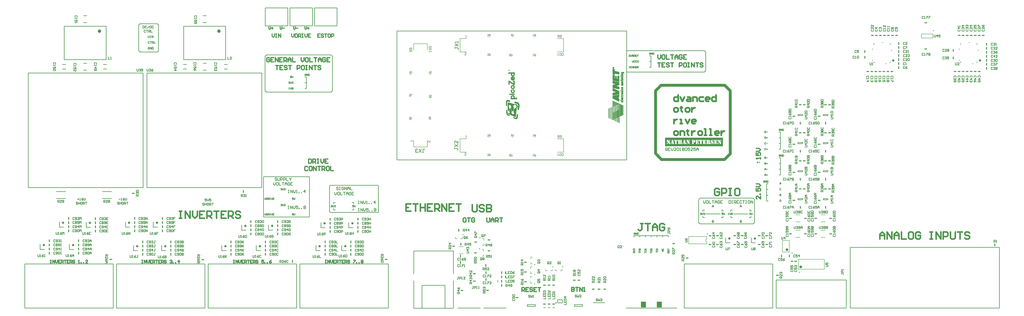
<source format=gto>
G04*
G04 #@! TF.GenerationSoftware,Altium Limited,Altium Designer,18.1.6 (161)*
G04*
G04 Layer_Color=65535*
%FSLAX25Y25*%
%MOIN*%
G70*
G01*
G75*
%ADD10C,0.01200*%
%ADD11C,0.02000*%
%ADD12C,0.03000*%
%ADD13C,0.02362*%
%ADD14C,0.00984*%
%ADD15C,0.00394*%
%ADD16C,0.00787*%
%ADD17C,0.01000*%
%ADD18C,0.01500*%
%ADD19C,0.00300*%
%ADD20C,0.00600*%
%ADD21C,0.00050*%
%ADD22C,0.00100*%
%ADD23C,0.05000*%
%ADD24C,0.02500*%
%ADD25C,0.00500*%
%ADD26C,0.00400*%
%ADD27R,0.08661X0.10236*%
G36*
X1478300Y432108D02*
X1477300D01*
Y433608D01*
X1478300D01*
Y432108D01*
D02*
G37*
G36*
X1500640Y427503D02*
X1502140D01*
Y426504D01*
X1500640D01*
Y427503D01*
D02*
G37*
G36*
X1478300Y451793D02*
X1477300D01*
Y453293D01*
X1478300D01*
Y451793D01*
D02*
G37*
G36*
X1494734Y463803D02*
X1496234D01*
Y464804D01*
X1494734D01*
Y463803D01*
D02*
G37*
G36*
X1510700Y449825D02*
X1511700D01*
Y451325D01*
X1510700D01*
Y449825D01*
D02*
G37*
G36*
X1629300Y432108D02*
X1628300D01*
Y433608D01*
X1629300D01*
Y432108D01*
D02*
G37*
G36*
X1651640Y427503D02*
X1653140D01*
Y426504D01*
X1651640D01*
Y427503D01*
D02*
G37*
G36*
X1661700Y449825D02*
X1662700D01*
Y451325D01*
X1661700D01*
Y449825D01*
D02*
G37*
G36*
X1629300Y451793D02*
X1628300D01*
Y453293D01*
X1629300D01*
Y451793D01*
D02*
G37*
G36*
X1645734Y463803D02*
X1647234D01*
Y464804D01*
X1645734D01*
Y463803D01*
D02*
G37*
G36*
X1217278Y282871D02*
X1116778D01*
Y298082D01*
X1217278D01*
Y282871D01*
D02*
G37*
%LPC*%
G36*
X1207529Y294028D02*
X1205273D01*
Y293230D01*
X1205504Y293195D01*
X1205701Y293149D01*
X1205874Y293091D01*
X1206013Y293022D01*
X1206129Y292964D01*
X1206198Y292918D01*
X1206256Y292883D01*
X1206268Y292871D01*
X1206395Y292756D01*
X1206499Y292629D01*
X1206592Y292490D01*
X1206661Y292351D01*
X1206719Y292224D01*
X1206765Y292131D01*
X1206788Y292061D01*
X1206800Y292050D01*
Y292038D01*
X1206846Y291923D01*
X1206881Y291853D01*
X1206915Y291807D01*
X1206927Y291795D01*
X1206997Y291761D01*
X1207078Y291749D01*
X1207135Y291738D01*
X1207158D01*
X1207286Y291749D01*
X1207367Y291795D01*
X1207425Y291830D01*
X1207436Y291842D01*
X1207494Y291934D01*
X1207517Y292027D01*
X1207529Y292096D01*
Y292119D01*
Y292131D01*
Y294028D01*
D02*
G37*
G36*
X1188033D02*
X1185777D01*
Y293230D01*
X1186008Y293195D01*
X1186205Y293149D01*
X1186379Y293091D01*
X1186518Y293022D01*
X1186633Y292964D01*
X1186703Y292918D01*
X1186761Y292883D01*
X1186772Y292871D01*
X1186899Y292756D01*
X1187004Y292629D01*
X1187096Y292490D01*
X1187166Y292351D01*
X1187223Y292224D01*
X1187270Y292131D01*
X1187293Y292061D01*
X1187304Y292050D01*
Y292038D01*
X1187351Y291923D01*
X1187385Y291853D01*
X1187420Y291807D01*
X1187432Y291795D01*
X1187501Y291761D01*
X1187582Y291749D01*
X1187640Y291738D01*
X1187663D01*
X1187790Y291749D01*
X1187871Y291795D01*
X1187929Y291830D01*
X1187941Y291842D01*
X1187999Y291934D01*
X1188022Y292027D01*
X1188033Y292096D01*
Y292119D01*
Y292131D01*
Y294028D01*
D02*
G37*
G36*
X1175561D02*
X1173305D01*
Y293230D01*
X1173536Y293195D01*
X1173733Y293149D01*
X1173906Y293091D01*
X1174045Y293022D01*
X1174161Y292964D01*
X1174230Y292918D01*
X1174288Y292883D01*
X1174300Y292871D01*
X1174427Y292756D01*
X1174531Y292629D01*
X1174624Y292490D01*
X1174693Y292351D01*
X1174751Y292224D01*
X1174797Y292131D01*
X1174820Y292061D01*
X1174832Y292050D01*
Y292038D01*
X1174878Y291923D01*
X1174913Y291853D01*
X1174948Y291807D01*
X1174959Y291795D01*
X1175029Y291761D01*
X1175110Y291749D01*
X1175167Y291738D01*
X1175191D01*
X1175318Y291749D01*
X1175399Y291795D01*
X1175457Y291830D01*
X1175468Y291842D01*
X1175526Y291934D01*
X1175549Y292027D01*
X1175561Y292096D01*
Y292119D01*
Y292131D01*
Y294028D01*
D02*
G37*
G36*
X1198955Y294133D02*
X1198886D01*
Y293392D01*
X1199094Y293334D01*
X1199279Y293276D01*
X1199430Y293207D01*
X1199569Y293149D01*
X1199661Y293091D01*
X1199742Y293057D01*
X1199788Y293022D01*
X1199800Y293010D01*
X1199869Y292883D01*
X1199939Y292767D01*
X1199985Y292663D01*
X1200031Y292582D01*
X1200078Y292513D01*
X1200101Y292455D01*
X1200124Y292420D01*
Y292409D01*
X1200205Y292224D01*
X1200263Y292073D01*
X1200286Y292004D01*
X1200298Y291957D01*
X1200309Y291923D01*
Y291911D01*
X1200332Y291830D01*
X1200344Y291761D01*
X1200367Y291714D01*
Y291703D01*
X1200402Y291657D01*
X1200425Y291622D01*
X1200448Y291599D01*
X1200459Y291587D01*
X1200552Y291529D01*
X1200645Y291506D01*
X1200702Y291495D01*
X1200726D01*
X1200795Y291506D01*
X1200853Y291518D01*
X1200945Y291564D01*
X1201003Y291599D01*
X1201026Y291622D01*
X1201096Y291726D01*
X1201130Y291830D01*
X1201142Y291865D01*
Y291899D01*
Y291923D01*
Y291934D01*
Y293600D01*
X1201130Y293762D01*
X1201096Y293878D01*
X1201084Y293924D01*
X1201061Y293959D01*
X1201050Y293971D01*
Y293982D01*
X1201015Y294028D01*
X1200969Y294063D01*
X1200876Y294109D01*
X1200795Y294121D01*
X1200760D01*
X1200702Y294109D01*
X1200645Y294098D01*
X1200552Y294040D01*
X1200494Y293971D01*
X1200471Y293959D01*
Y293947D01*
X1200355Y293786D01*
X1200274D01*
X1200228Y293797D01*
X1200193Y293809D01*
X1200182D01*
X1200043Y293866D01*
X1199916Y293913D01*
X1199800Y293959D01*
X1199707Y293994D01*
X1199638Y294017D01*
X1199580Y294028D01*
X1199545Y294040D01*
X1199534D01*
X1199441Y294063D01*
X1199337Y294086D01*
X1199129Y294109D01*
X1199025Y294121D01*
X1198955Y294133D01*
D02*
G37*
G36*
X1182040Y294028D02*
X1180490D01*
Y293242D01*
X1180582Y293184D01*
X1180652Y293126D01*
X1180721Y293068D01*
X1180779Y293022D01*
X1180814Y292976D01*
X1180848Y292941D01*
X1180871Y292918D01*
Y292906D01*
X1180941Y292779D01*
X1180999Y292640D01*
X1181057Y292513D01*
X1181091Y292397D01*
X1181114Y292293D01*
X1181138Y292200D01*
X1181149Y292154D01*
Y292131D01*
X1181195Y291819D01*
X1181230Y291691D01*
X1181276Y291610D01*
X1181323Y291552D01*
X1181334Y291529D01*
X1181427Y291472D01*
X1181519Y291437D01*
X1181600Y291425D01*
X1181623D01*
X1181751Y291448D01*
X1181843Y291483D01*
X1181901Y291518D01*
X1181924Y291541D01*
X1181994Y291645D01*
X1182028Y291749D01*
X1182040Y291784D01*
Y294028D01*
D02*
G37*
G36*
X1177655D02*
X1176105D01*
Y291853D01*
X1176116Y291726D01*
X1176163Y291633D01*
X1176197Y291564D01*
X1176209Y291552D01*
Y291541D01*
X1176301Y291472D01*
X1176394Y291437D01*
X1176475Y291425D01*
X1176498D01*
X1176625Y291437D01*
X1176718Y291483D01*
X1176764Y291518D01*
X1176787Y291529D01*
X1176857Y291622D01*
X1176903Y291714D01*
X1176926Y291795D01*
X1176938Y291807D01*
Y291819D01*
X1176984Y292131D01*
X1177019Y292293D01*
X1177053Y292432D01*
X1177088Y292559D01*
X1177123Y292663D01*
X1177157Y292744D01*
X1177192Y292814D01*
X1177204Y292848D01*
X1177215Y292860D01*
X1177354Y293022D01*
X1177493Y293149D01*
X1177562Y293195D01*
X1177609Y293230D01*
X1177643Y293242D01*
X1177655Y293253D01*
Y294028D01*
D02*
G37*
G36*
X1138595D02*
X1137044D01*
Y293242D01*
X1137137Y293184D01*
X1137206Y293126D01*
X1137276Y293068D01*
X1137334Y293022D01*
X1137368Y292976D01*
X1137403Y292941D01*
X1137426Y292918D01*
Y292906D01*
X1137496Y292779D01*
X1137553Y292640D01*
X1137611Y292513D01*
X1137646Y292397D01*
X1137669Y292293D01*
X1137692Y292200D01*
X1137704Y292154D01*
Y292131D01*
X1137750Y291819D01*
X1137785Y291691D01*
X1137831Y291610D01*
X1137877Y291552D01*
X1137889Y291529D01*
X1137982Y291472D01*
X1138074Y291437D01*
X1138155Y291425D01*
X1138178D01*
X1138305Y291448D01*
X1138398Y291483D01*
X1138456Y291518D01*
X1138479Y291541D01*
X1138548Y291645D01*
X1138583Y291749D01*
X1138595Y291784D01*
Y294028D01*
D02*
G37*
G36*
X1134210D02*
X1132659D01*
Y291853D01*
X1132671Y291726D01*
X1132717Y291633D01*
X1132752Y291564D01*
X1132763Y291552D01*
Y291541D01*
X1132856Y291472D01*
X1132948Y291437D01*
X1133029Y291425D01*
X1133053D01*
X1133180Y291437D01*
X1133272Y291483D01*
X1133319Y291518D01*
X1133342Y291529D01*
X1133411Y291622D01*
X1133458Y291714D01*
X1133481Y291795D01*
X1133492Y291807D01*
Y291819D01*
X1133539Y292131D01*
X1133573Y292293D01*
X1133608Y292432D01*
X1133643Y292559D01*
X1133677Y292663D01*
X1133712Y292744D01*
X1133747Y292814D01*
X1133758Y292848D01*
X1133770Y292860D01*
X1133909Y293022D01*
X1134048Y293149D01*
X1134117Y293195D01*
X1134163Y293230D01*
X1134198Y293242D01*
X1134210Y293253D01*
Y294028D01*
D02*
G37*
G36*
X1214320D02*
X1213013D01*
X1212862Y294017D01*
X1212747Y293982D01*
X1212677Y293947D01*
X1212666Y293936D01*
X1212654D01*
X1212585Y293855D01*
X1212550Y293762D01*
X1212539Y293693D01*
Y293670D01*
Y293658D01*
X1212550Y293577D01*
X1212562Y293508D01*
X1212573Y293461D01*
X1212585Y293450D01*
X1212643Y293392D01*
X1212700Y293346D01*
X1212758Y293311D01*
X1212782Y293300D01*
X1212886Y293242D01*
X1212967Y293184D01*
X1213036Y293126D01*
X1213082Y293080D01*
X1213129Y293022D01*
X1213152Y292987D01*
X1213175Y292964D01*
Y292952D01*
X1213210Y292871D01*
X1213244Y292779D01*
X1213279Y292582D01*
X1213291Y292501D01*
Y292432D01*
Y292386D01*
Y292362D01*
Y290939D01*
X1214043Y289956D01*
Y292362D01*
Y292490D01*
X1214054Y292594D01*
X1214077Y292698D01*
X1214089Y292779D01*
X1214112Y292848D01*
X1214124Y292895D01*
X1214135Y292929D01*
Y292941D01*
X1214182Y293010D01*
X1214228Y293068D01*
X1214343Y293172D01*
X1214390Y293207D01*
X1214436Y293230D01*
X1214459Y293253D01*
X1214471D01*
X1214540Y293288D01*
X1214598Y293323D01*
X1214691Y293380D01*
X1214737Y293415D01*
X1214748Y293427D01*
X1214795Y293496D01*
X1214806Y293566D01*
X1214818Y293623D01*
Y293647D01*
X1214806Y293751D01*
X1214772Y293820D01*
X1214737Y293866D01*
X1214725Y293878D01*
X1214667Y293924D01*
X1214598Y293971D01*
X1214448Y294005D01*
X1214378Y294017D01*
X1214320Y294028D01*
D02*
G37*
G36*
X1159687D02*
X1158379D01*
X1158229Y294017D01*
X1158113Y293982D01*
X1158044Y293947D01*
X1158032Y293936D01*
X1158021D01*
X1157951Y293855D01*
X1157917Y293762D01*
X1157905Y293693D01*
Y293670D01*
Y293658D01*
X1157917Y293577D01*
X1157928Y293508D01*
X1157940Y293461D01*
X1157951Y293450D01*
X1158009Y293392D01*
X1158067Y293346D01*
X1158125Y293311D01*
X1158148Y293300D01*
X1158252Y293242D01*
X1158333Y293184D01*
X1158403Y293126D01*
X1158449Y293080D01*
X1158495Y293022D01*
X1158518Y292987D01*
X1158541Y292964D01*
Y292952D01*
X1158576Y292871D01*
X1158611Y292779D01*
X1158646Y292582D01*
X1158657Y292501D01*
Y292432D01*
Y292386D01*
Y292362D01*
Y290939D01*
X1159409Y289956D01*
Y292362D01*
Y292490D01*
X1159421Y292594D01*
X1159444Y292698D01*
X1159455Y292779D01*
X1159478Y292848D01*
X1159490Y292895D01*
X1159502Y292929D01*
Y292941D01*
X1159548Y293010D01*
X1159594Y293068D01*
X1159710Y293172D01*
X1159756Y293207D01*
X1159803Y293230D01*
X1159826Y293253D01*
X1159837D01*
X1159907Y293288D01*
X1159964Y293323D01*
X1160057Y293380D01*
X1160103Y293415D01*
X1160115Y293427D01*
X1160161Y293496D01*
X1160173Y293566D01*
X1160184Y293623D01*
Y293647D01*
X1160173Y293751D01*
X1160138Y293820D01*
X1160103Y293866D01*
X1160092Y293878D01*
X1160034Y293924D01*
X1159964Y293971D01*
X1159814Y294005D01*
X1159745Y294017D01*
X1159687Y294028D01*
D02*
G37*
G36*
X1125278D02*
X1123970D01*
X1123820Y294017D01*
X1123704Y293982D01*
X1123635Y293947D01*
X1123623Y293936D01*
X1123612D01*
X1123542Y293855D01*
X1123507Y293762D01*
X1123496Y293693D01*
Y293670D01*
Y293658D01*
X1123507Y293577D01*
X1123519Y293508D01*
X1123531Y293461D01*
X1123542Y293450D01*
X1123600Y293392D01*
X1123658Y293346D01*
X1123716Y293311D01*
X1123739Y293300D01*
X1123843Y293242D01*
X1123924Y293184D01*
X1123993Y293126D01*
X1124040Y293080D01*
X1124086Y293022D01*
X1124109Y292987D01*
X1124132Y292964D01*
Y292952D01*
X1124167Y292871D01*
X1124202Y292779D01*
X1124236Y292582D01*
X1124248Y292501D01*
Y292432D01*
Y292386D01*
Y292362D01*
Y290939D01*
X1125000Y289956D01*
Y292362D01*
Y292490D01*
X1125012Y292594D01*
X1125035Y292698D01*
X1125046Y292779D01*
X1125069Y292848D01*
X1125081Y292895D01*
X1125093Y292929D01*
Y292941D01*
X1125139Y293010D01*
X1125185Y293068D01*
X1125301Y293172D01*
X1125347Y293207D01*
X1125393Y293230D01*
X1125416Y293253D01*
X1125428D01*
X1125498Y293288D01*
X1125555Y293323D01*
X1125648Y293380D01*
X1125694Y293415D01*
X1125706Y293427D01*
X1125752Y293496D01*
X1125764Y293566D01*
X1125775Y293623D01*
Y293647D01*
X1125764Y293751D01*
X1125729Y293820D01*
X1125694Y293866D01*
X1125683Y293878D01*
X1125625Y293924D01*
X1125555Y293971D01*
X1125405Y294005D01*
X1125336Y294017D01*
X1125278Y294028D01*
D02*
G37*
G36*
X1166745D02*
X1166548D01*
Y293276D01*
X1166652Y293265D01*
X1166733Y293242D01*
X1166814Y293218D01*
X1166860Y293195D01*
X1166907Y293172D01*
X1166930Y293149D01*
X1166953Y293138D01*
X1167022Y293068D01*
X1167057Y293010D01*
X1167080Y292964D01*
X1167092Y292941D01*
X1167103Y292906D01*
X1167115Y292848D01*
X1167126Y292756D01*
Y292698D01*
Y292663D01*
Y292640D01*
Y292629D01*
Y291020D01*
Y290916D01*
X1167115Y290812D01*
X1167103Y290731D01*
X1167080Y290662D01*
X1167068Y290615D01*
X1167045Y290581D01*
X1167034Y290557D01*
Y290546D01*
X1166988Y290476D01*
X1166953Y290430D01*
X1166918Y290407D01*
X1166907Y290395D01*
X1166872Y290384D01*
X1166825Y290361D01*
X1166710Y290326D01*
X1166663Y290315D01*
X1166617Y290303D01*
X1166582Y290291D01*
X1166571D01*
Y289562D01*
X1166768D01*
X1166941Y289574D01*
X1167115Y289586D01*
X1167254Y289597D01*
X1167392Y289609D01*
X1167508Y289620D01*
X1167612Y289643D01*
X1167705Y289655D01*
X1167786Y289678D01*
X1167855Y289690D01*
X1167913Y289701D01*
X1167959Y289724D01*
X1168006Y289736D01*
X1168029Y289748D01*
X1168307Y289852D01*
X1168549Y289979D01*
X1168746Y290106D01*
X1168908Y290233D01*
X1169035Y290349D01*
X1169116Y290442D01*
X1169174Y290500D01*
X1169186Y290523D01*
X1169313Y290731D01*
X1169406Y290951D01*
X1169464Y291171D01*
X1169510Y291379D01*
X1169533Y291576D01*
X1169544Y291645D01*
X1169556Y291714D01*
Y291853D01*
X1169544Y292108D01*
X1169498Y292351D01*
X1169440Y292559D01*
X1169371Y292733D01*
X1169302Y292883D01*
X1169244Y292987D01*
X1169197Y293057D01*
X1169186Y293080D01*
X1169047Y293253D01*
X1168896Y293404D01*
X1168734Y293531D01*
X1168584Y293635D01*
X1168445Y293716D01*
X1168341Y293774D01*
X1168295Y293797D01*
X1168260Y293809D01*
X1168249Y293820D01*
X1168237D01*
X1168133Y293855D01*
X1168017Y293890D01*
X1167751Y293936D01*
X1167473Y293982D01*
X1167196Y294005D01*
X1166941Y294017D01*
X1166837D01*
X1166745Y294028D01*
D02*
G37*
G36*
X1206314Y292038D02*
X1206279D01*
X1206175Y292027D01*
X1206094Y291992D01*
X1206048Y291946D01*
X1206025Y291934D01*
X1205967Y291842D01*
X1205921Y291738D01*
X1205909Y291691D01*
X1205897Y291657D01*
X1205886Y291633D01*
Y291622D01*
X1205863Y291529D01*
X1205828Y291448D01*
X1205805Y291379D01*
X1205770Y291309D01*
X1205747Y291263D01*
X1205724Y291229D01*
X1205712Y291217D01*
X1205701Y291205D01*
X1205643Y291147D01*
X1205573Y291090D01*
X1205423Y290997D01*
X1205354Y290951D01*
X1205307Y290916D01*
X1205261Y290904D01*
X1205250Y290893D01*
Y290164D01*
X1205354Y290129D01*
X1205435Y290095D01*
X1205516Y290060D01*
X1205573Y290014D01*
X1205620Y289979D01*
X1205654Y289944D01*
X1205666Y289933D01*
X1205678Y289921D01*
X1205724Y289852D01*
X1205770Y289782D01*
X1205840Y289620D01*
X1205863Y289551D01*
X1205886Y289493D01*
X1205897Y289447D01*
Y289435D01*
X1205944Y289308D01*
X1205990Y289215D01*
X1206025Y289169D01*
X1206036Y289146D01*
X1206117Y289088D01*
X1206198Y289065D01*
X1206268Y289053D01*
X1206291D01*
X1206360Y289065D01*
X1206430Y289076D01*
X1206511Y289123D01*
X1206568Y289158D01*
X1206580Y289181D01*
X1206603Y289239D01*
X1206626Y289296D01*
X1206649Y289424D01*
X1206661Y289481D01*
Y289528D01*
Y289562D01*
Y289574D01*
Y291495D01*
Y291587D01*
X1206649Y291657D01*
X1206638Y291714D01*
Y291761D01*
X1206626Y291795D01*
X1206615Y291819D01*
X1206603Y291842D01*
X1206568Y291911D01*
X1206522Y291957D01*
X1206464Y291992D01*
X1206406Y292015D01*
X1206360Y292027D01*
X1206314Y292038D01*
D02*
G37*
G36*
X1186818D02*
X1186784D01*
X1186680Y292027D01*
X1186599Y291992D01*
X1186552Y291946D01*
X1186529Y291934D01*
X1186471Y291842D01*
X1186425Y291738D01*
X1186413Y291691D01*
X1186402Y291657D01*
X1186390Y291633D01*
Y291622D01*
X1186367Y291529D01*
X1186333Y291448D01*
X1186309Y291379D01*
X1186275Y291309D01*
X1186252Y291263D01*
X1186228Y291229D01*
X1186217Y291217D01*
X1186205Y291205D01*
X1186147Y291147D01*
X1186078Y291090D01*
X1185928Y290997D01*
X1185858Y290951D01*
X1185812Y290916D01*
X1185766Y290904D01*
X1185754Y290893D01*
Y290164D01*
X1185858Y290129D01*
X1185939Y290095D01*
X1186020Y290060D01*
X1186078Y290014D01*
X1186124Y289979D01*
X1186159Y289944D01*
X1186170Y289933D01*
X1186182Y289921D01*
X1186228Y289852D01*
X1186275Y289782D01*
X1186344Y289620D01*
X1186367Y289551D01*
X1186390Y289493D01*
X1186402Y289447D01*
Y289435D01*
X1186448Y289308D01*
X1186495Y289215D01*
X1186529Y289169D01*
X1186541Y289146D01*
X1186622Y289088D01*
X1186703Y289065D01*
X1186772Y289053D01*
X1186795D01*
X1186865Y289065D01*
X1186934Y289076D01*
X1187015Y289123D01*
X1187073Y289158D01*
X1187085Y289181D01*
X1187108Y289239D01*
X1187131Y289296D01*
X1187154Y289424D01*
X1187166Y289481D01*
Y289528D01*
Y289562D01*
Y289574D01*
Y291495D01*
Y291587D01*
X1187154Y291657D01*
X1187142Y291714D01*
Y291761D01*
X1187131Y291795D01*
X1187119Y291819D01*
X1187108Y291842D01*
X1187073Y291911D01*
X1187027Y291957D01*
X1186969Y291992D01*
X1186911Y292015D01*
X1186865Y292027D01*
X1186818Y292038D01*
D02*
G37*
G36*
X1174346D02*
X1174311D01*
X1174207Y292027D01*
X1174126Y291992D01*
X1174080Y291946D01*
X1174057Y291934D01*
X1173999Y291842D01*
X1173953Y291738D01*
X1173941Y291691D01*
X1173930Y291657D01*
X1173918Y291633D01*
Y291622D01*
X1173895Y291529D01*
X1173860Y291448D01*
X1173837Y291379D01*
X1173802Y291309D01*
X1173779Y291263D01*
X1173756Y291229D01*
X1173744Y291217D01*
X1173733Y291205D01*
X1173675Y291147D01*
X1173606Y291090D01*
X1173455Y290997D01*
X1173386Y290951D01*
X1173339Y290916D01*
X1173293Y290904D01*
X1173282Y290893D01*
Y290164D01*
X1173386Y290129D01*
X1173467Y290095D01*
X1173548Y290060D01*
X1173606Y290014D01*
X1173652Y289979D01*
X1173687Y289944D01*
X1173698Y289933D01*
X1173710Y289921D01*
X1173756Y289852D01*
X1173802Y289782D01*
X1173872Y289620D01*
X1173895Y289551D01*
X1173918Y289493D01*
X1173930Y289447D01*
Y289435D01*
X1173976Y289308D01*
X1174022Y289215D01*
X1174057Y289169D01*
X1174068Y289146D01*
X1174149Y289088D01*
X1174230Y289065D01*
X1174300Y289053D01*
X1174323D01*
X1174392Y289065D01*
X1174462Y289076D01*
X1174543Y289123D01*
X1174601Y289158D01*
X1174612Y289181D01*
X1174635Y289239D01*
X1174658Y289296D01*
X1174681Y289424D01*
X1174693Y289481D01*
Y289528D01*
Y289562D01*
Y289574D01*
Y291495D01*
Y291587D01*
X1174681Y291657D01*
X1174670Y291714D01*
Y291761D01*
X1174658Y291795D01*
X1174647Y291819D01*
X1174635Y291842D01*
X1174601Y291911D01*
X1174554Y291957D01*
X1174496Y291992D01*
X1174439Y292015D01*
X1174392Y292027D01*
X1174346Y292038D01*
D02*
G37*
G36*
X1211301Y294028D02*
X1208894D01*
X1208778Y294017D01*
X1208697D01*
X1208628Y294005D01*
X1208582Y293994D01*
X1208547D01*
X1208524Y293982D01*
X1208454Y293936D01*
X1208408Y293890D01*
X1208373Y293855D01*
X1208362Y293832D01*
X1208327Y293762D01*
X1208315Y293693D01*
X1208304Y293647D01*
Y293623D01*
X1208315Y293543D01*
X1208339Y293473D01*
X1208350Y293427D01*
X1208362Y293415D01*
X1208420Y293357D01*
X1208477Y293323D01*
X1208524Y293300D01*
X1208535Y293288D01*
X1208686Y293230D01*
X1208767Y293195D01*
X1208825Y293161D01*
X1208859Y293138D01*
X1208871Y293126D01*
X1208894Y293103D01*
X1208917Y293068D01*
X1208975Y292987D01*
X1209021Y292918D01*
X1209033Y292895D01*
Y292883D01*
X1212481Y286936D01*
X1214043D01*
Y289285D01*
X1211301Y294028D01*
D02*
G37*
G36*
X1209021Y292247D02*
Y288556D01*
X1209010Y288336D01*
X1208963Y288151D01*
X1208906Y288000D01*
X1208848Y287885D01*
X1208778Y287792D01*
X1208720Y287734D01*
X1208674Y287700D01*
X1208663Y287688D01*
X1208582Y287642D01*
X1208501Y287607D01*
X1208454Y287572D01*
X1208408Y287549D01*
X1208373Y287526D01*
X1208350Y287503D01*
X1208339Y287491D01*
X1208304Y287434D01*
X1208292Y287364D01*
X1208281Y287318D01*
Y287295D01*
X1208292Y287237D01*
X1208304Y287179D01*
X1208373Y287086D01*
X1208454Y287029D01*
X1208558Y286982D01*
X1208663Y286959D01*
X1208755Y286948D01*
X1208813Y286936D01*
X1210109D01*
X1210190Y286948D01*
X1210259Y286959D01*
X1210306Y286982D01*
X1210352Y286994D01*
X1210375Y287005D01*
X1210398Y287017D01*
X1210444Y287063D01*
X1210491Y287110D01*
X1210525Y287202D01*
X1210548Y287271D01*
Y287283D01*
Y287295D01*
X1210537Y287364D01*
X1210514Y287434D01*
X1210456Y287526D01*
X1210386Y287584D01*
X1210363Y287607D01*
X1210352D01*
X1210201Y287688D01*
X1210063Y287792D01*
X1209958Y287896D01*
X1209924Y287943D01*
X1209901Y287977D01*
X1209877Y288000D01*
Y288012D01*
X1209843Y288093D01*
X1209820Y288186D01*
X1209785Y288359D01*
Y288440D01*
X1209773Y288498D01*
Y288544D01*
Y288556D01*
Y291275D01*
X1209021Y292247D01*
D02*
G37*
G36*
X1207263Y289296D02*
X1207228D01*
X1207124Y289285D01*
X1207054Y289262D01*
X1206997Y289227D01*
X1206985Y289215D01*
X1206927Y289134D01*
X1206881Y289042D01*
X1206858Y288972D01*
X1206846Y288949D01*
Y288938D01*
X1206800Y288822D01*
X1206765Y288729D01*
X1206719Y288648D01*
X1206684Y288567D01*
X1206649Y288521D01*
X1206626Y288475D01*
X1206615Y288452D01*
X1206603Y288440D01*
X1206511Y288301D01*
X1206406Y288186D01*
X1206360Y288139D01*
X1206326Y288105D01*
X1206302Y288081D01*
X1206291Y288070D01*
X1206140Y287954D01*
X1206013Y287873D01*
X1205955Y287850D01*
X1205921Y287827D01*
X1205897Y287815D01*
X1205886D01*
X1205805Y287781D01*
X1205712Y287757D01*
X1205516Y287711D01*
X1205423Y287688D01*
X1205354Y287677D01*
X1205307Y287665D01*
X1205284D01*
Y286936D01*
X1207598D01*
Y288810D01*
X1207587Y288961D01*
X1207552Y289076D01*
X1207517Y289146D01*
X1207506Y289169D01*
X1207471Y289215D01*
X1207425Y289239D01*
X1207332Y289285D01*
X1207263Y289296D01*
D02*
G37*
G36*
X1205053Y294028D02*
X1202554D01*
X1202403Y294017D01*
X1202299Y293982D01*
X1202230Y293936D01*
X1202218Y293924D01*
X1202207D01*
X1202160Y293890D01*
X1202137Y293843D01*
X1202091Y293762D01*
X1202079Y293693D01*
Y293658D01*
X1202091Y293554D01*
X1202126Y293473D01*
X1202160Y293415D01*
X1202218Y293369D01*
X1202264Y293334D01*
X1202299Y293311D01*
X1202334Y293288D01*
X1202345D01*
X1202392Y293265D01*
X1202438Y293253D01*
X1202484Y293230D01*
X1202507Y293218D01*
X1202530Y293207D01*
X1202542Y293195D01*
X1202565Y293138D01*
X1202588Y293080D01*
Y293022D01*
Y293010D01*
Y292999D01*
Y287954D01*
X1202577Y287862D01*
X1202565Y287804D01*
X1202554Y287769D01*
X1202542Y287757D01*
X1202519Y287734D01*
X1202507Y287723D01*
X1202496D01*
X1202473Y287711D01*
X1202426Y287700D01*
X1202369Y287677D01*
X1202357Y287665D01*
X1202345D01*
X1202253Y287619D01*
X1202195Y287572D01*
X1202149Y287503D01*
X1202114Y287445D01*
X1202091Y287387D01*
X1202079Y287341D01*
Y287295D01*
X1202091Y287225D01*
X1202102Y287179D01*
X1202149Y287086D01*
X1202183Y287040D01*
X1202207Y287017D01*
X1202311Y286971D01*
X1202426Y286948D01*
X1202473Y286936D01*
X1205053D01*
Y294028D01*
D02*
G37*
G36*
X1191759D02*
X1189260D01*
X1189109Y294017D01*
X1189005Y293982D01*
X1188936Y293936D01*
X1188924Y293924D01*
X1188913D01*
X1188866Y293890D01*
X1188843Y293843D01*
X1188797Y293762D01*
X1188785Y293693D01*
Y293658D01*
X1188797Y293554D01*
X1188832Y293473D01*
X1188866Y293415D01*
X1188924Y293369D01*
X1188970Y293334D01*
X1189005Y293311D01*
X1189040Y293288D01*
X1189052D01*
X1189098Y293265D01*
X1189144Y293253D01*
X1189190Y293230D01*
X1189213Y293218D01*
X1189237Y293207D01*
X1189248Y293195D01*
X1189271Y293138D01*
X1189294Y293080D01*
Y293022D01*
Y293010D01*
Y292999D01*
Y287954D01*
X1189283Y287862D01*
X1189271Y287804D01*
X1189260Y287769D01*
X1189248Y287757D01*
X1189225Y287734D01*
X1189213Y287723D01*
X1189202D01*
X1189179Y287711D01*
X1189132Y287700D01*
X1189075Y287677D01*
X1189063Y287665D01*
X1189052D01*
X1188959Y287619D01*
X1188901Y287572D01*
X1188855Y287503D01*
X1188820Y287445D01*
X1188797Y287387D01*
X1188785Y287341D01*
Y287295D01*
X1188797Y287225D01*
X1188809Y287179D01*
X1188855Y287086D01*
X1188890Y287040D01*
X1188913Y287017D01*
X1189017Y286971D01*
X1189132Y286948D01*
X1189179Y286936D01*
X1191909D01*
X1191979Y286948D01*
X1192048Y286959D01*
X1192094Y286971D01*
X1192141Y286982D01*
X1192164Y286994D01*
X1192187Y287005D01*
X1192256Y287052D01*
X1192303Y287098D01*
X1192337Y287156D01*
X1192360Y287202D01*
X1192384Y287271D01*
Y287295D01*
Y287306D01*
X1192372Y287410D01*
X1192326Y287491D01*
X1192268Y287561D01*
X1192198Y287607D01*
X1192118Y287642D01*
X1192060Y287677D01*
X1192013Y287688D01*
X1192002D01*
X1191921Y287711D01*
X1191875Y287723D01*
X1191863Y287734D01*
X1191851D01*
X1191828Y287746D01*
X1191805Y287769D01*
X1191794Y287792D01*
X1191782Y287804D01*
X1191770Y287815D01*
Y287839D01*
X1191759Y287908D01*
Y287966D01*
Y287977D01*
Y287989D01*
Y294028D01*
D02*
G37*
G36*
X1187767Y289296D02*
X1187733D01*
X1187628Y289285D01*
X1187559Y289262D01*
X1187501Y289227D01*
X1187490Y289215D01*
X1187432Y289134D01*
X1187385Y289042D01*
X1187362Y288972D01*
X1187351Y288949D01*
Y288938D01*
X1187304Y288822D01*
X1187270Y288729D01*
X1187223Y288648D01*
X1187189Y288567D01*
X1187154Y288521D01*
X1187131Y288475D01*
X1187119Y288452D01*
X1187108Y288440D01*
X1187015Y288301D01*
X1186911Y288186D01*
X1186865Y288139D01*
X1186830Y288105D01*
X1186807Y288081D01*
X1186795Y288070D01*
X1186645Y287954D01*
X1186518Y287873D01*
X1186460Y287850D01*
X1186425Y287827D01*
X1186402Y287815D01*
X1186390D01*
X1186309Y287781D01*
X1186217Y287757D01*
X1186020Y287711D01*
X1185928Y287688D01*
X1185858Y287677D01*
X1185812Y287665D01*
X1185789D01*
Y286936D01*
X1188103D01*
Y288810D01*
X1188091Y288961D01*
X1188056Y289076D01*
X1188022Y289146D01*
X1188010Y289169D01*
X1187975Y289215D01*
X1187929Y289239D01*
X1187837Y289285D01*
X1187767Y289296D01*
D02*
G37*
G36*
X1185557Y294028D02*
X1183058D01*
X1182908Y294017D01*
X1182804Y293982D01*
X1182734Y293936D01*
X1182723Y293924D01*
X1182711D01*
X1182665Y293890D01*
X1182642Y293843D01*
X1182595Y293762D01*
X1182584Y293693D01*
Y293658D01*
X1182595Y293554D01*
X1182630Y293473D01*
X1182665Y293415D01*
X1182723Y293369D01*
X1182769Y293334D01*
X1182804Y293311D01*
X1182838Y293288D01*
X1182850D01*
X1182896Y293265D01*
X1182942Y293253D01*
X1182989Y293230D01*
X1183012Y293218D01*
X1183035Y293207D01*
X1183047Y293195D01*
X1183070Y293138D01*
X1183093Y293080D01*
Y293022D01*
Y293010D01*
Y292999D01*
Y287954D01*
X1183081Y287862D01*
X1183070Y287804D01*
X1183058Y287769D01*
X1183047Y287757D01*
X1183023Y287734D01*
X1183012Y287723D01*
X1183000D01*
X1182977Y287711D01*
X1182931Y287700D01*
X1182873Y287677D01*
X1182862Y287665D01*
X1182850D01*
X1182757Y287619D01*
X1182699Y287572D01*
X1182653Y287503D01*
X1182619Y287445D01*
X1182595Y287387D01*
X1182584Y287341D01*
Y287295D01*
X1182595Y287225D01*
X1182607Y287179D01*
X1182653Y287086D01*
X1182688Y287040D01*
X1182711Y287017D01*
X1182815Y286971D01*
X1182931Y286948D01*
X1182977Y286936D01*
X1185557D01*
Y294028D01*
D02*
G37*
G36*
X1180305D02*
X1177840D01*
Y287989D01*
X1177829Y287896D01*
X1177817Y287827D01*
X1177794Y287781D01*
X1177782Y287769D01*
X1177748Y287746D01*
X1177736Y287734D01*
X1177724D01*
X1177701Y287723D01*
X1177620Y287711D01*
X1177551Y287688D01*
X1177528Y287677D01*
X1177516D01*
X1177412Y287642D01*
X1177343Y287596D01*
X1177285Y287526D01*
X1177250Y287468D01*
X1177227Y287410D01*
X1177215Y287352D01*
Y287318D01*
Y287306D01*
X1177227Y287237D01*
X1177238Y287179D01*
X1177296Y287086D01*
X1177343Y287040D01*
X1177354Y287017D01*
X1177366D01*
X1177493Y286971D01*
X1177620Y286948D01*
X1177678Y286936D01*
X1180443D01*
X1180524Y286948D01*
X1180594Y286959D01*
X1180640Y286971D01*
X1180686Y286982D01*
X1180709Y286994D01*
X1180733Y287005D01*
X1180802Y287052D01*
X1180848Y287098D01*
X1180883Y287156D01*
X1180906Y287202D01*
X1180929Y287271D01*
Y287295D01*
Y287306D01*
X1180918Y287410D01*
X1180871Y287491D01*
X1180814Y287561D01*
X1180744Y287607D01*
X1180663Y287642D01*
X1180605Y287677D01*
X1180559Y287688D01*
X1180548D01*
X1180466Y287711D01*
X1180420Y287723D01*
X1180409Y287734D01*
X1180397D01*
X1180374Y287746D01*
X1180351Y287769D01*
X1180339Y287792D01*
X1180328Y287804D01*
X1180316Y287815D01*
Y287839D01*
X1180305Y287908D01*
Y287966D01*
Y287977D01*
Y287989D01*
Y294028D01*
D02*
G37*
G36*
X1175295Y289296D02*
X1175260D01*
X1175156Y289285D01*
X1175086Y289262D01*
X1175029Y289227D01*
X1175017Y289215D01*
X1174959Y289134D01*
X1174913Y289042D01*
X1174890Y288972D01*
X1174878Y288949D01*
Y288938D01*
X1174832Y288822D01*
X1174797Y288729D01*
X1174751Y288648D01*
X1174716Y288567D01*
X1174681Y288521D01*
X1174658Y288475D01*
X1174647Y288452D01*
X1174635Y288440D01*
X1174543Y288301D01*
X1174439Y288186D01*
X1174392Y288139D01*
X1174358Y288105D01*
X1174334Y288081D01*
X1174323Y288070D01*
X1174172Y287954D01*
X1174045Y287873D01*
X1173987Y287850D01*
X1173953Y287827D01*
X1173930Y287815D01*
X1173918D01*
X1173837Y287781D01*
X1173744Y287757D01*
X1173548Y287711D01*
X1173455Y287688D01*
X1173386Y287677D01*
X1173339Y287665D01*
X1173316D01*
Y286936D01*
X1175630D01*
Y288810D01*
X1175619Y288961D01*
X1175584Y289076D01*
X1175549Y289146D01*
X1175538Y289169D01*
X1175503Y289215D01*
X1175457Y289239D01*
X1175364Y289285D01*
X1175295Y289296D01*
D02*
G37*
G36*
X1173085Y294028D02*
X1170586D01*
X1170435Y294017D01*
X1170331Y293982D01*
X1170262Y293936D01*
X1170250Y293924D01*
X1170239D01*
X1170192Y293890D01*
X1170169Y293843D01*
X1170123Y293762D01*
X1170111Y293693D01*
Y293658D01*
X1170123Y293554D01*
X1170158Y293473D01*
X1170192Y293415D01*
X1170250Y293369D01*
X1170296Y293334D01*
X1170331Y293311D01*
X1170366Y293288D01*
X1170378D01*
X1170424Y293265D01*
X1170470Y293253D01*
X1170516Y293230D01*
X1170539Y293218D01*
X1170563Y293207D01*
X1170574Y293195D01*
X1170597Y293138D01*
X1170620Y293080D01*
Y293022D01*
Y293010D01*
Y292999D01*
Y287954D01*
X1170609Y287862D01*
X1170597Y287804D01*
X1170586Y287769D01*
X1170574Y287757D01*
X1170551Y287734D01*
X1170539Y287723D01*
X1170528D01*
X1170505Y287711D01*
X1170459Y287700D01*
X1170401Y287677D01*
X1170389Y287665D01*
X1170378D01*
X1170285Y287619D01*
X1170227Y287572D01*
X1170181Y287503D01*
X1170146Y287445D01*
X1170123Y287387D01*
X1170111Y287341D01*
Y287295D01*
X1170123Y287225D01*
X1170135Y287179D01*
X1170181Y287086D01*
X1170216Y287040D01*
X1170239Y287017D01*
X1170343Y286971D01*
X1170459Y286948D01*
X1170505Y286936D01*
X1173085D01*
Y294028D01*
D02*
G37*
G36*
X1166363D02*
X1163864D01*
X1163713Y294017D01*
X1163609Y293982D01*
X1163540Y293936D01*
X1163528Y293924D01*
X1163517D01*
X1163470Y293890D01*
X1163447Y293843D01*
X1163401Y293762D01*
X1163389Y293693D01*
Y293658D01*
X1163401Y293554D01*
X1163435Y293473D01*
X1163470Y293415D01*
X1163528Y293369D01*
X1163574Y293334D01*
X1163609Y293311D01*
X1163644Y293288D01*
X1163655D01*
X1163702Y293265D01*
X1163748Y293253D01*
X1163794Y293230D01*
X1163817Y293218D01*
X1163840Y293207D01*
X1163852Y293195D01*
X1163875Y293138D01*
X1163898Y293080D01*
Y293022D01*
Y293010D01*
Y292999D01*
Y287954D01*
X1163887Y287862D01*
X1163875Y287804D01*
X1163864Y287769D01*
X1163852Y287757D01*
X1163829Y287734D01*
X1163817Y287723D01*
X1163806D01*
X1163783Y287711D01*
X1163736Y287700D01*
X1163678Y287677D01*
X1163667Y287665D01*
X1163655D01*
X1163563Y287619D01*
X1163505Y287572D01*
X1163459Y287503D01*
X1163424Y287445D01*
X1163401Y287387D01*
X1163389Y287341D01*
Y287295D01*
X1163401Y287225D01*
X1163412Y287179D01*
X1163459Y287086D01*
X1163493Y287040D01*
X1163517Y287017D01*
X1163621Y286971D01*
X1163736Y286948D01*
X1163783Y286936D01*
X1166513D01*
X1166582Y286948D01*
X1166652Y286959D01*
X1166698Y286971D01*
X1166745Y286982D01*
X1166768Y286994D01*
X1166791Y287005D01*
X1166860Y287052D01*
X1166907Y287098D01*
X1166941Y287156D01*
X1166964Y287202D01*
X1166988Y287271D01*
Y287295D01*
Y287306D01*
X1166976Y287410D01*
X1166930Y287491D01*
X1166872Y287561D01*
X1166802Y287607D01*
X1166721Y287642D01*
X1166663Y287677D01*
X1166617Y287688D01*
X1166606D01*
X1166525Y287711D01*
X1166478Y287723D01*
X1166467Y287734D01*
X1166455D01*
X1166432Y287746D01*
X1166409Y287769D01*
X1166397Y287792D01*
X1166386Y287804D01*
X1166374Y287815D01*
Y287839D01*
X1166363Y287908D01*
Y287966D01*
Y287977D01*
Y287989D01*
Y294028D01*
D02*
G37*
G36*
X1156667D02*
X1154261D01*
X1154145Y294017D01*
X1154064D01*
X1153994Y294005D01*
X1153948Y293994D01*
X1153913D01*
X1153890Y293982D01*
X1153821Y293936D01*
X1153775Y293890D01*
X1153740Y293855D01*
X1153728Y293832D01*
X1153693Y293762D01*
X1153682Y293693D01*
X1153670Y293647D01*
Y293623D01*
X1153682Y293543D01*
X1153705Y293473D01*
X1153717Y293427D01*
X1153728Y293415D01*
X1153786Y293357D01*
X1153844Y293323D01*
X1153890Y293300D01*
X1153902Y293288D01*
X1154052Y293230D01*
X1154133Y293195D01*
X1154191Y293161D01*
X1154226Y293138D01*
X1154237Y293126D01*
X1154261Y293103D01*
X1154284Y293068D01*
X1154342Y292987D01*
X1154388Y292918D01*
X1154399Y292895D01*
Y292883D01*
X1157847Y286936D01*
X1159409D01*
Y289285D01*
X1156667Y294028D01*
D02*
G37*
G36*
X1154388Y292247D02*
Y288556D01*
X1154376Y288336D01*
X1154330Y288151D01*
X1154272Y288000D01*
X1154214Y287885D01*
X1154145Y287792D01*
X1154087Y287734D01*
X1154041Y287700D01*
X1154029Y287688D01*
X1153948Y287642D01*
X1153867Y287607D01*
X1153821Y287572D01*
X1153775Y287549D01*
X1153740Y287526D01*
X1153717Y287503D01*
X1153705Y287491D01*
X1153670Y287434D01*
X1153659Y287364D01*
X1153647Y287318D01*
Y287295D01*
X1153659Y287237D01*
X1153670Y287179D01*
X1153740Y287086D01*
X1153821Y287029D01*
X1153925Y286982D01*
X1154029Y286959D01*
X1154122Y286948D01*
X1154179Y286936D01*
X1155475D01*
X1155556Y286948D01*
X1155626Y286959D01*
X1155672Y286982D01*
X1155718Y286994D01*
X1155741Y287005D01*
X1155765Y287017D01*
X1155811Y287063D01*
X1155857Y287110D01*
X1155892Y287202D01*
X1155915Y287271D01*
Y287283D01*
Y287295D01*
X1155903Y287364D01*
X1155880Y287434D01*
X1155822Y287526D01*
X1155753Y287584D01*
X1155730Y287607D01*
X1155718D01*
X1155568Y287688D01*
X1155429Y287792D01*
X1155325Y287896D01*
X1155290Y287943D01*
X1155267Y287977D01*
X1155244Y288000D01*
Y288012D01*
X1155209Y288093D01*
X1155186Y288186D01*
X1155151Y288359D01*
Y288440D01*
X1155140Y288498D01*
Y288544D01*
Y288556D01*
Y291275D01*
X1154388Y292247D01*
D02*
G37*
G36*
X1151356Y294028D02*
X1149146D01*
X1148996Y293427D01*
X1149922Y289435D01*
X1148823D01*
X1148661Y288625D01*
X1150084D01*
X1150234Y287943D01*
X1150246Y287908D01*
Y287873D01*
Y287850D01*
Y287839D01*
Y287804D01*
X1150234Y287769D01*
X1150222Y287757D01*
X1150211Y287746D01*
X1150188Y287723D01*
X1150142Y287688D01*
X1150107Y287665D01*
X1150095Y287653D01*
X1150003Y287596D01*
X1149945Y287549D01*
X1149910Y287514D01*
X1149899Y287503D01*
X1149875Y287445D01*
X1149864Y287376D01*
X1149852Y287329D01*
Y287318D01*
Y287306D01*
X1149875Y287191D01*
X1149910Y287098D01*
X1149945Y287052D01*
X1149968Y287029D01*
X1150072Y286971D01*
X1150176Y286948D01*
X1150211Y286936D01*
X1152884D01*
X1152965Y286948D01*
X1153092Y286994D01*
X1153185Y287052D01*
X1153242Y287121D01*
X1153289Y287179D01*
X1153300Y287237D01*
X1153312Y287283D01*
Y287295D01*
X1153300Y287387D01*
X1153277Y287457D01*
X1153242Y287491D01*
X1153231Y287503D01*
X1153161Y287561D01*
X1153080Y287619D01*
X1153011Y287653D01*
X1152988Y287665D01*
X1152976D01*
X1152918Y287688D01*
X1152895Y287711D01*
X1152872Y287734D01*
X1152837Y287827D01*
X1152803Y287896D01*
X1152791Y287931D01*
X1152779Y287943D01*
X1151356Y294028D01*
D02*
G37*
G36*
X1148892Y292744D02*
X1147642Y288509D01*
X1147608Y288394D01*
X1147573Y288290D01*
X1147527Y288197D01*
X1147492Y288128D01*
X1147457Y288058D01*
X1147434Y288012D01*
X1147423Y287989D01*
X1147411Y287977D01*
X1147353Y287908D01*
X1147307Y287862D01*
X1147261Y287827D01*
X1147249Y287815D01*
X1147168Y287757D01*
X1147075Y287711D01*
X1147006Y287677D01*
X1146983Y287665D01*
X1146971D01*
X1146879Y287619D01*
X1146809Y287561D01*
X1146763Y287503D01*
X1146728Y287445D01*
X1146705Y287399D01*
X1146694Y287364D01*
Y287329D01*
X1146705Y287260D01*
X1146717Y287202D01*
X1146763Y287110D01*
X1146809Y287052D01*
X1146832Y287029D01*
X1146948Y286971D01*
X1147064Y286948D01*
X1147110Y286936D01*
X1148475D01*
X1148637Y286948D01*
X1148753Y286994D01*
X1148846Y287052D01*
X1148904Y287110D01*
X1148938Y287179D01*
X1148950Y287225D01*
X1148961Y287271D01*
Y287283D01*
X1148950Y287364D01*
X1148927Y287445D01*
X1148880Y287503D01*
X1148846Y287549D01*
X1148753Y287607D01*
X1148730Y287630D01*
X1148718D01*
X1148545Y287711D01*
X1148475Y287757D01*
X1148418Y287815D01*
X1148383Y287873D01*
X1148348Y287931D01*
X1148337Y287989D01*
X1148325Y288024D01*
Y288058D01*
Y288070D01*
X1148337Y288151D01*
X1148348Y288232D01*
X1148360Y288278D01*
Y288301D01*
X1149251Y291587D01*
X1148892Y292744D01*
D02*
G37*
G36*
X1145803Y294028D02*
X1143211D01*
X1143061Y294017D01*
X1142945Y293971D01*
X1142864Y293913D01*
X1142806Y293843D01*
X1142772Y293774D01*
X1142760Y293716D01*
X1142748Y293670D01*
Y293658D01*
X1142760Y293554D01*
X1142783Y293473D01*
X1142829Y293415D01*
X1142876Y293369D01*
X1142922Y293334D01*
X1142968Y293311D01*
X1142991Y293288D01*
X1143003D01*
X1143200Y293230D01*
X1143211Y293218D01*
X1143223Y293184D01*
X1143246Y293103D01*
Y293033D01*
Y293010D01*
Y292999D01*
Y290916D01*
X1142424D01*
Y290210D01*
X1143246D01*
Y287977D01*
Y287908D01*
X1143234Y287850D01*
Y287804D01*
X1143223Y287769D01*
X1143211Y287746D01*
X1143200Y287734D01*
X1143003Y287677D01*
X1142922Y287630D01*
X1142852Y287584D01*
X1142806Y287514D01*
X1142783Y287457D01*
X1142760Y287399D01*
X1142748Y287352D01*
Y287318D01*
Y287306D01*
X1142772Y287179D01*
X1142818Y287098D01*
X1142887Y287029D01*
X1142980Y286982D01*
X1143061Y286959D01*
X1143130Y286948D01*
X1143176Y286936D01*
X1145814D01*
X1145884Y286948D01*
X1146011Y286994D01*
X1146104Y287052D01*
X1146161Y287121D01*
X1146196Y287191D01*
X1146208Y287248D01*
X1146219Y287295D01*
Y287306D01*
X1146208Y287399D01*
X1146185Y287480D01*
X1146138Y287538D01*
X1146092Y287596D01*
X1146046Y287630D01*
X1146000Y287653D01*
X1145976Y287665D01*
X1145965D01*
X1145780Y287734D01*
X1145757Y287757D01*
X1145745Y287781D01*
X1145722Y287862D01*
X1145710Y287943D01*
Y287966D01*
Y287977D01*
Y292999D01*
X1145722Y293091D01*
X1145733Y293149D01*
X1145745Y293184D01*
Y293195D01*
X1145757Y293218D01*
X1145768D01*
X1145780Y293230D01*
X1145803D01*
X1145849Y293253D01*
X1145907Y293276D01*
X1145918Y293288D01*
X1145930D01*
X1146023Y293334D01*
X1146092Y293380D01*
X1146150Y293450D01*
X1146185Y293508D01*
X1146208Y293566D01*
X1146219Y293612D01*
Y293728D01*
X1146196Y293786D01*
X1146138Y293878D01*
X1146057Y293936D01*
X1145976Y293982D01*
X1145884Y294005D01*
X1145803Y294028D01*
D02*
G37*
G36*
X1142309D02*
X1139717D01*
X1139567Y294017D01*
X1139462Y293982D01*
X1139393Y293936D01*
X1139382Y293924D01*
X1139370D01*
X1139324Y293890D01*
X1139301Y293843D01*
X1139254Y293762D01*
X1139243Y293693D01*
Y293658D01*
X1139254Y293554D01*
X1139289Y293473D01*
X1139324Y293415D01*
X1139382Y293369D01*
X1139428Y293334D01*
X1139462Y293311D01*
X1139497Y293288D01*
X1139509D01*
X1139555Y293265D01*
X1139601Y293253D01*
X1139648Y293230D01*
X1139671Y293218D01*
X1139694Y293207D01*
X1139705Y293195D01*
X1139729Y293138D01*
X1139752Y293080D01*
Y293022D01*
Y293010D01*
Y292999D01*
Y287954D01*
X1139740Y287862D01*
X1139729Y287804D01*
X1139717Y287769D01*
X1139705Y287757D01*
X1139682Y287734D01*
X1139671Y287723D01*
X1139659D01*
X1139636Y287711D01*
X1139590Y287700D01*
X1139532Y287677D01*
X1139520Y287665D01*
X1139509D01*
X1139416Y287619D01*
X1139358Y287572D01*
X1139312Y287503D01*
X1139277Y287445D01*
X1139254Y287387D01*
X1139243Y287341D01*
Y287295D01*
X1139254Y287225D01*
X1139266Y287179D01*
X1139312Y287086D01*
X1139347Y287040D01*
X1139370Y287017D01*
X1139474Y286971D01*
X1139590Y286948D01*
X1139636Y286936D01*
X1142228D01*
X1142390Y286948D01*
X1142505Y286994D01*
X1142598Y287052D01*
X1142656Y287121D01*
X1142690Y287179D01*
X1142702Y287237D01*
X1142714Y287283D01*
Y287295D01*
X1142702Y287399D01*
X1142667Y287480D01*
X1142621Y287538D01*
X1142575Y287584D01*
X1142529Y287619D01*
X1142482Y287653D01*
X1142447Y287665D01*
X1142436D01*
X1142297Y287711D01*
X1142274Y287734D01*
X1142251Y287757D01*
X1142228Y287839D01*
X1142216Y287919D01*
Y287943D01*
Y287954D01*
Y292999D01*
Y293068D01*
X1142228Y293126D01*
X1142251Y293172D01*
X1142262Y293195D01*
X1142297Y293230D01*
X1142309Y293242D01*
X1142436Y293288D01*
X1142529Y293323D01*
X1142598Y293380D01*
X1142644Y293438D01*
X1142679Y293508D01*
X1142702Y293566D01*
X1142714Y293612D01*
Y293647D01*
Y293658D01*
X1142690Y293786D01*
X1142633Y293878D01*
X1142563Y293936D01*
X1142471Y293982D01*
X1142378Y294005D01*
X1142309Y294028D01*
D02*
G37*
G36*
X1136859D02*
X1134395D01*
Y287989D01*
X1134383Y287896D01*
X1134372Y287827D01*
X1134348Y287781D01*
X1134337Y287769D01*
X1134302Y287746D01*
X1134291Y287734D01*
X1134279D01*
X1134256Y287723D01*
X1134175Y287711D01*
X1134105Y287688D01*
X1134082Y287677D01*
X1134071D01*
X1133967Y287642D01*
X1133897Y287596D01*
X1133839Y287526D01*
X1133805Y287468D01*
X1133782Y287410D01*
X1133770Y287352D01*
Y287318D01*
Y287306D01*
X1133782Y287237D01*
X1133793Y287179D01*
X1133851Y287086D01*
X1133897Y287040D01*
X1133909Y287017D01*
X1133920D01*
X1134048Y286971D01*
X1134175Y286948D01*
X1134233Y286936D01*
X1136998D01*
X1137079Y286948D01*
X1137148Y286959D01*
X1137195Y286971D01*
X1137241Y286982D01*
X1137264Y286994D01*
X1137287Y287005D01*
X1137357Y287052D01*
X1137403Y287098D01*
X1137438Y287156D01*
X1137461Y287202D01*
X1137484Y287271D01*
Y287295D01*
Y287306D01*
X1137472Y287410D01*
X1137426Y287491D01*
X1137368Y287561D01*
X1137299Y287607D01*
X1137218Y287642D01*
X1137160Y287677D01*
X1137114Y287688D01*
X1137102D01*
X1137021Y287711D01*
X1136975Y287723D01*
X1136963Y287734D01*
X1136952D01*
X1136929Y287746D01*
X1136905Y287769D01*
X1136894Y287792D01*
X1136882Y287804D01*
X1136871Y287815D01*
Y287839D01*
X1136859Y287908D01*
Y287966D01*
Y287977D01*
Y287989D01*
Y294028D01*
D02*
G37*
G36*
X1130577D02*
X1128367D01*
X1128216Y293427D01*
X1129142Y289435D01*
X1128043D01*
X1127881Y288625D01*
X1129304D01*
X1129454Y287943D01*
X1129466Y287908D01*
Y287873D01*
Y287850D01*
Y287839D01*
Y287804D01*
X1129454Y287769D01*
X1129443Y287757D01*
X1129431Y287746D01*
X1129408Y287723D01*
X1129362Y287688D01*
X1129327Y287665D01*
X1129316Y287653D01*
X1129223Y287596D01*
X1129165Y287549D01*
X1129130Y287514D01*
X1129119Y287503D01*
X1129096Y287445D01*
X1129084Y287376D01*
X1129073Y287329D01*
Y287318D01*
Y287306D01*
X1129096Y287191D01*
X1129130Y287098D01*
X1129165Y287052D01*
X1129188Y287029D01*
X1129292Y286971D01*
X1129397Y286948D01*
X1129431Y286936D01*
X1132104D01*
X1132185Y286948D01*
X1132312Y286994D01*
X1132405Y287052D01*
X1132463Y287121D01*
X1132509Y287179D01*
X1132520Y287237D01*
X1132532Y287283D01*
Y287295D01*
X1132520Y287387D01*
X1132497Y287457D01*
X1132463Y287491D01*
X1132451Y287503D01*
X1132382Y287561D01*
X1132301Y287619D01*
X1132231Y287653D01*
X1132208Y287665D01*
X1132197D01*
X1132139Y287688D01*
X1132115Y287711D01*
X1132092Y287734D01*
X1132058Y287827D01*
X1132023Y287896D01*
X1132011Y287931D01*
X1132000Y287943D01*
X1130577Y294028D01*
D02*
G37*
G36*
X1128112Y292744D02*
X1126863Y288509D01*
X1126828Y288394D01*
X1126793Y288290D01*
X1126747Y288197D01*
X1126712Y288128D01*
X1126678Y288058D01*
X1126654Y288012D01*
X1126643Y287989D01*
X1126631Y287977D01*
X1126573Y287908D01*
X1126527Y287862D01*
X1126481Y287827D01*
X1126469Y287815D01*
X1126388Y287757D01*
X1126296Y287711D01*
X1126226Y287677D01*
X1126203Y287665D01*
X1126192D01*
X1126099Y287619D01*
X1126030Y287561D01*
X1125983Y287503D01*
X1125949Y287445D01*
X1125926Y287399D01*
X1125914Y287364D01*
Y287329D01*
X1125926Y287260D01*
X1125937Y287202D01*
X1125983Y287110D01*
X1126030Y287052D01*
X1126053Y287029D01*
X1126169Y286971D01*
X1126284Y286948D01*
X1126330Y286936D01*
X1127696D01*
X1127858Y286948D01*
X1127973Y286994D01*
X1128066Y287052D01*
X1128124Y287110D01*
X1128158Y287179D01*
X1128170Y287225D01*
X1128182Y287271D01*
Y287283D01*
X1128170Y287364D01*
X1128147Y287445D01*
X1128101Y287503D01*
X1128066Y287549D01*
X1127973Y287607D01*
X1127950Y287630D01*
X1127939D01*
X1127765Y287711D01*
X1127696Y287757D01*
X1127638Y287815D01*
X1127603Y287873D01*
X1127569Y287931D01*
X1127557Y287989D01*
X1127545Y288024D01*
Y288058D01*
Y288070D01*
X1127557Y288151D01*
X1127569Y288232D01*
X1127580Y288278D01*
Y288301D01*
X1128471Y291587D01*
X1128112Y292744D01*
D02*
G37*
G36*
X1122258Y294028D02*
X1119851D01*
X1119736Y294017D01*
X1119655D01*
X1119585Y294005D01*
X1119539Y293994D01*
X1119504D01*
X1119481Y293982D01*
X1119412Y293936D01*
X1119365Y293890D01*
X1119331Y293855D01*
X1119319Y293832D01*
X1119284Y293762D01*
X1119273Y293693D01*
X1119261Y293647D01*
Y293623D01*
X1119273Y293543D01*
X1119296Y293473D01*
X1119308Y293427D01*
X1119319Y293415D01*
X1119377Y293357D01*
X1119435Y293323D01*
X1119481Y293300D01*
X1119493Y293288D01*
X1119643Y293230D01*
X1119724Y293195D01*
X1119782Y293161D01*
X1119817Y293138D01*
X1119828Y293126D01*
X1119851Y293103D01*
X1119874Y293068D01*
X1119932Y292987D01*
X1119979Y292918D01*
X1119990Y292895D01*
Y292883D01*
X1123438Y286936D01*
X1125000D01*
Y289285D01*
X1122258Y294028D01*
D02*
G37*
G36*
X1119979Y292247D02*
Y288556D01*
X1119967Y288336D01*
X1119921Y288151D01*
X1119863Y288000D01*
X1119805Y287885D01*
X1119736Y287792D01*
X1119678Y287734D01*
X1119631Y287700D01*
X1119620Y287688D01*
X1119539Y287642D01*
X1119458Y287607D01*
X1119412Y287572D01*
X1119365Y287549D01*
X1119331Y287526D01*
X1119308Y287503D01*
X1119296Y287491D01*
X1119261Y287434D01*
X1119250Y287364D01*
X1119238Y287318D01*
Y287295D01*
X1119250Y287237D01*
X1119261Y287179D01*
X1119331Y287086D01*
X1119412Y287029D01*
X1119516Y286982D01*
X1119620Y286959D01*
X1119712Y286948D01*
X1119770Y286936D01*
X1121066D01*
X1121147Y286948D01*
X1121216Y286959D01*
X1121263Y286982D01*
X1121309Y286994D01*
X1121332Y287005D01*
X1121355Y287017D01*
X1121402Y287063D01*
X1121448Y287110D01*
X1121483Y287202D01*
X1121506Y287271D01*
Y287283D01*
Y287295D01*
X1121494Y287364D01*
X1121471Y287434D01*
X1121413Y287526D01*
X1121344Y287584D01*
X1121321Y287607D01*
X1121309D01*
X1121159Y287688D01*
X1121020Y287792D01*
X1120916Y287896D01*
X1120881Y287943D01*
X1120858Y287977D01*
X1120835Y288000D01*
Y288012D01*
X1120800Y288093D01*
X1120777Y288186D01*
X1120742Y288359D01*
Y288440D01*
X1120731Y288498D01*
Y288544D01*
Y288556D01*
Y291275D01*
X1119979Y292247D01*
D02*
G37*
G36*
X1198712Y294156D02*
X1198342Y294121D01*
X1198018Y294063D01*
X1197740Y293982D01*
X1197613Y293947D01*
X1197509Y293901D01*
X1197405Y293855D01*
X1197312Y293820D01*
X1197243Y293786D01*
X1197185Y293751D01*
X1197139Y293716D01*
X1197093Y293705D01*
X1197081Y293681D01*
X1197069D01*
X1196908Y293554D01*
X1196769Y293427D01*
X1196653Y293288D01*
X1196549Y293149D01*
X1196479Y293033D01*
X1196422Y292941D01*
X1196387Y292883D01*
X1196375Y292871D01*
Y292860D01*
X1196294Y292663D01*
X1196236Y292466D01*
X1196190Y292281D01*
X1196167Y292119D01*
X1196144Y291969D01*
X1196132Y291853D01*
Y291749D01*
X1196144Y291529D01*
X1196179Y291333D01*
X1196225Y291136D01*
X1196283Y290951D01*
X1196364Y290789D01*
X1196445Y290627D01*
X1196537Y290488D01*
X1196630Y290361D01*
X1196722Y290245D01*
X1196815Y290141D01*
X1196896Y290060D01*
X1196977Y289979D01*
X1197035Y289921D01*
X1197081Y289886D01*
X1197116Y289863D01*
X1197127Y289852D01*
X1197278Y289748D01*
X1197417Y289667D01*
X1197474Y289632D01*
X1197521Y289609D01*
X1197544Y289586D01*
X1197555D01*
X1197659Y289539D01*
X1197787Y289481D01*
X1197937Y289412D01*
X1198076Y289343D01*
X1198215Y289285D01*
X1198319Y289239D01*
X1198365Y289215D01*
X1198400Y289204D01*
X1198412Y289192D01*
X1198423D01*
X1198608Y289100D01*
X1198770Y289030D01*
X1198897Y288961D01*
X1199002Y288903D01*
X1199071Y288857D01*
X1199129Y288822D01*
X1199152Y288799D01*
X1199164Y288787D01*
X1199256Y288706D01*
X1199314Y288614D01*
X1199360Y288533D01*
X1199395Y288452D01*
X1199418Y288382D01*
X1199430Y288324D01*
Y288290D01*
Y288278D01*
X1199418Y288186D01*
X1199407Y288093D01*
X1199372Y288012D01*
X1199349Y287954D01*
X1199314Y287908D01*
X1199279Y287873D01*
X1199268Y287850D01*
X1199256Y287839D01*
X1199187Y287781D01*
X1199083Y287723D01*
X1198874Y287630D01*
X1198770Y287596D01*
X1198689Y287572D01*
X1198631Y287561D01*
X1198608Y287549D01*
Y286809D01*
X1198770D01*
X1198909Y286820D01*
X1199048Y286843D01*
X1199164Y286855D01*
X1199268Y286878D01*
X1199337Y286890D01*
X1199395Y286901D01*
X1199407D01*
X1199545Y286936D01*
X1199673Y286982D01*
X1199800Y287029D01*
X1199893Y287063D01*
X1199985Y287098D01*
X1200043Y287133D01*
X1200089Y287144D01*
X1200101Y287156D01*
X1200309Y287283D01*
X1200494Y287434D01*
X1200656Y287584D01*
X1200783Y287723D01*
X1200888Y287850D01*
X1200969Y287954D01*
X1201015Y288024D01*
X1201026Y288035D01*
Y288047D01*
X1201142Y288267D01*
X1201223Y288475D01*
X1201293Y288683D01*
X1201327Y288880D01*
X1201350Y289042D01*
X1201373Y289169D01*
Y289285D01*
X1201362Y289447D01*
X1201339Y289609D01*
X1201304Y289771D01*
X1201258Y289910D01*
X1201142Y290187D01*
X1201015Y290419D01*
X1200945Y290523D01*
X1200888Y290604D01*
X1200818Y290685D01*
X1200772Y290754D01*
X1200726Y290800D01*
X1200691Y290835D01*
X1200668Y290858D01*
X1200656Y290870D01*
X1200598Y290951D01*
X1200541Y291020D01*
X1200402Y291147D01*
X1200344Y291194D01*
X1200298Y291229D01*
X1200263Y291240D01*
X1200251Y291252D01*
X1200147Y291309D01*
X1200031Y291379D01*
X1199916Y291437D01*
X1199800Y291495D01*
X1199696Y291552D01*
X1199615Y291587D01*
X1199557Y291610D01*
X1199534Y291622D01*
X1199407Y291680D01*
X1199279Y291726D01*
X1199083Y291819D01*
X1198909Y291899D01*
X1198782Y291957D01*
X1198689Y292004D01*
X1198631Y292038D01*
X1198597Y292061D01*
X1198585D01*
X1198493Y292119D01*
X1198412Y292177D01*
X1198342Y292224D01*
X1198284Y292270D01*
X1198238Y292316D01*
X1198215Y292351D01*
X1198203Y292362D01*
X1198192Y292374D01*
X1198122Y292513D01*
X1198088Y292640D01*
Y292686D01*
X1198076Y292733D01*
Y292756D01*
Y292767D01*
X1198088Y292848D01*
X1198099Y292918D01*
X1198145Y293033D01*
X1198169Y293080D01*
X1198192Y293114D01*
X1198215Y293126D01*
Y293138D01*
X1198273Y293195D01*
X1198354Y293242D01*
X1198516Y293323D01*
X1198597Y293357D01*
X1198655Y293380D01*
X1198701Y293392D01*
X1198712D01*
Y294156D01*
D02*
G37*
G36*
X1196526Y289678D02*
X1196445D01*
X1196398Y289655D01*
X1196306Y289609D01*
X1196260Y289562D01*
X1196236Y289551D01*
Y289539D01*
X1196179Y289435D01*
X1196144Y289331D01*
Y289296D01*
X1196132Y289262D01*
Y287306D01*
X1196144Y287225D01*
X1196190Y287086D01*
X1196248Y286994D01*
X1196329Y286936D01*
X1196398Y286890D01*
X1196456Y286878D01*
X1196502Y286867D01*
X1196514D01*
X1196572Y286878D01*
X1196630Y286890D01*
X1196711Y286936D01*
X1196769Y286982D01*
X1196792Y287005D01*
X1196861Y287086D01*
X1196896Y287133D01*
X1196919Y287156D01*
X1196954Y287167D01*
X1196988Y287179D01*
X1197058D01*
X1197093Y287167D01*
X1197116Y287156D01*
X1197127Y287144D01*
X1197197Y287121D01*
X1197278Y287086D01*
X1197347Y287052D01*
X1197359Y287040D01*
X1197370D01*
X1197567Y286959D01*
X1197764Y286901D01*
X1197937Y286867D01*
X1198099Y286843D01*
X1198238Y286820D01*
X1198354Y286809D01*
X1198446D01*
Y287561D01*
X1198284Y287596D01*
X1198145Y287630D01*
X1198030Y287677D01*
X1197926Y287723D01*
X1197856Y287757D01*
X1197798Y287792D01*
X1197764Y287804D01*
X1197752Y287815D01*
X1197636Y287943D01*
X1197532Y288058D01*
X1197451Y288174D01*
X1197370Y288290D01*
X1197301Y288371D01*
X1197255Y288452D01*
X1197231Y288498D01*
X1197220Y288509D01*
X1197081Y288787D01*
X1197035Y288926D01*
X1196988Y289053D01*
X1196954Y289158D01*
X1196931Y289239D01*
X1196908Y289285D01*
Y289308D01*
X1196861Y289435D01*
X1196815Y289516D01*
X1196769Y289574D01*
X1196757Y289586D01*
X1196688Y289643D01*
X1196595Y289667D01*
X1196526Y289678D01*
D02*
G37*
G36*
X1192488Y294028D02*
X1191921D01*
Y293276D01*
X1192048Y293242D01*
X1192152Y293195D01*
X1192233Y293161D01*
X1192303Y293126D01*
X1192337Y293091D01*
X1192372Y293068D01*
X1192395Y293057D01*
Y293045D01*
X1192430Y292987D01*
X1192453Y292929D01*
X1192488Y292790D01*
X1192499Y292733D01*
Y292686D01*
Y292652D01*
Y292640D01*
Y291298D01*
Y291159D01*
X1192488Y291067D01*
X1192476Y291020D01*
X1192465Y290997D01*
X1192430Y290928D01*
X1192384Y290858D01*
X1192337Y290812D01*
X1192326Y290789D01*
X1192291Y290777D01*
X1192245Y290754D01*
X1192118Y290731D01*
X1192048Y290719D01*
X1191990Y290708D01*
X1191955Y290696D01*
X1191944D01*
Y289979D01*
X1192048Y289967D01*
X1192141Y289933D01*
X1192210Y289910D01*
X1192268Y289875D01*
X1192314Y289852D01*
X1192337Y289828D01*
X1192360Y289817D01*
Y289805D01*
X1192430Y289701D01*
X1192465Y289597D01*
X1192476Y289562D01*
X1192488Y289528D01*
Y289505D01*
Y289493D01*
Y289470D01*
X1192499Y289435D01*
Y289331D01*
Y289273D01*
Y289239D01*
Y289204D01*
Y289192D01*
Y288336D01*
X1192511Y288081D01*
X1192557Y287862D01*
X1192627Y287665D01*
X1192696Y287503D01*
X1192765Y287376D01*
X1192835Y287283D01*
X1192881Y287225D01*
X1192893Y287202D01*
X1193055Y287063D01*
X1193240Y286971D01*
X1193425Y286901D01*
X1193610Y286843D01*
X1193772Y286820D01*
X1193899Y286809D01*
X1193946Y286797D01*
X1194142D01*
X1194258Y286809D01*
X1194362Y286820D01*
X1194443Y286843D01*
X1194512Y286855D01*
X1194570Y286867D01*
X1194605Y286878D01*
X1194617D01*
X1194802Y286948D01*
X1194883Y286982D01*
X1194964Y287029D01*
X1195022Y287063D01*
X1195068Y287098D01*
X1195091Y287110D01*
X1195103Y287121D01*
X1195265Y287271D01*
X1195392Y287410D01*
X1195438Y287468D01*
X1195484Y287514D01*
X1195496Y287549D01*
X1195508Y287561D01*
X1195565Y287653D01*
X1195600Y287734D01*
X1195646Y287862D01*
X1195658Y287919D01*
X1195669Y287954D01*
Y288035D01*
X1195646Y288081D01*
X1195612Y288162D01*
X1195565Y288220D01*
X1195554Y288243D01*
X1195542D01*
X1195496Y288290D01*
X1195450Y288313D01*
X1195369Y288359D01*
X1195311Y288371D01*
X1195288D01*
X1195218Y288359D01*
X1195160Y288336D01*
X1195045Y288255D01*
X1194998Y288209D01*
X1194964Y288174D01*
X1194952Y288151D01*
X1194941Y288139D01*
X1194906Y288105D01*
Y288116D01*
Y288128D01*
Y288139D01*
Y289192D01*
Y289285D01*
X1194883Y289377D01*
X1194871Y289458D01*
X1194848Y289528D01*
X1194825Y289597D01*
X1194802Y289643D01*
X1194790Y289667D01*
X1194779Y289678D01*
X1194663Y289852D01*
X1194547Y289979D01*
X1194489Y290037D01*
X1194443Y290072D01*
X1194420Y290095D01*
X1194408Y290106D01*
X1194246Y290210D01*
X1194096Y290280D01*
X1194027Y290315D01*
X1193980Y290338D01*
X1193946Y290349D01*
X1193934D01*
X1193726Y290407D01*
X1193622Y290419D01*
X1193517Y290430D01*
X1193425Y290442D01*
X1193298D01*
X1193448Y290453D01*
X1193587Y290476D01*
X1193703Y290500D01*
X1193807Y290523D01*
X1193888Y290546D01*
X1193946Y290569D01*
X1193980Y290592D01*
X1193992D01*
X1194177Y290696D01*
X1194258Y290754D01*
X1194327Y290800D01*
X1194374Y290847D01*
X1194420Y290881D01*
X1194443Y290904D01*
X1194455Y290916D01*
X1194617Y291113D01*
X1194732Y291309D01*
X1194825Y291518D01*
X1194883Y291714D01*
X1194917Y291888D01*
X1194929Y291969D01*
Y292027D01*
X1194941Y292085D01*
Y292119D01*
Y292143D01*
Y292154D01*
X1194929Y292328D01*
X1194906Y292478D01*
X1194871Y292629D01*
X1194825Y292767D01*
X1194709Y293010D01*
X1194582Y293218D01*
X1194455Y293369D01*
X1194339Y293485D01*
X1194293Y293531D01*
X1194258Y293554D01*
X1194235Y293577D01*
X1194223D01*
X1194038Y293693D01*
X1193853Y293786D01*
X1193668Y293855D01*
X1193494Y293913D01*
X1193344Y293947D01*
X1193228Y293971D01*
X1193182D01*
X1193147Y293982D01*
X1193124D01*
X1192962Y293994D01*
X1192800Y294005D01*
X1192638Y294017D01*
X1192488Y294028D01*
D02*
G37*
%LPD*%
D10*
X927234Y9500D02*
G03*
X927234Y9500I-600J0D01*
G01*
D11*
X524818Y148456D02*
G03*
X524818Y148456I-1000J0D01*
G01*
X386902Y144000D02*
G03*
X386902Y144000I-1000J0D01*
G01*
X184388Y149500D02*
G03*
X184388Y149500I-1000J0D01*
G01*
X69500D02*
G03*
X69500Y149500I-1000J0D01*
G01*
X516168Y108500D02*
G03*
X516168Y108500I-1000J0D01*
G01*
X352207D02*
G03*
X352207Y108500I-1000J0D01*
G01*
X198500D02*
G03*
X198500Y108500I-1000J0D01*
G01*
X36000Y110500D02*
G03*
X36000Y110500I-1000J0D01*
G01*
X573253Y148456D02*
G03*
X573253Y148456I-1000J0D01*
G01*
X433554Y144000D02*
G03*
X433554Y144000I-1000J0D01*
G01*
X233000Y149500D02*
G03*
X233000Y149500I-1000J0D01*
G01*
X116177Y149289D02*
G03*
X116177Y149289I-1000J0D01*
G01*
X561000Y108500D02*
G03*
X561000Y108500I-1000J0D01*
G01*
X412215D02*
G03*
X412215Y108500I-1000J0D01*
G01*
X247424D02*
G03*
X247424Y108500I-1000J0D01*
G01*
X87000Y110500D02*
G03*
X87000Y110500I-1000J0D01*
G01*
X1274177Y122001D02*
G03*
X1274177Y122001I-1000J0D01*
G01*
X1229598D02*
G03*
X1229598Y122001I-1000J0D01*
G01*
X1666000Y432858D02*
G03*
X1666000Y432858I-1000J0D01*
G01*
X1515000D02*
G03*
X1515000Y432858I-1000J0D01*
G01*
X768921Y157998D02*
X766422D01*
X765172Y156748D01*
Y151750D01*
X766422Y150500D01*
X768921D01*
X770171Y151750D01*
Y156748D01*
X768921Y157998D01*
X772670D02*
X777669D01*
X775169D01*
Y150500D01*
X785166Y156748D02*
X783917Y157998D01*
X781417D01*
X780168Y156748D01*
Y151750D01*
X781417Y150500D01*
X783917D01*
X785166Y151750D01*
Y154249D01*
X782667D01*
X953979Y36736D02*
Y29738D01*
X957478D01*
X958644Y30904D01*
Y32071D01*
X957478Y33237D01*
X953979D01*
X957478D01*
X958644Y34403D01*
Y35570D01*
X957478Y36736D01*
X953979D01*
X960977D02*
X965642D01*
X963309D01*
Y29738D01*
X967974D02*
Y36736D01*
X972639Y29738D01*
Y36736D01*
X974972Y29738D02*
X977305D01*
X976138D01*
Y36736D01*
X974972Y35570D01*
X1282967Y195998D02*
Y191000D01*
X1277969Y195998D01*
X1276719D01*
X1275469Y194749D01*
Y192250D01*
X1276719Y191000D01*
X1282967Y198498D02*
X1281717D01*
Y199747D01*
X1282967D01*
Y198498D01*
X1275469Y209744D02*
Y204746D01*
X1279218D01*
X1277969Y207245D01*
Y208494D01*
X1279218Y209744D01*
X1281717D01*
X1282967Y208494D01*
Y205995D01*
X1281717Y204746D01*
X1275469Y212243D02*
X1280468D01*
X1282967Y214742D01*
X1280468Y217242D01*
X1275469D01*
X428016Y436545D02*
X426766Y437795D01*
X424267D01*
X423018Y436545D01*
Y431547D01*
X424267Y430297D01*
X426766D01*
X428016Y431547D01*
Y434046D01*
X425517D01*
X435514Y437795D02*
X430515D01*
Y430297D01*
X435514D01*
X430515Y434046D02*
X433014D01*
X438013Y430297D02*
Y437795D01*
X443011Y430297D01*
Y437795D01*
X450509D02*
X445510D01*
Y430297D01*
X450509D01*
X445510Y434046D02*
X448010D01*
X453008Y430297D02*
Y437795D01*
X456757D01*
X458006Y436545D01*
Y434046D01*
X456757Y432796D01*
X453008D01*
X455507D02*
X458006Y430297D01*
X460506D02*
Y435295D01*
X463005Y437795D01*
X465504Y435295D01*
Y430297D01*
Y434046D01*
X460506D01*
X468003Y437795D02*
Y430297D01*
X473002D01*
X482998Y437795D02*
Y432796D01*
X485498Y430297D01*
X487997Y432796D01*
Y437795D01*
X494245D02*
X491746D01*
X490496Y436545D01*
Y431547D01*
X491746Y430297D01*
X494245D01*
X495494Y431547D01*
Y436545D01*
X494245Y437795D01*
X497994D02*
Y430297D01*
X502992D01*
X505491Y437795D02*
X510490D01*
X507990D01*
Y430297D01*
X512989D02*
Y435295D01*
X515488Y437795D01*
X517987Y435295D01*
Y430297D01*
Y434046D01*
X512989D01*
X525485Y436545D02*
X524235Y437795D01*
X521736D01*
X520486Y436545D01*
Y431547D01*
X521736Y430297D01*
X524235D01*
X525485Y431547D01*
Y434046D01*
X522986D01*
X532982Y437795D02*
X527984D01*
Y430297D01*
X532982D01*
X527984Y434046D02*
X530483D01*
X438638Y423998D02*
X443636D01*
X441137D01*
Y416500D01*
X451134Y423998D02*
X446135D01*
Y416500D01*
X451134D01*
X446135Y420249D02*
X448634D01*
X458631Y422748D02*
X457382Y423998D01*
X454882D01*
X453633Y422748D01*
Y421498D01*
X454882Y420249D01*
X457382D01*
X458631Y418999D01*
Y417750D01*
X457382Y416500D01*
X454882D01*
X453633Y417750D01*
X461131Y423998D02*
X466129D01*
X463630D01*
Y416500D01*
X476126D02*
Y423998D01*
X479874D01*
X481124Y422748D01*
Y420249D01*
X479874Y418999D01*
X476126D01*
X487372Y423998D02*
X484873D01*
X483623Y422748D01*
Y417750D01*
X484873Y416500D01*
X487372D01*
X488622Y417750D01*
Y422748D01*
X487372Y423998D01*
X491121D02*
X493620D01*
X492370D01*
Y416500D01*
X491121D01*
X493620D01*
X497369D02*
Y423998D01*
X502367Y416500D01*
Y423998D01*
X504866D02*
X509865D01*
X507366D01*
Y416500D01*
X517362Y422748D02*
X516113Y423998D01*
X513614D01*
X512364Y422748D01*
Y421498D01*
X513614Y420249D01*
X516113D01*
X517362Y418999D01*
Y417750D01*
X516113Y416500D01*
X513614D01*
X512364Y417750D01*
X1282967Y260628D02*
Y263127D01*
Y261878D01*
X1275469D01*
X1276719Y260628D01*
X1275469Y271874D02*
Y266876D01*
X1279218D01*
X1277969Y269375D01*
Y270625D01*
X1279218Y271874D01*
X1281717D01*
X1282967Y270625D01*
Y268126D01*
X1281717Y266876D01*
X1275469Y274374D02*
X1280468D01*
X1282967Y276873D01*
X1280468Y279372D01*
X1275469D01*
X806353Y157998D02*
Y151750D01*
X807603Y150500D01*
X810102D01*
X811351Y151750D01*
Y157998D01*
X813850Y150500D02*
Y155498D01*
X816350Y157998D01*
X818849Y155498D01*
Y150500D01*
Y154249D01*
X813850D01*
X821348Y150500D02*
Y157998D01*
X825097D01*
X826346Y156748D01*
Y154249D01*
X825097Y152999D01*
X821348D01*
X823847D02*
X826346Y150500D01*
X828846Y157998D02*
X833844D01*
X831345D01*
Y150500D01*
X1104000Y442498D02*
Y437500D01*
X1106499Y435001D01*
X1108998Y437500D01*
Y442498D01*
X1115246D02*
X1112747D01*
X1111498Y441249D01*
Y436250D01*
X1112747Y435001D01*
X1115246D01*
X1116496Y436250D01*
Y441249D01*
X1115246Y442498D01*
X1118995D02*
Y435001D01*
X1123993D01*
X1126493Y442498D02*
X1131491D01*
X1128992D01*
Y435001D01*
X1133990D02*
Y439999D01*
X1136489Y442498D01*
X1138989Y439999D01*
Y435001D01*
Y438749D01*
X1133990D01*
X1146486Y441249D02*
X1145237Y442498D01*
X1142737D01*
X1141488Y441249D01*
Y436250D01*
X1142737Y435001D01*
X1145237D01*
X1146486Y436250D01*
Y438749D01*
X1143987D01*
X1153984Y442498D02*
X1148985D01*
Y435001D01*
X1153984D01*
X1148985Y438749D02*
X1151485D01*
X1104000Y428701D02*
X1108998D01*
X1106499D01*
Y421204D01*
X1116496Y428701D02*
X1111498D01*
Y421204D01*
X1116496D01*
X1111498Y424952D02*
X1113997D01*
X1123993Y427452D02*
X1122744Y428701D01*
X1120245D01*
X1118995Y427452D01*
Y426202D01*
X1120245Y424952D01*
X1122744D01*
X1123993Y423703D01*
Y422453D01*
X1122744Y421204D01*
X1120245D01*
X1118995Y422453D01*
X1126493Y428701D02*
X1131491D01*
X1128992D01*
Y421204D01*
X1141488D02*
Y428701D01*
X1145237D01*
X1146486Y427452D01*
Y424952D01*
X1145237Y423703D01*
X1141488D01*
X1152734Y428701D02*
X1150235D01*
X1148985Y427452D01*
Y422453D01*
X1150235Y421204D01*
X1152734D01*
X1153984Y422453D01*
Y427452D01*
X1152734Y428701D01*
X1156483D02*
X1158982D01*
X1157733D01*
Y421204D01*
X1156483D01*
X1158982D01*
X1162731D02*
Y428701D01*
X1167729Y421204D01*
Y428701D01*
X1170229D02*
X1175227D01*
X1172728D01*
Y421204D01*
X1182725Y427452D02*
X1181475Y428701D01*
X1178976D01*
X1177726Y427452D01*
Y426202D01*
X1178976Y424952D01*
X1181475D01*
X1182725Y423703D01*
Y422453D01*
X1181475Y421204D01*
X1178976D01*
X1177726Y422453D01*
X496000Y260810D02*
Y253312D01*
X499749D01*
X500998Y254562D01*
Y259560D01*
X499749Y260810D01*
X496000D01*
X503498Y253312D02*
Y260810D01*
X507246D01*
X508496Y259560D01*
Y257061D01*
X507246Y255812D01*
X503498D01*
X505997D02*
X508496Y253312D01*
X510995Y260810D02*
X513494D01*
X512245D01*
Y253312D01*
X510995D01*
X513494D01*
X517243Y260810D02*
Y255812D01*
X519742Y253312D01*
X522241Y255812D01*
Y260810D01*
X529739D02*
X524741D01*
Y253312D01*
X529739D01*
X524741Y257061D02*
X527240D01*
X867306Y29478D02*
Y36476D01*
X870805D01*
X871971Y35310D01*
Y32977D01*
X870805Y31811D01*
X867306D01*
X869638D02*
X871971Y29478D01*
X878969Y36476D02*
X874304D01*
Y29478D01*
X878969D01*
X874304Y32977D02*
X876636D01*
X885966Y35310D02*
X884800Y36476D01*
X882468D01*
X881301Y35310D01*
Y34143D01*
X882468Y32977D01*
X884800D01*
X885966Y31811D01*
Y30645D01*
X884800Y29478D01*
X882468D01*
X881301Y30645D01*
X892964Y36476D02*
X888299D01*
Y29478D01*
X892964D01*
X888299Y32977D02*
X890632D01*
X895297Y36476D02*
X899962D01*
X897629D01*
Y29478D01*
X494498Y246714D02*
X493249Y247963D01*
X490750D01*
X489500Y246714D01*
Y241716D01*
X490750Y240466D01*
X493249D01*
X494498Y241716D01*
X500746Y247963D02*
X498247D01*
X496998Y246714D01*
Y241716D01*
X498247Y240466D01*
X500746D01*
X501996Y241716D01*
Y246714D01*
X500746Y247963D01*
X504495Y240466D02*
Y247963D01*
X509493Y240466D01*
Y247963D01*
X511993D02*
X516991D01*
X514492D01*
Y240466D01*
X519490D02*
Y247963D01*
X523239D01*
X524489Y246714D01*
Y244215D01*
X523239Y242965D01*
X519490D01*
X521989D02*
X524489Y240466D01*
X530737Y247963D02*
X528237D01*
X526988Y246714D01*
Y241716D01*
X528237Y240466D01*
X530737D01*
X531986Y241716D01*
Y246714D01*
X530737Y247963D01*
X534485D02*
Y240466D01*
X539484D01*
D12*
X341417Y484000D02*
G03*
X341417Y484000I-1500J0D01*
G01*
X133417D02*
G03*
X133417Y484000I-1500J0D01*
G01*
X1139231Y372722D02*
Y361726D01*
X1133733D01*
X1131900Y363558D01*
Y367224D01*
X1133733Y369057D01*
X1139231D01*
X1142896D02*
X1146562Y361726D01*
X1150227Y369057D01*
X1155726D02*
X1159391D01*
X1161224Y367224D01*
Y361726D01*
X1155726D01*
X1153893Y363558D01*
X1155726Y365391D01*
X1161224D01*
X1164889Y361726D02*
Y369057D01*
X1170387D01*
X1172220Y367224D01*
Y361726D01*
X1183217Y369057D02*
X1177719D01*
X1175886Y367224D01*
Y363558D01*
X1177719Y361726D01*
X1183217D01*
X1192380D02*
X1188715D01*
X1186882Y363558D01*
Y367224D01*
X1188715Y369057D01*
X1192380D01*
X1194213Y367224D01*
Y365391D01*
X1186882D01*
X1205210Y372722D02*
Y361726D01*
X1199711D01*
X1197879Y363558D01*
Y367224D01*
X1199711Y369057D01*
X1205210D01*
X1133733Y343163D02*
X1137398D01*
X1139231Y344995D01*
Y348661D01*
X1137398Y350494D01*
X1133733D01*
X1131900Y348661D01*
Y344995D01*
X1133733Y343163D01*
X1144729Y352326D02*
Y350494D01*
X1142896D01*
X1146562D01*
X1144729D01*
Y344995D01*
X1146562Y343163D01*
X1153893D02*
X1157558D01*
X1159391Y344995D01*
Y348661D01*
X1157558Y350494D01*
X1153893D01*
X1152060Y348661D01*
Y344995D01*
X1153893Y343163D01*
X1163057Y350494D02*
Y343163D01*
Y346828D01*
X1164889Y348661D01*
X1166722Y350494D01*
X1168555D01*
X1131900Y330098D02*
Y322767D01*
Y326432D01*
X1133733Y328265D01*
X1135565Y330098D01*
X1137398D01*
X1142896Y322767D02*
X1146562D01*
X1144729D01*
Y330098D01*
X1142896D01*
X1152060D02*
X1155726Y322767D01*
X1159391Y330098D01*
X1168555Y322767D02*
X1164889D01*
X1163057Y324600D01*
Y328265D01*
X1164889Y330098D01*
X1168555D01*
X1170387Y328265D01*
Y326432D01*
X1163057D01*
X1133733Y302371D02*
X1137398D01*
X1139231Y304204D01*
Y307870D01*
X1137398Y309702D01*
X1133733D01*
X1131900Y307870D01*
Y304204D01*
X1133733Y302371D01*
X1142896D02*
Y309702D01*
X1148395D01*
X1150227Y307870D01*
Y302371D01*
X1155726Y311535D02*
Y309702D01*
X1153893D01*
X1157558D01*
X1155726D01*
Y304204D01*
X1157558Y302371D01*
X1163057Y309702D02*
Y302371D01*
Y306037D01*
X1164889Y307870D01*
X1166722Y309702D01*
X1168555D01*
X1175886Y302371D02*
X1179551D01*
X1181384Y304204D01*
Y307870D01*
X1179551Y309702D01*
X1175886D01*
X1174053Y307870D01*
Y304204D01*
X1175886Y302371D01*
X1185050D02*
X1188715D01*
X1186882D01*
Y313368D01*
X1185050D01*
X1194213Y302371D02*
X1197879D01*
X1196046D01*
Y313368D01*
X1194213D01*
X1208875Y302371D02*
X1205210D01*
X1203377Y304204D01*
Y307870D01*
X1205210Y309702D01*
X1208875D01*
X1210708Y307870D01*
Y306037D01*
X1203377D01*
X1214373Y309702D02*
Y302371D01*
Y306037D01*
X1216206Y307870D01*
X1218039Y309702D01*
X1219872D01*
D13*
X1354177Y72401D02*
G03*
X1354177Y72401I-1181J0D01*
G01*
X1330150Y102421D02*
G03*
X1330150Y102421I-1181J0D01*
G01*
D14*
X1351146Y62952D02*
G03*
X1351146Y62952I-492J0D01*
G01*
X1584363Y484949D02*
G03*
X1584363Y484949I-492J0D01*
G01*
X794358Y104087D02*
G03*
X794358Y104087I-492J0D01*
G01*
X794858Y123087D02*
G03*
X794858Y123087I-492J0D01*
G01*
X765232Y128634D02*
G03*
X765232Y128634I-492J0D01*
G01*
X1190823Y130024D02*
G03*
X1190823Y130024I-492J0D01*
G01*
X921953Y72500D02*
G03*
X921953Y72500I-492J0D01*
G01*
X938953D02*
G03*
X938953Y72500I-492J0D01*
G01*
X890126Y42673D02*
G03*
X890126Y42673I-492J0D01*
G01*
Y59515D02*
G03*
X890126Y59515I-492J0D01*
G01*
X890260Y76413D02*
G03*
X890260Y76413I-492J0D01*
G01*
X1338417Y96909D02*
G03*
X1338417Y96909I-492J0D01*
G01*
D15*
X1387079Y163244D02*
G03*
X1387079Y163244I-197J0D01*
G01*
X1343079D02*
G03*
X1343079Y163244I-197J0D01*
G01*
X1387079Y136244D02*
G03*
X1387079Y136244I-197J0D01*
G01*
X1343079D02*
G03*
X1343079Y136244I-197J0D01*
G01*
X766815Y95496D02*
G03*
X766815Y95496I-197J0D01*
G01*
D16*
X1189248Y121100D02*
G03*
X1189248Y116900I0J-2100D01*
G01*
X1393941Y68464D02*
Y85786D01*
X1349059Y68464D02*
Y85786D01*
X1393941D01*
X1349059Y68464D02*
X1393941D01*
X1563182Y479043D02*
X1582867D01*
X1563182Y471957D02*
X1582867D01*
Y479043D01*
X1563182Y471957D02*
Y479043D01*
X1388457Y151138D02*
Y151335D01*
X1395543Y151138D02*
Y151335D01*
X1388457Y163146D02*
Y163342D01*
X1395543Y163146D02*
Y163342D01*
X1388457D02*
X1395543D01*
X1388457Y151138D02*
X1395543D01*
X1344457D02*
Y151335D01*
X1351543Y151138D02*
Y151335D01*
X1344457Y163146D02*
Y163342D01*
X1351543Y163146D02*
Y163342D01*
X1344457D02*
X1351543D01*
X1344457Y151138D02*
X1351543D01*
X1388457Y124138D02*
Y124335D01*
X1395543Y124138D02*
Y124335D01*
X1388457Y136146D02*
Y136343D01*
X1395543Y136146D02*
Y136343D01*
X1388457D02*
X1395543D01*
X1388457Y124138D02*
X1395543D01*
X1344457D02*
Y124335D01*
X1351543Y124138D02*
Y124335D01*
X1344457Y136146D02*
Y136343D01*
X1351543Y136146D02*
Y136343D01*
X1344457D02*
X1351543D01*
X1344457Y124138D02*
X1351543D01*
X800756Y91094D02*
Y94244D01*
X798000Y91094D02*
X800756D01*
Y99756D02*
Y102905D01*
X798000D02*
X800756D01*
X801256Y110094D02*
Y113244D01*
X798500Y110094D02*
X801256D01*
Y118756D02*
Y121906D01*
X798500D02*
X801256D01*
X751748Y121744D02*
X754898D01*
X751748D02*
Y124500D01*
X760409Y121744D02*
X763559D01*
Y124500D01*
X765043Y107405D02*
Y107602D01*
X757957Y107405D02*
Y107602D01*
X765043Y95398D02*
Y95595D01*
X757957Y95398D02*
Y95595D01*
Y95398D02*
X765043D01*
X757957Y107602D02*
X765043D01*
X1157752Y112701D02*
X1189248D01*
X1157752Y125299D02*
X1189248D01*
X1157752Y112701D02*
Y125299D01*
X1189248Y112701D02*
Y116900D01*
Y121100D02*
Y125299D01*
X920280Y65610D02*
Y68366D01*
X917130Y65610D02*
X920280D01*
X908469D02*
Y68366D01*
Y65610D02*
X911618D01*
X937280D02*
Y68366D01*
X934130Y65610D02*
X937280D01*
X925469D02*
Y68366D01*
Y65610D02*
X928618D01*
X882744Y43854D02*
X885500D01*
X882744D02*
Y47004D01*
Y55665D02*
X885500D01*
X882744Y52516D02*
Y55665D01*
Y60696D02*
X885500D01*
X882744D02*
Y63845D01*
Y72507D02*
X885500D01*
X882744Y69357D02*
Y72507D01*
X882878Y77595D02*
X885634D01*
X882878D02*
Y80744D01*
Y89406D02*
X885634D01*
X882878Y86256D02*
Y89406D01*
X1321095Y118563D02*
X1332905D01*
X1321095Y98484D02*
X1332905D01*
X1321095D02*
Y118563D01*
X1332905Y98484D02*
Y118563D01*
D17*
X937634Y9700D02*
Y15300D01*
X929634D02*
X937634D01*
X929634Y9700D02*
Y15300D01*
Y9700D02*
X937634D01*
X838500Y55000D02*
Y56500D01*
Y53500D02*
Y55000D01*
Y62500D02*
Y64000D01*
Y61000D02*
Y62500D01*
X825500Y46000D02*
Y47500D01*
Y49000D01*
X906500Y1260D02*
X908000D01*
X905000D02*
X906500D01*
X914500D02*
X916000D01*
X913000D02*
X914500D01*
X922500D02*
X924000D01*
X921000D02*
X922500D01*
X312117Y427999D02*
X317717D01*
X312117Y415999D02*
X317717D01*
X312117Y510999D02*
X317717D01*
X312117Y498999D02*
X317717D01*
X277771Y425999D02*
X283371D01*
X277771Y417999D02*
X283371D01*
X349117D02*
X354717D01*
X349117Y425999D02*
X354717D01*
X104117Y427999D02*
X109717D01*
X104117Y415999D02*
X109717D01*
X104117Y510999D02*
X109717D01*
X104117Y498999D02*
X109717D01*
X67519Y425999D02*
X73119D01*
X67519Y417999D02*
X73119D01*
X138771D02*
X144371D01*
X138771Y425999D02*
X144371D01*
X634850Y500D02*
Y64200D01*
X480850Y500D02*
Y64200D01*
X634850Y73500D02*
Y77500D01*
X522850D02*
X634850D01*
Y64200D02*
Y73500D01*
X480850Y77500D02*
X507850D01*
X480850Y64200D02*
Y77500D01*
X507850D02*
X522850D01*
X480850Y500D02*
X634850D01*
X475117D02*
Y64200D01*
X321117Y500D02*
Y64200D01*
X475117Y73500D02*
Y77500D01*
X363117D02*
X475117D01*
Y64200D02*
Y73500D01*
X321117Y77500D02*
X348117D01*
X321117Y64200D02*
Y77500D01*
X348117D02*
X363117D01*
X321117Y500D02*
X475117D01*
X315383D02*
Y64200D01*
X161383Y500D02*
Y64200D01*
X315383Y73500D02*
Y77500D01*
X203383D02*
X315383D01*
Y64200D02*
Y73500D01*
X161383Y77500D02*
X188383D01*
X161383Y64200D02*
Y77500D01*
X188383D02*
X203383D01*
X161383Y500D02*
X315383D01*
X155650D02*
Y64200D01*
X1650Y500D02*
Y64200D01*
X155650Y73500D02*
Y77500D01*
X43650D02*
X155650D01*
Y64200D02*
Y73500D01*
X1650Y77500D02*
X28650D01*
X1650Y64200D02*
Y77500D01*
X28650D02*
X43650D01*
X1650Y500D02*
X155650D01*
X1303950Y600D02*
Y64300D01*
X1149950Y600D02*
Y64300D01*
X1303950Y73600D02*
Y77600D01*
X1191950D02*
X1303950D01*
Y64300D02*
Y73600D01*
X1149950Y77600D02*
X1176950D01*
X1149950Y64300D02*
Y77600D01*
X1176950D02*
X1191950D01*
X1149950Y600D02*
X1303950D01*
X1348000Y338500D02*
X1356000D01*
Y336500D02*
Y338500D01*
X1348000Y336500D02*
X1356000D01*
X1348000D02*
Y338500D01*
Y289500D02*
X1356000D01*
Y287500D02*
Y289500D01*
X1348000Y287500D02*
X1356000D01*
X1348000D02*
Y289500D01*
Y240500D02*
X1356000D01*
Y238500D02*
Y240500D01*
X1348000Y238500D02*
X1356000D01*
X1348000D02*
Y240500D01*
Y191500D02*
X1356000D01*
Y189500D02*
Y191500D01*
X1348000Y189500D02*
X1356000D01*
X1348000D02*
Y191500D01*
X1392000Y338500D02*
X1400000D01*
Y336500D02*
Y338500D01*
X1392000Y336500D02*
X1400000D01*
X1392000D02*
Y338500D01*
Y289500D02*
X1400000D01*
Y287500D02*
Y289500D01*
X1392000Y287500D02*
X1400000D01*
X1392000D02*
Y289500D01*
Y240500D02*
X1400000D01*
Y238500D02*
Y240500D01*
X1392000Y238500D02*
X1400000D01*
X1392000D02*
Y240500D01*
Y191500D02*
X1400000D01*
Y189500D02*
Y191500D01*
X1392000Y189500D02*
X1400000D01*
X1392000D02*
Y191500D01*
X517318Y140956D02*
X524818D01*
X517318D02*
Y149956D01*
X379402Y136500D02*
X386902D01*
X379402D02*
Y145500D01*
X176888Y142000D02*
X184388D01*
X176888D02*
Y151000D01*
X62000Y142000D02*
X69500D01*
X62000D02*
Y151000D01*
X508668Y101000D02*
X516168D01*
X508668D02*
Y110000D01*
X344707Y101000D02*
X352207D01*
X344707D02*
Y110000D01*
X191000Y101000D02*
X198500D01*
X191000D02*
Y110000D01*
X28500Y103000D02*
X36000D01*
X28500D02*
Y112000D01*
X565754Y140956D02*
X573253D01*
X565754D02*
Y149956D01*
X426053Y136500D02*
X433554D01*
X426053D02*
Y145500D01*
X225500Y142000D02*
X233000D01*
X225500D02*
Y151000D01*
X108677Y141789D02*
X116177D01*
X108677D02*
Y150789D01*
X553500Y101000D02*
X561000D01*
X553500D02*
Y110000D01*
X404715Y101000D02*
X412215D01*
X404715D02*
Y110000D01*
X239924Y101000D02*
X247424D01*
X239924D02*
Y110000D01*
X79500Y103000D02*
X87000D01*
X79500D02*
Y112000D01*
X1266677Y114501D02*
X1274177D01*
X1266677D02*
Y123501D01*
X1222098Y114501D02*
X1229598D01*
X1222098D02*
Y123501D01*
X278500Y434472D02*
Y492543D01*
Y434472D02*
X351335D01*
Y492543D01*
X278500D02*
X351335D01*
X70500Y434472D02*
Y492543D01*
Y434472D02*
X143335D01*
Y492543D01*
X70500D02*
X143335D01*
X1048594Y567D02*
X1137177D01*
X678900Y303D02*
X706200D01*
X730800D02*
X748100D01*
X706200D02*
X730800D01*
X678900Y100303D02*
X748100D01*
X733500Y303D02*
Y40303D01*
X693500D02*
X733500D01*
X693500Y303D02*
Y40303D01*
X748100Y303D02*
Y48303D01*
Y60303D02*
Y100303D01*
X678900Y303D02*
Y48303D01*
Y60303D02*
Y100303D01*
X1432000Y37500D02*
Y49500D01*
X1310000D02*
X1432000D01*
X1310000Y37500D02*
Y49500D01*
Y500D02*
X1432000D01*
Y37500D01*
X1310000Y500D02*
Y37500D01*
X214500Y410999D02*
X414500D01*
Y210999D02*
Y410999D01*
X214500Y210999D02*
Y410999D01*
Y210999D02*
X414500D01*
X1049831Y412500D02*
X1185000D01*
X1187500Y415000D01*
Y447500D01*
X1185000Y450000D02*
X1187500Y447500D01*
X1049831Y450000D02*
X1185000D01*
X420000Y440000D02*
X422654Y442654D01*
X535000D01*
X537500Y440154D01*
Y380000D02*
Y440154D01*
X535000Y377500D02*
X537500Y380000D01*
X422500Y377500D02*
X535000D01*
X420000Y380000D02*
X422500Y377500D01*
X420000Y380000D02*
Y440000D01*
X1089500Y441000D02*
X1092000D01*
Y431000D02*
Y441000D01*
Y421000D02*
Y431000D01*
X1089500D02*
X1092000D01*
X1089500Y421000D02*
X1092000D01*
X489500Y384000D02*
X492000D01*
X489500Y394000D02*
X492000D01*
Y384000D02*
Y394000D01*
Y404000D01*
X489500D02*
X492000D01*
X649831Y259289D02*
X1049831D01*
Y484289D01*
X649831Y259289D02*
Y484289D01*
X1049831D01*
X1092500Y124500D02*
Y127000D01*
X1102500D01*
X1112500D01*
X1102500Y124500D02*
Y127000D01*
X1112500D02*
X1122500D01*
X1112500Y124500D02*
Y127000D01*
X1122500Y124500D02*
Y127000D01*
X1062500Y124500D02*
Y127000D01*
X1072500D01*
X1082500D01*
X1072500Y124500D02*
Y127000D01*
X1082500D02*
X1092500D01*
X1082500Y124500D02*
Y127000D01*
X1092500Y124500D02*
Y127000D01*
X202500Y447500D02*
X210000D01*
X200000Y450000D02*
X202500Y447500D01*
X200000Y450000D02*
Y495000D01*
X202000Y497000D01*
X232500D01*
X234500Y495000D01*
Y449500D02*
Y495000D01*
X232500Y447500D02*
X234500Y449500D01*
X210000Y447500D02*
X232500D01*
X1177500Y147500D02*
X1200000D01*
X1175000Y150000D02*
X1177500Y147500D01*
X1175000Y150000D02*
Y190000D01*
X1177500Y192500D01*
X1270000D01*
X1272500Y190000D01*
Y150000D02*
Y190000D01*
X1270000Y147500D02*
X1272500Y150000D01*
X1200000Y147500D02*
X1270000D01*
X533000Y167500D02*
X557500D01*
X532500Y168000D02*
X533000Y167500D01*
X532500Y168000D02*
Y214500D01*
X533000Y215000D01*
X617000D01*
X617500Y214500D01*
Y168000D02*
Y214500D01*
X617000Y167500D02*
X617500Y168000D01*
X557500Y167500D02*
X617000D01*
X417500Y160000D02*
X418000Y159500D01*
X451500D01*
X417500Y160000D02*
Y229500D01*
X418000Y230000D01*
X497000D01*
X497500Y229500D01*
Y160000D02*
Y229500D01*
X497000Y159500D02*
X497500Y160000D01*
X451500Y159500D02*
X497000D01*
X574483Y182500D02*
Y185000D01*
X571483D02*
X574483D01*
X571483Y172000D02*
X574483D01*
Y174500D01*
X539483Y182500D02*
Y185000D01*
X542483D01*
X539483Y172000D02*
X542483D01*
X539483D02*
Y174500D01*
X1236000Y165000D02*
X1248500D01*
X1261000D01*
X1231000Y169000D02*
Y171500D01*
X1234000D01*
X1231000Y158500D02*
X1234000D01*
X1231000D02*
Y161000D01*
X1266000Y169000D02*
Y171500D01*
X1263000D02*
X1266000D01*
X1263000Y158500D02*
X1266000D01*
Y161000D01*
X1200000Y165000D02*
X1212500D01*
X1187500D02*
X1200000D01*
X1217500Y158500D02*
Y161000D01*
X1214500Y158500D02*
X1217500D01*
X1214500Y171500D02*
X1217500D01*
Y169000D02*
Y171500D01*
X1182500Y158500D02*
Y161000D01*
Y158500D02*
X1185500D01*
X1182500Y171500D02*
X1185500D01*
X1182500Y169000D02*
Y171500D01*
X1293500Y217500D02*
X1296000D01*
X1293500Y207500D02*
X1296000D01*
X1293500D02*
Y217500D01*
Y197500D02*
X1296000D01*
X1293500D02*
Y207500D01*
Y187500D02*
Y197500D01*
Y187500D02*
X1296000D01*
X1315000Y263000D02*
X1317500D01*
Y253000D02*
Y263000D01*
Y243000D02*
Y253000D01*
X1315000D02*
X1317500D01*
Y233000D02*
Y243000D01*
X1315000D02*
X1317500D01*
X1315000Y233000D02*
X1317500D01*
X1315000Y278000D02*
X1317500D01*
X1315000Y288000D02*
X1317500D01*
Y278000D02*
Y288000D01*
X1315000Y298000D02*
X1317500D01*
Y288000D02*
Y298000D01*
Y308000D01*
X1315000D02*
X1317500D01*
X991500Y10000D02*
X1011500D01*
X1438894Y500D02*
Y106799D01*
X1698736D01*
Y500D02*
Y106799D01*
X1438894Y500D02*
X1698736D01*
X7571Y410999D02*
X207571D01*
Y210999D02*
Y410999D01*
X7571Y210999D02*
Y410999D01*
Y210999D02*
X207571D01*
X514032Y493252D02*
X525843D01*
X514032D02*
X537653D01*
X514032Y524748D02*
X525843D01*
X514032D02*
X537653D01*
X506157D02*
X516000D01*
X506157Y493252D02*
Y524748D01*
Y493252D02*
X514032D01*
X537653Y524748D02*
X545528D01*
Y493252D02*
Y524748D01*
X537653Y493252D02*
X545528D01*
X428189D02*
X440000D01*
X428189D02*
X451811D01*
X428189Y524748D02*
X440000D01*
X428189D02*
X451811D01*
X420315D02*
X430158D01*
X420315Y493252D02*
Y524748D01*
Y493252D02*
X428189D01*
X451811Y524748D02*
X459685D01*
Y493252D02*
Y524748D01*
X451811Y493252D02*
X459685D01*
X483000Y524748D02*
X494811D01*
X471189D02*
X494811D01*
X483000Y493252D02*
X494811D01*
X471189D02*
X494811D01*
X492842D02*
X502685D01*
Y524748D01*
X494811D02*
X502685D01*
X463315Y493252D02*
X471189D01*
X463315D02*
Y524748D01*
X471189D01*
X136571Y191999D02*
X152571D01*
X136571Y203999D02*
X152571D01*
X56571Y192000D02*
X72571D01*
X56571Y204000D02*
X72571D01*
X800287Y500D02*
X839657D01*
X755551D02*
X794921D01*
X876634Y3500D02*
Y6500D01*
Y3500D02*
X890634D01*
Y6500D01*
X876634D02*
X890634D01*
X958642Y3760D02*
Y6760D01*
Y3760D02*
X972642D01*
Y6760D01*
X958642D02*
X972642D01*
X469499Y165499D02*
X467500D01*
Y164000D01*
X468500Y164500D01*
X468999D01*
X469499Y164000D01*
Y163000D01*
X468999Y162501D01*
X468000D01*
X467500Y163000D01*
X470499Y165499D02*
Y163500D01*
X471499Y162501D01*
X472498Y163500D01*
Y165499D01*
X1277651Y253500D02*
Y256166D01*
X1276318Y254833D02*
X1278984D01*
X218833Y455416D02*
X218249Y455999D01*
X217083D01*
X216500Y455416D01*
Y453083D01*
X217083Y452500D01*
X218249D01*
X218833Y453083D01*
Y454249D01*
X217666D01*
X219999Y452500D02*
Y455999D01*
X222331Y452500D01*
Y455999D01*
X223498D02*
Y452500D01*
X225247D01*
X225830Y453083D01*
Y455416D01*
X225247Y455999D01*
X223498D01*
X1290000Y309499D02*
Y306500D01*
X1291500D01*
X1291999Y306999D01*
Y308999D01*
X1291500Y309499D01*
X1290000D01*
X1292999Y307999D02*
X1294998D01*
X318094Y191296D02*
X315428D01*
Y189297D01*
X316761Y189963D01*
X317427D01*
X318094Y189297D01*
Y187964D01*
X317427Y187297D01*
X316094D01*
X315428Y187964D01*
X319427Y191296D02*
Y188630D01*
X320760Y187297D01*
X322092Y188630D01*
Y191296D01*
X326091D02*
X323425D01*
Y189297D01*
X324758Y189963D01*
X325425D01*
X326091Y189297D01*
Y187964D01*
X325425Y187297D01*
X324092D01*
X323425Y187964D01*
X314095Y183431D02*
X313428Y184098D01*
X312096D01*
X311429Y183431D01*
Y182765D01*
X312096Y182098D01*
X313428D01*
X314095Y181432D01*
Y180765D01*
X313428Y180099D01*
X312096D01*
X311429Y180765D01*
X315428Y184098D02*
Y180099D01*
Y182098D01*
X318094D01*
Y184098D01*
Y180099D01*
X321426Y184098D02*
X320093D01*
X319427Y183431D01*
Y180765D01*
X320093Y180099D01*
X321426D01*
X322092Y180765D01*
Y183431D01*
X321426Y184098D01*
X323425Y180099D02*
Y184098D01*
X325425D01*
X326091Y183431D01*
Y182098D01*
X325425Y181432D01*
X323425D01*
X324758D02*
X326091Y180099D01*
X327424Y184098D02*
X330090D01*
X328757D01*
Y180099D01*
X1217249Y166499D02*
X1215249D01*
Y164999D01*
X1216249Y165499D01*
X1216749D01*
X1217249Y164999D01*
Y163999D01*
X1216749Y163500D01*
X1215749D01*
X1215249Y163999D01*
X1218248Y166499D02*
Y164499D01*
X1219248Y163500D01*
X1220247Y164499D01*
Y166499D01*
X465999Y405500D02*
X464000D01*
Y404000D01*
X465000Y404500D01*
X465499D01*
X465999Y404000D01*
Y403000D01*
X465499Y402500D01*
X464500D01*
X464000Y403000D01*
X466999Y405500D02*
Y403500D01*
X467999Y402500D01*
X468998Y403500D01*
Y405500D01*
X541500Y202998D02*
Y199666D01*
X543166Y198000D01*
X544832Y199666D01*
Y202998D01*
X548998D02*
X547331D01*
X546498Y202165D01*
Y198833D01*
X547331Y198000D01*
X548998D01*
X549831Y198833D01*
Y202165D01*
X548998Y202998D01*
X551497D02*
Y198000D01*
X554829D01*
X556495Y202998D02*
X559827D01*
X558161D01*
Y198000D01*
X561493D02*
Y201332D01*
X563160Y202998D01*
X564826Y201332D01*
Y198000D01*
Y200499D01*
X561493D01*
X569824Y202165D02*
X568991Y202998D01*
X567325D01*
X566492Y202165D01*
Y198833D01*
X567325Y198000D01*
X568991D01*
X569824Y198833D01*
Y200499D01*
X568158D01*
X574823Y202998D02*
X571490D01*
Y198000D01*
X574823D01*
X571490Y200499D02*
X573156D01*
X1198834Y153499D02*
Y150000D01*
X1200583D01*
X1201166Y150583D01*
Y151166D01*
X1200583Y151749D01*
X1198834D01*
X1200583D01*
X1201166Y152333D01*
Y152916D01*
X1200583Y153499D01*
X1198834D01*
X1290000Y241500D02*
Y243499D01*
X1291000Y244499D01*
X1291999Y243499D01*
Y241500D01*
Y242999D01*
X1290000D01*
X1292999D02*
X1294998D01*
X547748Y211165D02*
X546915Y211998D01*
X545249D01*
X544416Y211165D01*
Y210332D01*
X545249Y209499D01*
X546915D01*
X547748Y208666D01*
Y207833D01*
X546915Y207000D01*
X545249D01*
X544416Y207833D01*
X549414Y211998D02*
X551080D01*
X550247D01*
Y207000D01*
X549414D01*
X551080D01*
X556912Y211165D02*
X556079Y211998D01*
X554413D01*
X553579Y211165D01*
Y207833D01*
X554413Y207000D01*
X556079D01*
X556912Y207833D01*
Y209499D01*
X555246D01*
X558578Y207000D02*
Y211998D01*
X561910Y207000D01*
Y211998D01*
X563576Y207000D02*
Y210332D01*
X565242Y211998D01*
X566908Y210332D01*
Y207000D01*
Y209499D01*
X563576D01*
X568575Y211998D02*
Y207000D01*
X571907D01*
X460500Y206498D02*
X462166D01*
X461333D01*
Y201500D01*
X460500D01*
X462166D01*
X464665D02*
Y206498D01*
X467998Y201500D01*
Y206498D01*
X469664D02*
Y203166D01*
X471330Y201500D01*
X472996Y203166D01*
Y206498D01*
X474662Y201500D02*
X476328D01*
X475495D01*
Y206498D01*
X474662Y205665D01*
X478827Y201500D02*
Y202333D01*
X479661D01*
Y201500D01*
X478827D01*
X482993D02*
Y202333D01*
X483826D01*
Y201500D01*
X482993D01*
X489657D02*
Y206498D01*
X487158Y203999D01*
X490490D01*
X1289999Y222499D02*
X1289499Y222999D01*
X1288500D01*
X1288000Y222499D01*
Y220500D01*
X1288500Y220000D01*
X1289499D01*
X1289999Y220500D01*
Y221499D01*
X1289000D01*
X1290999Y220000D02*
Y222999D01*
X1292998Y220000D01*
Y222999D01*
X1293998D02*
Y220000D01*
X1295498D01*
X1295997Y220500D01*
Y222499D01*
X1295498Y222999D01*
X1293998D01*
X1247334Y153499D02*
Y150000D01*
X1249083D01*
X1249666Y150583D01*
Y151166D01*
X1249083Y151749D01*
X1247334D01*
X1249083D01*
X1249666Y152333D01*
Y152916D01*
X1249083Y153499D01*
X1247334D01*
X582500Y187499D02*
X584166D01*
X583333D01*
Y182501D01*
X582500D01*
X584166D01*
X586665D02*
Y187499D01*
X589998Y182501D01*
Y187499D01*
X591664D02*
Y184167D01*
X593330Y182501D01*
X594996Y184167D01*
Y187499D01*
X596662Y182501D02*
X598328D01*
X597495D01*
Y187499D01*
X596662Y186666D01*
X600827Y182501D02*
Y183334D01*
X601660D01*
Y182501D01*
X600827D01*
X604993D02*
Y183334D01*
X605826D01*
Y182501D01*
X604993D01*
X611657D02*
Y187499D01*
X609158Y185000D01*
X612490D01*
X1177750Y165999D02*
X1178249Y166499D01*
X1179249D01*
X1179749Y165999D01*
Y165499D01*
X1179249Y164999D01*
X1178749D01*
X1179249D01*
X1179749Y164499D01*
Y163999D01*
X1179249Y163500D01*
X1178249D01*
X1177750Y163999D01*
X1180749Y166499D02*
Y164499D01*
X1181748Y163500D01*
X1182748Y164499D01*
Y166499D01*
X1183748Y165999D02*
X1184247Y166499D01*
X1185247D01*
X1185747Y165999D01*
Y165499D01*
X1185247Y164999D01*
X1184747D01*
X1185247D01*
X1185747Y164499D01*
Y163999D01*
X1185247Y163500D01*
X1184247D01*
X1183748Y163999D01*
X1053999Y422500D02*
Y420500D01*
X1054999Y419500D01*
X1055998Y420500D01*
Y422500D01*
X1056998D02*
X1057998D01*
X1057498D01*
Y419500D01*
X1056998D01*
X1057998D01*
X1059497D02*
Y422500D01*
X1061497Y419500D01*
Y422500D01*
X1062496D02*
Y419500D01*
Y421000D01*
X1064496D01*
Y422500D01*
Y419500D01*
X1065495Y422500D02*
Y419500D01*
X1066995D01*
X1067495Y420000D01*
Y422000D01*
X1066995Y422500D01*
X1065495D01*
X1068494Y419500D02*
Y422500D01*
X1069994D01*
X1070494Y422000D01*
Y421000D01*
X1069994Y420500D01*
X1068494D01*
X1069494D02*
X1070494Y419500D01*
X93333Y190698D02*
X95998D01*
X94665Y192031D02*
Y189365D01*
X97331Y188698D02*
X98664D01*
X97998D01*
Y192697D01*
X97331Y192031D01*
X103329Y192697D02*
X101997Y192031D01*
X100663Y190698D01*
Y189365D01*
X101330Y188698D01*
X102663D01*
X103329Y189365D01*
Y190031D01*
X102663Y190698D01*
X100663D01*
X104662Y192697D02*
Y190031D01*
X105995Y188698D01*
X107328Y190031D01*
Y192697D01*
X93666Y184832D02*
X92999Y185499D01*
X91666D01*
X91000Y184832D01*
Y184166D01*
X91666Y183499D01*
X92999D01*
X93666Y182833D01*
Y182167D01*
X92999Y181500D01*
X91666D01*
X91000Y182167D01*
X94999Y185499D02*
Y181500D01*
Y183499D01*
X97664D01*
Y185499D01*
Y181500D01*
X100997Y185499D02*
X99664D01*
X98997Y184832D01*
Y182167D01*
X99664Y181500D01*
X100997D01*
X101663Y182167D01*
Y184832D01*
X100997Y185499D01*
X102996Y181500D02*
Y185499D01*
X104996D01*
X105662Y184832D01*
Y183499D01*
X104996Y182833D01*
X102996D01*
X104329D02*
X105662Y181500D01*
X106995Y185499D02*
X109661D01*
X108328D01*
Y181500D01*
X1091499Y445916D02*
X1091000Y446416D01*
X1090000D01*
X1089500Y445916D01*
Y443917D01*
X1090000Y443417D01*
X1091000D01*
X1091499Y443917D01*
Y444916D01*
X1090500D01*
X1092499Y443417D02*
Y446416D01*
X1094498Y443417D01*
Y446416D01*
X1095498D02*
Y443417D01*
X1096998D01*
X1097497Y443917D01*
Y445916D01*
X1096998Y446416D01*
X1095498D01*
X434839Y219998D02*
Y216666D01*
X436505Y215000D01*
X438171Y216666D01*
Y219998D01*
X442336D02*
X440670D01*
X439837Y219165D01*
Y215833D01*
X440670Y215000D01*
X442336D01*
X443169Y215833D01*
Y219165D01*
X442336Y219998D01*
X444836D02*
Y215000D01*
X448168D01*
X449834Y219998D02*
X453166D01*
X451500D01*
Y215000D01*
X454832D02*
Y218332D01*
X456498Y219998D01*
X458165Y218332D01*
Y215000D01*
Y217499D01*
X454832D01*
X463163Y219165D02*
X462330Y219998D01*
X460664D01*
X459831Y219165D01*
Y215833D01*
X460664Y215000D01*
X462330D01*
X463163Y215833D01*
Y217499D01*
X461497D01*
X468161Y219998D02*
X464829D01*
Y215000D01*
X468161D01*
X464829Y217499D02*
X466495D01*
X1318499Y208999D02*
X1317999Y209499D01*
X1316999D01*
X1316500Y208999D01*
Y206999D01*
X1316999Y206500D01*
X1317999D01*
X1318499Y206999D01*
X1316999Y312916D02*
X1316500Y313416D01*
X1315500D01*
X1315000Y312916D01*
Y310917D01*
X1315500Y310417D01*
X1316500D01*
X1316999Y310917D01*
Y311916D01*
X1316000D01*
X1317999Y310417D02*
Y313416D01*
X1319998Y310417D01*
Y313416D01*
X1320998D02*
Y310417D01*
X1322498D01*
X1322997Y310917D01*
Y312916D01*
X1322498Y313416D01*
X1320998D01*
X1227673Y188281D02*
Y183282D01*
X1230173D01*
X1231006Y184116D01*
Y187448D01*
X1230173Y188281D01*
X1227673D01*
X1232672D02*
X1234338D01*
X1233505D01*
Y183282D01*
X1232672D01*
X1234338D01*
X1236837D02*
Y188281D01*
X1239336D01*
X1240169Y187448D01*
Y185782D01*
X1239336Y184949D01*
X1236837D01*
X1238503D02*
X1240169Y183282D01*
X1245168Y188281D02*
X1241835D01*
Y183282D01*
X1245168D01*
X1241835Y185782D02*
X1243502D01*
X1250166Y187448D02*
X1249333Y188281D01*
X1247667D01*
X1246834Y187448D01*
Y184116D01*
X1247667Y183282D01*
X1249333D01*
X1250166Y184116D01*
X1251832Y188281D02*
X1255165D01*
X1253498D01*
Y183282D01*
X1256831Y188281D02*
X1258497D01*
X1257664D01*
Y183282D01*
X1256831D01*
X1258497D01*
X1263495Y188281D02*
X1261829D01*
X1260996Y187448D01*
Y184116D01*
X1261829Y183282D01*
X1263495D01*
X1264328Y184116D01*
Y187448D01*
X1263495Y188281D01*
X1265994Y183282D02*
Y188281D01*
X1269327Y183282D01*
Y188281D01*
X1226499Y163500D02*
X1227499D01*
X1226999D01*
Y166499D01*
X1226499Y165999D01*
X1228999Y166499D02*
Y164499D01*
X1229998Y163500D01*
X1230998Y164499D01*
Y166499D01*
X1231998Y165999D02*
X1232498Y166499D01*
X1233497D01*
X1233997Y165999D01*
Y165499D01*
X1233497Y164999D01*
X1233997Y164499D01*
Y163999D01*
X1233497Y163500D01*
X1232498D01*
X1231998Y163999D01*
Y164499D01*
X1232498Y164999D01*
X1231998Y165499D01*
Y165999D01*
X1232498Y164999D02*
X1233497D01*
X207333Y493297D02*
Y489298D01*
X209332D01*
X209998Y489964D01*
Y492630D01*
X209332Y493297D01*
X207333D01*
X213997Y492630D02*
X213331Y493297D01*
X211998D01*
X211331Y492630D01*
Y489964D01*
X211998Y489298D01*
X213331D01*
X213997Y489964D01*
X215330Y489298D02*
X217996Y491964D01*
X219329Y493297D02*
Y489298D01*
X221328D01*
X221994Y489964D01*
Y492630D01*
X221328Y493297D01*
X219329D01*
X225993Y492630D02*
X225327Y493297D01*
X223994D01*
X223327Y492630D01*
Y489964D01*
X223994Y489298D01*
X225327D01*
X225993Y489964D01*
X211998Y485432D02*
X211331Y486098D01*
X209998D01*
X209332Y485432D01*
Y482766D01*
X209998Y482100D01*
X211331D01*
X211998Y482766D01*
X213331Y486098D02*
X215996D01*
X214664D01*
Y482100D01*
X217329D02*
Y486098D01*
X219329D01*
X219995Y485432D01*
Y484099D01*
X219329Y483432D01*
X217329D01*
X218662D02*
X219995Y482100D01*
X221328Y486098D02*
Y482100D01*
X223994D01*
X1291999Y278999D02*
X1291500Y279499D01*
X1290500D01*
X1290000Y278999D01*
Y276999D01*
X1290500Y276500D01*
X1291500D01*
X1291999Y276999D01*
X1292999Y277999D02*
X1294998D01*
X1293999Y278999D02*
Y276999D01*
X1290000Y299499D02*
Y296500D01*
X1291500D01*
X1291999Y297000D01*
Y298999D01*
X1291500Y299499D01*
X1290000D01*
X1292999Y297999D02*
X1294998D01*
X1293999Y298999D02*
Y297000D01*
X419500Y192999D02*
Y190999D01*
X420500Y189999D01*
X421499Y190999D01*
Y192999D01*
X422499D02*
Y189999D01*
X423998D01*
X424498Y190499D01*
Y192499D01*
X423998Y192999D01*
X422499D01*
X425498Y189999D02*
Y192999D01*
X426998D01*
X427497Y192499D01*
Y191499D01*
X426998Y190999D01*
X425498D01*
X426498D02*
X427497Y189999D01*
X428497Y192999D02*
X429497D01*
X428997D01*
Y189999D01*
X428497D01*
X429497D01*
X430996Y192999D02*
Y190999D01*
X431996Y189999D01*
X432996Y190999D01*
Y192999D01*
X435995D02*
X433995D01*
Y189999D01*
X435995D01*
X433995Y191499D02*
X434995D01*
X1290000Y254499D02*
Y251500D01*
X1291500D01*
X1291999Y251999D01*
Y252499D01*
X1291500Y252999D01*
X1290000D01*
X1291500D01*
X1291999Y253499D01*
Y253999D01*
X1291500Y254499D01*
X1290000D01*
X1292999Y252999D02*
X1294998D01*
X1293999Y253999D02*
Y251999D01*
X1290000Y264499D02*
Y261500D01*
X1291500D01*
X1291999Y262000D01*
Y262499D01*
X1291500Y262999D01*
X1290000D01*
X1291500D01*
X1291999Y263499D01*
Y263999D01*
X1291500Y264499D01*
X1290000D01*
X1292999Y262999D02*
X1294998D01*
X1291999Y288999D02*
X1291500Y289499D01*
X1290500D01*
X1290000Y288999D01*
Y287000D01*
X1290500Y286500D01*
X1291500D01*
X1291999Y287000D01*
X1292999Y287999D02*
X1294998D01*
X582500Y174499D02*
X584166D01*
X583333D01*
Y169501D01*
X582500D01*
X584166D01*
X586665D02*
Y174499D01*
X589998Y169501D01*
Y174499D01*
X591664D02*
Y171167D01*
X593330Y169501D01*
X594996Y171167D01*
Y174499D01*
X599994D02*
X596662D01*
Y172000D01*
X598328Y172833D01*
X599161D01*
X599994Y172000D01*
Y170334D01*
X599161Y169501D01*
X597495D01*
X596662Y170334D01*
X601660Y169501D02*
Y170334D01*
X602493D01*
Y169501D01*
X601660D01*
X605826D02*
Y170334D01*
X606659D01*
Y169501D01*
X605826D01*
X609991Y173666D02*
X610824Y174499D01*
X612490D01*
X613323Y173666D01*
Y172833D01*
X612490Y172000D01*
X613323Y171167D01*
Y170334D01*
X612490Y169501D01*
X610824D01*
X609991Y170334D01*
Y171167D01*
X610824Y172000D01*
X609991Y172833D01*
Y173666D01*
X610824Y172000D02*
X612490D01*
X1263749Y165999D02*
X1264249Y166499D01*
X1265249D01*
X1265749Y165999D01*
Y163999D01*
X1265249Y163500D01*
X1264249D01*
X1263749Y163999D01*
Y165999D01*
X1266748Y166499D02*
Y164499D01*
X1267748Y163500D01*
X1268748Y164499D01*
Y166499D01*
X491499Y408916D02*
X491000Y409416D01*
X490000D01*
X489500Y408916D01*
Y406917D01*
X490000Y406417D01*
X491000D01*
X491499Y406917D01*
Y407916D01*
X490500D01*
X492499Y406417D02*
Y409416D01*
X494498Y406417D01*
Y409416D01*
X495498D02*
Y406417D01*
X496998D01*
X497497Y406917D01*
Y408916D01*
X496998Y409416D01*
X495498D01*
X218833Y465416D02*
X218249Y465999D01*
X217083D01*
X216500Y465416D01*
Y463083D01*
X217083Y462500D01*
X218249D01*
X218833Y463083D01*
X219999Y465999D02*
X222331D01*
X221165D01*
Y462500D01*
X223498D02*
Y465999D01*
X225247D01*
X225830Y465416D01*
Y464249D01*
X225247Y463666D01*
X223498D01*
X224664D02*
X225830Y462500D01*
X226997Y465999D02*
Y462500D01*
X229329D01*
X1316500Y199499D02*
Y196500D01*
X1317999D01*
X1318499Y197000D01*
Y197499D01*
X1317999Y197999D01*
X1316500D01*
X1317999D01*
X1318499Y198499D01*
Y198999D01*
X1317999Y199499D01*
X1316500D01*
X461501Y382501D02*
X462500D01*
X462001D01*
Y385500D01*
X461501Y385000D01*
X464000Y385500D02*
Y383500D01*
X465000Y382501D01*
X465999Y383500D01*
Y385500D01*
X466999Y385000D02*
X467499Y385500D01*
X468499D01*
X468998Y385000D01*
Y384500D01*
X468499Y384000D01*
X468998Y383500D01*
Y383000D01*
X468499Y382501D01*
X467499D01*
X466999Y383000D01*
Y383500D01*
X467499Y384000D01*
X466999Y384500D01*
Y385000D01*
X467499Y384000D02*
X468499D01*
X1059497Y432500D02*
Y430500D01*
X1060497Y429500D01*
X1061497Y430500D01*
Y432500D01*
X1064496Y432000D02*
X1063996Y432500D01*
X1062996D01*
X1062496Y432000D01*
Y430000D01*
X1062996Y429500D01*
X1063996D01*
X1064496Y430000D01*
X1067495Y432000D02*
X1066995Y432500D01*
X1065995D01*
X1065495Y432000D01*
Y430000D01*
X1065995Y429500D01*
X1066995D01*
X1067495Y430000D01*
X1069994Y432500D02*
X1068994D01*
X1068494Y432000D01*
Y430000D01*
X1068994Y429500D01*
X1069994D01*
X1070494Y430000D01*
Y432000D01*
X1069994Y432500D01*
X1247334Y176500D02*
Y178833D01*
X1248500Y179999D01*
X1249666Y178833D01*
Y176500D01*
Y178249D01*
X1247334D01*
X1055499Y439501D02*
X1053499D01*
X1055499Y441500D01*
Y442000D01*
X1054999Y442499D01*
X1053999D01*
X1053499Y442000D01*
X1056498Y442499D02*
Y440500D01*
X1057498Y439501D01*
X1058498Y440500D01*
Y442499D01*
X1061497D02*
X1059497D01*
Y441000D01*
X1060497Y441500D01*
X1060997D01*
X1061497Y441000D01*
Y440000D01*
X1060997Y439501D01*
X1059997D01*
X1059497Y440000D01*
X1062496Y439501D02*
Y442499D01*
X1063996D01*
X1064496Y442000D01*
Y441000D01*
X1063996Y440500D01*
X1062496D01*
X1063496D02*
X1064496Y439501D01*
X1067495Y442499D02*
X1065495D01*
Y439501D01*
X1067495D01*
X1065495Y441000D02*
X1066495D01*
X1070494Y442499D02*
X1068494D01*
Y441000D01*
X1069494D01*
X1068494D01*
Y439501D01*
X1198834Y176500D02*
Y178833D01*
X1200000Y179999D01*
X1201166Y178833D01*
Y176500D01*
Y178249D01*
X1198834D01*
X461001Y395000D02*
X461501Y395499D01*
X462500D01*
X463000Y395000D01*
Y394500D01*
X462500Y394000D01*
X462001D01*
X462500D01*
X463000Y393500D01*
Y393000D01*
X462500Y392500D01*
X461501D01*
X461001Y393000D01*
X464000Y395499D02*
Y393500D01*
X465000Y392500D01*
X465999Y393500D01*
Y395499D01*
X466999Y395000D02*
X467499Y395499D01*
X468499D01*
X468998Y395000D01*
Y394500D01*
X468499Y394000D01*
X467999D01*
X468499D01*
X468998Y393500D01*
Y393000D01*
X468499Y392500D01*
X467499D01*
X466999Y393000D01*
X1316500Y189499D02*
Y186500D01*
X1317999D01*
X1318499Y186999D01*
Y188999D01*
X1317999Y189499D01*
X1316500D01*
X1290000Y231500D02*
Y233499D01*
X1291000Y234499D01*
X1291999Y233499D01*
Y231500D01*
Y232999D01*
X1290000D01*
X1292999D02*
X1294998D01*
X1293999Y233999D02*
Y231999D01*
X1316500Y216500D02*
Y218499D01*
X1317499Y219499D01*
X1318499Y218499D01*
Y216500D01*
Y217999D01*
X1316500D01*
X460000Y178998D02*
X461666D01*
X460833D01*
Y174000D01*
X460000D01*
X461666D01*
X464165D02*
Y178998D01*
X467498Y174000D01*
Y178998D01*
X469164D02*
Y175666D01*
X470830Y174000D01*
X472496Y175666D01*
Y178998D01*
X477494D02*
X474162D01*
Y176499D01*
X475828Y177332D01*
X476661D01*
X477494Y176499D01*
Y174833D01*
X476661Y174000D01*
X474995D01*
X474162Y174833D01*
X479160Y174000D02*
Y174833D01*
X479993D01*
Y174000D01*
X479160D01*
X483326D02*
Y174833D01*
X484159D01*
Y174000D01*
X483326D01*
X487491Y178165D02*
X488324Y178998D01*
X489990D01*
X490823Y178165D01*
Y177332D01*
X489990Y176499D01*
X490823Y175666D01*
Y174833D01*
X489990Y174000D01*
X488324D01*
X487491Y174833D01*
Y175666D01*
X488324Y176499D01*
X487491Y177332D01*
Y178165D01*
X488324Y176499D02*
X489990D01*
X1091000Y96500D02*
Y98499D01*
Y97500D01*
X1093999D01*
X1091000Y99499D02*
X1093999D01*
Y100999D01*
X1093500Y101498D01*
X1091500D01*
X1091000Y100999D01*
Y99499D01*
Y103998D02*
Y102998D01*
X1091500Y102498D01*
X1093500D01*
X1093999Y102998D01*
Y103998D01*
X1093500Y104497D01*
X1091500D01*
X1091000Y103998D01*
X574231Y179999D02*
X572232D01*
Y178499D01*
X573232Y178999D01*
X573732D01*
X574231Y178499D01*
Y177499D01*
X573732Y177000D01*
X572732D01*
X572232Y177499D01*
X575231Y179999D02*
Y177999D01*
X576231Y177000D01*
X577230Y177999D01*
Y179999D01*
X1316999Y267916D02*
X1316500Y268416D01*
X1315500D01*
X1315000Y267916D01*
Y265917D01*
X1315500Y265417D01*
X1316500D01*
X1316999Y265917D01*
Y266916D01*
X1316000D01*
X1317999Y265417D02*
Y268416D01*
X1319998Y265417D01*
Y268416D01*
X1320998D02*
Y265417D01*
X1322498D01*
X1322997Y265917D01*
Y267916D01*
X1322498Y268416D01*
X1320998D01*
X1061500Y96500D02*
X1061001Y97000D01*
Y98000D01*
X1061500Y98499D01*
X1062000D01*
X1062500Y98000D01*
Y97500D01*
Y98000D01*
X1063000Y98499D01*
X1063500D01*
X1063999Y98000D01*
Y97000D01*
X1063500Y96500D01*
X1061001Y99499D02*
X1063000D01*
X1063999Y100499D01*
X1063000Y101498D01*
X1061001D01*
X1061500Y102498D02*
X1061001Y102998D01*
Y103998D01*
X1061500Y104497D01*
X1062000D01*
X1062500Y103998D01*
Y103498D01*
Y103998D01*
X1063000Y104497D01*
X1063500D01*
X1063999Y103998D01*
Y102998D01*
X1063500Y102498D01*
X1124000Y96500D02*
X1121000D01*
Y98000D01*
X1121500Y98499D01*
X1122500D01*
X1123000Y98000D01*
Y96500D01*
Y97500D02*
X1124000Y98499D01*
X1121500Y101498D02*
X1121000Y100999D01*
Y99999D01*
X1121500Y99499D01*
X1122000D01*
X1122500Y99999D01*
Y100999D01*
X1123000Y101498D01*
X1123500D01*
X1124000Y100999D01*
Y99999D01*
X1123500Y99499D01*
X1121000Y102498D02*
Y104497D01*
Y103498D01*
X1124000D01*
X1101000Y97500D02*
Y99499D01*
Y98499D01*
X1104000D01*
X1101000Y100499D02*
X1104000D01*
Y101998D01*
X1103500Y102498D01*
X1101500D01*
X1101000Y101998D01*
Y100499D01*
Y103498D02*
Y104497D01*
Y103998D01*
X1104000D01*
Y103498D01*
Y104497D01*
X447501Y181499D02*
X448001Y181999D01*
X449001D01*
X449501Y181499D01*
Y180999D01*
X449001Y180499D01*
X448501D01*
X449001D01*
X449501Y179999D01*
Y179499D01*
X449001Y179000D01*
X448001D01*
X447501Y179499D01*
X450500Y181999D02*
Y179999D01*
X451500Y179000D01*
X452500Y179999D01*
Y181999D01*
X453499Y181499D02*
X453999Y181999D01*
X454999D01*
X455499Y181499D01*
Y180999D01*
X454999Y180499D01*
X454499D01*
X454999D01*
X455499Y179999D01*
Y179499D01*
X454999Y179000D01*
X453999D01*
X453499Y179499D01*
X165333Y190698D02*
X167998D01*
X169331Y188698D02*
X170664D01*
X169998D01*
Y192697D01*
X169331Y192031D01*
X175329Y192697D02*
X173996Y192031D01*
X172664Y190698D01*
Y189365D01*
X173330Y188698D01*
X174663D01*
X175329Y189365D01*
Y190031D01*
X174663Y190698D01*
X172664D01*
X176662Y192697D02*
Y190031D01*
X177995Y188698D01*
X179328Y190031D01*
Y192697D01*
X165666Y184832D02*
X164999Y185499D01*
X163666D01*
X163000Y184832D01*
Y184166D01*
X163666Y183499D01*
X164999D01*
X165666Y182833D01*
Y182167D01*
X164999Y181500D01*
X163666D01*
X163000Y182167D01*
X166999Y185499D02*
Y181500D01*
Y183499D01*
X169665D01*
Y185499D01*
Y181500D01*
X172997Y185499D02*
X171664D01*
X170997Y184832D01*
Y182167D01*
X171664Y181500D01*
X172997D01*
X173663Y182167D01*
Y184832D01*
X172997Y185499D01*
X174996Y181500D02*
Y185499D01*
X176996D01*
X177662Y184832D01*
Y183499D01*
X176996Y182833D01*
X174996D01*
X176329D02*
X177662Y181500D01*
X178995Y185499D02*
X181661D01*
X180328D01*
Y181500D01*
X447501Y208998D02*
X448001Y209498D01*
X449001D01*
X449501Y208998D01*
Y208498D01*
X449001Y207998D01*
X448501D01*
X449001D01*
X449501Y207498D01*
Y206998D01*
X449001Y206499D01*
X448001D01*
X447501Y206998D01*
X450500Y209498D02*
Y207498D01*
X451500Y206499D01*
X452500Y207498D01*
Y209498D01*
X453499Y208998D02*
X453999Y209498D01*
X454999D01*
X455499Y208998D01*
Y208498D01*
X454999Y207998D01*
X454499D01*
X454999D01*
X455499Y207498D01*
Y206998D01*
X454999Y206499D01*
X453999D01*
X453499Y206998D01*
X1081001Y96500D02*
Y98499D01*
Y97500D01*
X1084000D01*
X1081500Y101498D02*
X1081001Y100999D01*
Y99999D01*
X1081500Y99499D01*
X1083500D01*
X1084000Y99999D01*
Y100999D01*
X1083500Y101498D01*
X1081001Y102498D02*
X1084000D01*
X1083000D01*
X1081001Y104497D01*
X1082500Y102998D01*
X1084000Y104497D01*
X440670Y227165D02*
X439837Y227998D01*
X438171D01*
X437338Y227165D01*
Y226332D01*
X438171Y225499D01*
X439837D01*
X440670Y224666D01*
Y223833D01*
X439837Y223000D01*
X438171D01*
X437338Y223833D01*
X442336Y227998D02*
Y223833D01*
X443169Y223000D01*
X444836D01*
X445669Y223833D01*
Y227998D01*
X447335Y223000D02*
Y227998D01*
X449834D01*
X450667Y227165D01*
Y225499D01*
X449834Y224666D01*
X447335D01*
X452333Y223000D02*
Y227998D01*
X454832D01*
X455665Y227165D01*
Y225499D01*
X454832Y224666D01*
X452333D01*
X457331Y227998D02*
Y223000D01*
X460664D01*
X462330Y227998D02*
Y227165D01*
X463996Y225499D01*
X465662Y227165D01*
Y227998D01*
X463996Y225499D02*
Y223000D01*
X1281152Y253515D02*
Y256181D01*
X419500Y165499D02*
Y163500D01*
X420500Y162501D01*
X421499Y163500D01*
Y165499D01*
X422499D02*
Y162501D01*
X423998D01*
X424498Y163000D01*
Y165000D01*
X423998Y165499D01*
X422499D01*
X425498Y162501D02*
Y165499D01*
X426998D01*
X427497Y165000D01*
Y164000D01*
X426998Y163500D01*
X425498D01*
X426498D02*
X427497Y162501D01*
X428497Y165499D02*
X429497D01*
X428997D01*
Y162501D01*
X428497D01*
X429497D01*
X430996Y165499D02*
Y163500D01*
X431996Y162501D01*
X432996Y163500D01*
Y165499D01*
X435995D02*
X433995D01*
Y162501D01*
X435995D01*
X433995Y164000D02*
X434995D01*
X1183339Y188281D02*
Y184949D01*
X1185005Y183282D01*
X1186671Y184949D01*
Y188281D01*
X1190836D02*
X1189170D01*
X1188337Y187448D01*
Y184116D01*
X1189170Y183282D01*
X1190836D01*
X1191669Y184116D01*
Y187448D01*
X1190836Y188281D01*
X1193336D02*
Y183282D01*
X1196668D01*
X1198334Y188281D02*
X1201666D01*
X1200000D01*
Y183282D01*
X1203332D02*
Y186615D01*
X1204998Y188281D01*
X1206664Y186615D01*
Y183282D01*
Y185782D01*
X1203332D01*
X1211663Y187448D02*
X1210830Y188281D01*
X1209164D01*
X1208331Y187448D01*
Y184116D01*
X1209164Y183282D01*
X1210830D01*
X1211663Y184116D01*
Y185782D01*
X1209997D01*
X1216661Y188281D02*
X1213329D01*
Y183282D01*
X1216661D01*
X1213329Y185782D02*
X1214995D01*
X1064499Y131499D02*
X1063999Y131999D01*
X1063000D01*
X1062500Y131499D01*
Y129500D01*
X1063000Y129000D01*
X1063999D01*
X1064499Y129500D01*
Y130499D01*
X1063500D01*
X1065499Y129000D02*
Y131999D01*
X1067498Y129000D01*
Y131999D01*
X1068498D02*
Y129000D01*
X1069998D01*
X1070497Y129500D01*
Y131499D01*
X1069998Y131999D01*
X1068498D01*
X469499Y192999D02*
X467500D01*
Y191499D01*
X468500Y191999D01*
X468999D01*
X469499Y191499D01*
Y190499D01*
X468999Y189999D01*
X468000D01*
X467500Y190499D01*
X470499Y192999D02*
Y190999D01*
X471499Y189999D01*
X472498Y190999D01*
Y192999D01*
X1071000Y96500D02*
Y98499D01*
Y97500D01*
X1074000D01*
Y99499D02*
X1071000D01*
X1072000Y100499D01*
X1071000Y101498D01*
X1074000D01*
X1071500Y104497D02*
X1071000Y103998D01*
Y102998D01*
X1071500Y102498D01*
X1072000D01*
X1072500Y102998D01*
Y103998D01*
X1073000Y104497D01*
X1073500D01*
X1074000Y103998D01*
Y102998D01*
X1073500Y102498D01*
X1117211Y275371D02*
Y280370D01*
X1119710D01*
X1120543Y279537D01*
Y277870D01*
X1119710Y277037D01*
X1117211D01*
X1118877D02*
X1120543Y275371D01*
X1125542Y280370D02*
X1122209D01*
Y275371D01*
X1125542D01*
X1122209Y277870D02*
X1123876D01*
X1127208Y280370D02*
Y277037D01*
X1128874Y275371D01*
X1130540Y277037D01*
Y280370D01*
X1135538Y275371D02*
X1132206D01*
X1135538Y278703D01*
Y279537D01*
X1134705Y280370D01*
X1133039D01*
X1132206Y279537D01*
X1137205D02*
X1138038Y280370D01*
X1139704D01*
X1140537Y279537D01*
Y276204D01*
X1139704Y275371D01*
X1138038D01*
X1137205Y276204D01*
Y279537D01*
X1142203Y275371D02*
X1143869D01*
X1143036D01*
Y280370D01*
X1142203Y279537D01*
X1146368D02*
X1147201Y280370D01*
X1148867D01*
X1149701Y279537D01*
Y278703D01*
X1148867Y277870D01*
X1149701Y277037D01*
Y276204D01*
X1148867Y275371D01*
X1147201D01*
X1146368Y276204D01*
Y277037D01*
X1147201Y277870D01*
X1146368Y278703D01*
Y279537D01*
X1147201Y277870D02*
X1148867D01*
X1151367Y279537D02*
X1152200Y280370D01*
X1153866D01*
X1154699Y279537D01*
Y276204D01*
X1153866Y275371D01*
X1152200D01*
X1151367Y276204D01*
Y279537D01*
X1159697Y280370D02*
X1156365D01*
Y277870D01*
X1158031Y278703D01*
X1158864D01*
X1159697Y277870D01*
Y276204D01*
X1158864Y275371D01*
X1157198D01*
X1156365Y276204D01*
X1164696Y275371D02*
X1161363D01*
X1164696Y278703D01*
Y279537D01*
X1163863Y280370D01*
X1162197D01*
X1161363Y279537D01*
X1169694Y280370D02*
X1166362D01*
Y277870D01*
X1168028Y278703D01*
X1168861D01*
X1169694Y277870D01*
Y276204D01*
X1168861Y275371D01*
X1167195D01*
X1166362Y276204D01*
X1171360Y275371D02*
Y278703D01*
X1173026Y280370D01*
X1174692Y278703D01*
Y275371D01*
Y277870D01*
X1171360D01*
X216500Y475999D02*
Y473666D01*
X217666Y472500D01*
X218833Y473666D01*
Y475999D01*
X219999D02*
X221165D01*
X220582D01*
Y472500D01*
X219999D01*
X221165D01*
X222915D02*
Y475999D01*
X225247Y472500D01*
Y475999D01*
X1113999Y99499D02*
X1111001D01*
X1113999Y101498D01*
X1111001D01*
X1111500Y104497D02*
X1111001Y103998D01*
Y102998D01*
X1111500Y102498D01*
X1113500D01*
X1113999Y102998D01*
Y103998D01*
X1113500Y104497D01*
X534732Y179499D02*
X535232Y179999D01*
X536232D01*
X536732Y179499D01*
Y178999D01*
X536232Y178499D01*
X535732D01*
X536232D01*
X536732Y177999D01*
Y177499D01*
X536232Y177000D01*
X535232D01*
X534732Y177499D01*
X537732Y179999D02*
Y177999D01*
X538731Y177000D01*
X539731Y177999D01*
Y179999D01*
X540730Y179499D02*
X541230Y179999D01*
X542230D01*
X542730Y179499D01*
Y178999D01*
X542230Y178499D01*
X541730D01*
X542230D01*
X542730Y177999D01*
Y177499D01*
X542230Y177000D01*
X541230D01*
X540730Y177499D01*
X694182Y272491D02*
X696181D01*
X695182D01*
Y277489D01*
X696181Y278489D01*
X697181D01*
X698181Y277489D01*
X692183Y272491D02*
X688184Y278489D01*
Y272491D02*
X692183Y278489D01*
X686185Y273490D02*
X685185Y272491D01*
X683185D01*
X682186Y273490D01*
Y274490D01*
X683185Y275490D01*
X684185D01*
X683185D01*
X682186Y276489D01*
Y277489D01*
X683185Y278489D01*
X685185D01*
X686185Y277489D01*
X750133Y280287D02*
Y278288D01*
Y279288D01*
X755131D01*
X756131Y278288D01*
Y277288D01*
X755131Y276289D01*
X750133Y282287D02*
X756131Y286285D01*
X750133D02*
X756131Y282287D01*
Y292283D02*
Y288285D01*
X752132Y292283D01*
X751132D01*
X750133Y291284D01*
Y289284D01*
X751132Y288285D01*
X750533Y455987D02*
Y453988D01*
Y454988D01*
X755531D01*
X756531Y453988D01*
Y452988D01*
X755531Y451989D01*
X750533Y457987D02*
X756531Y461985D01*
X750533D02*
X756531Y457987D01*
Y463985D02*
Y465984D01*
Y464984D01*
X750533D01*
X751532Y463985D01*
X214500Y417998D02*
Y414665D01*
X215166Y413999D01*
X216499D01*
X217166Y414665D01*
Y417998D01*
X218499Y417331D02*
X219165Y417998D01*
X220498D01*
X221164Y417331D01*
Y416665D01*
X220498Y415998D01*
X219832D01*
X220498D01*
X221164Y415332D01*
Y414665D01*
X220498Y413999D01*
X219165D01*
X218499Y414665D01*
X225163Y417998D02*
X223830Y417331D01*
X222497Y415998D01*
Y414665D01*
X223164Y413999D01*
X224497D01*
X225163Y414665D01*
Y415332D01*
X224497Y415998D01*
X222497D01*
X999166Y16332D02*
X998499Y16999D01*
X997167D01*
X996500Y16332D01*
Y15666D01*
X997167Y14999D01*
X998499D01*
X999166Y14333D01*
Y13667D01*
X998499Y13000D01*
X997167D01*
X996500Y13667D01*
X1000499Y16999D02*
Y13000D01*
X1001832Y14333D01*
X1003164Y13000D01*
Y16999D01*
X1007163Y13000D02*
X1004497D01*
X1007163Y15666D01*
Y16332D01*
X1006497Y16999D01*
X1005164D01*
X1004497Y16332D01*
X1473000Y428999D02*
Y425666D01*
X1473666Y425000D01*
X1474999D01*
X1475666Y425666D01*
Y428999D01*
X1476999Y425000D02*
X1478332D01*
X1477665D01*
Y428999D01*
X1476999Y428332D01*
X1409668Y154906D02*
X1409001Y154239D01*
Y152907D01*
X1409668Y152240D01*
X1412333D01*
X1413000Y152907D01*
Y154239D01*
X1412333Y154906D01*
X1413000Y156239D02*
Y157572D01*
Y156905D01*
X1409001D01*
X1409668Y156239D01*
X1409001Y162237D02*
X1409668Y160904D01*
X1411001Y159571D01*
X1412333D01*
X1413000Y160238D01*
Y161571D01*
X1412333Y162237D01*
X1411667D01*
X1411001Y161571D01*
Y159571D01*
X1409668Y163570D02*
X1409001Y164236D01*
Y165569D01*
X1409668Y166236D01*
X1412333D01*
X1413000Y165569D01*
Y164236D01*
X1412333Y163570D01*
X1409668D01*
X1409001Y167569D02*
X1413000D01*
Y169568D01*
X1412333Y170234D01*
X1409668D01*
X1409001Y169568D01*
Y167569D01*
X1409668Y127906D02*
X1409001Y127240D01*
Y125907D01*
X1409668Y125240D01*
X1412333D01*
X1413000Y125907D01*
Y127240D01*
X1412333Y127906D01*
X1413000Y129239D02*
Y130572D01*
Y129905D01*
X1409001D01*
X1409668Y129239D01*
X1409001Y135237D02*
X1409668Y133904D01*
X1411001Y132571D01*
X1412333D01*
X1413000Y133238D01*
Y134571D01*
X1412333Y135237D01*
X1411667D01*
X1411001Y134571D01*
Y132571D01*
X1409668Y136570D02*
X1409001Y137236D01*
Y138569D01*
X1409668Y139236D01*
X1412333D01*
X1413000Y138569D01*
Y137236D01*
X1412333Y136570D01*
X1409668D01*
X1409001Y140568D02*
X1413000D01*
Y142568D01*
X1412333Y143234D01*
X1411667D01*
X1411001Y142568D01*
Y140568D01*
Y142568D01*
X1410334Y143234D01*
X1409668D01*
X1409001Y142568D01*
Y140568D01*
X511500Y131999D02*
Y128666D01*
X512166Y128000D01*
X513499D01*
X514166Y128666D01*
Y131999D01*
X515499Y128000D02*
X516832D01*
X516165D01*
Y131999D01*
X515499Y131332D01*
X521497Y131999D02*
X520164Y131332D01*
X518831Y129999D01*
Y128666D01*
X519497Y128000D01*
X520830D01*
X521497Y128666D01*
Y129333D01*
X520830Y129999D01*
X518831D01*
X522830Y128000D02*
Y131999D01*
X524829D01*
X525495Y131332D01*
Y129999D01*
X524829Y129333D01*
X522830D01*
X374000Y127652D02*
Y124320D01*
X374666Y123653D01*
X375999D01*
X376666Y124320D01*
Y127652D01*
X377999Y123653D02*
X379332D01*
X378665D01*
Y127652D01*
X377999Y126986D01*
X383997Y127652D02*
X382664Y126986D01*
X381331Y125653D01*
Y124320D01*
X381997Y123653D01*
X383330D01*
X383997Y124320D01*
Y124986D01*
X383330Y125653D01*
X381331D01*
X387329Y127652D02*
X385996D01*
X385330Y126986D01*
Y124320D01*
X385996Y123653D01*
X387329D01*
X387996Y124320D01*
Y126986D01*
X387329Y127652D01*
X171000Y133099D02*
Y129766D01*
X171667Y129100D01*
X172999D01*
X173666Y129766D01*
Y133099D01*
X174999Y129100D02*
X176332D01*
X175665D01*
Y133099D01*
X174999Y132432D01*
X180997Y133099D02*
X179664Y132432D01*
X178331Y131099D01*
Y129766D01*
X178997Y129100D01*
X180330D01*
X180997Y129766D01*
Y130433D01*
X180330Y131099D01*
X178331D01*
X182330Y129100D02*
Y133099D01*
X184995Y129100D01*
Y133099D01*
X56000Y132999D02*
Y129666D01*
X56666Y129000D01*
X57999D01*
X58666Y129666D01*
Y132999D01*
X59999Y129000D02*
X61332D01*
X60665D01*
Y132999D01*
X59999Y132332D01*
X65997Y132999D02*
X64664Y132332D01*
X63331Y130999D01*
Y129666D01*
X63997Y129000D01*
X65330D01*
X65997Y129666D01*
Y130333D01*
X65330Y130999D01*
X63331D01*
X67330Y129000D02*
Y132999D01*
X68663Y131666D01*
X69995Y132999D01*
Y129000D01*
X503500Y92499D02*
Y89166D01*
X504166Y88500D01*
X505499D01*
X506166Y89166D01*
Y92499D01*
X507499Y88500D02*
X508832D01*
X508165D01*
Y92499D01*
X507499Y91832D01*
X513497Y92499D02*
X512164Y91832D01*
X510831Y90499D01*
Y89166D01*
X511497Y88500D01*
X512830D01*
X513497Y89166D01*
Y89833D01*
X512830Y90499D01*
X510831D01*
X514830Y92499D02*
Y88500D01*
X517495D01*
X338911Y92499D02*
Y89166D01*
X339578Y88500D01*
X340911D01*
X341577Y89166D01*
Y92499D01*
X342910Y88500D02*
X344243D01*
X343577D01*
Y92499D01*
X342910Y91832D01*
X348908Y92499D02*
X347575Y91832D01*
X346242Y90499D01*
Y89166D01*
X346909Y88500D01*
X348242D01*
X348908Y89166D01*
Y89833D01*
X348242Y90499D01*
X346242D01*
X350241Y92499D02*
Y88500D01*
Y89833D01*
X352907Y92499D01*
X350907Y90499D01*
X352907Y88500D01*
X185000Y92499D02*
Y89166D01*
X185667Y88500D01*
X186999D01*
X187666Y89166D01*
Y92499D01*
X188999Y88500D02*
X190332D01*
X189665D01*
Y92499D01*
X188999Y91832D01*
X194997Y92499D02*
X193664Y91832D01*
X192331Y90499D01*
Y89166D01*
X192997Y88500D01*
X194330D01*
X194997Y89166D01*
Y89833D01*
X194330Y90499D01*
X192331D01*
X198995Y92499D02*
X197663D01*
X198329D01*
Y89166D01*
X197663Y88500D01*
X196996D01*
X196330Y89166D01*
X24500Y93999D02*
Y90666D01*
X25166Y90000D01*
X26499D01*
X27166Y90666D01*
Y93999D01*
X28499Y90000D02*
X29832D01*
X29165D01*
Y93999D01*
X28499Y93332D01*
X34497Y93999D02*
X33164Y93332D01*
X31831Y91999D01*
Y90666D01*
X32497Y90000D01*
X33830D01*
X34497Y90666D01*
Y91333D01*
X33830Y91999D01*
X31831D01*
X35830Y93999D02*
X37163D01*
X36496D01*
Y90000D01*
X35830D01*
X37163D01*
X560000Y132999D02*
Y129666D01*
X560666Y129000D01*
X561999D01*
X562666Y129666D01*
Y132999D01*
X563999Y129000D02*
X565332D01*
X564665D01*
Y132999D01*
X563999Y132332D01*
X569997Y132999D02*
X568664Y132332D01*
X567331Y130999D01*
Y129666D01*
X567997Y129000D01*
X569330D01*
X569997Y129666D01*
Y130333D01*
X569330Y130999D01*
X567331D01*
X571330Y132999D02*
Y129000D01*
Y130999D01*
X573995D01*
Y132999D01*
Y129000D01*
X420517Y127899D02*
Y124566D01*
X421183Y123900D01*
X422516D01*
X423182Y124566D01*
Y127899D01*
X424515Y123900D02*
X425848D01*
X425182D01*
Y127899D01*
X424515Y127232D01*
X430513Y127899D02*
X429180Y127232D01*
X427848Y125899D01*
Y124566D01*
X428514Y123900D01*
X429847D01*
X430513Y124566D01*
Y125233D01*
X429847Y125899D01*
X427848D01*
X434512Y127232D02*
X433846Y127899D01*
X432513D01*
X431846Y127232D01*
Y124566D01*
X432513Y123900D01*
X433846D01*
X434512Y124566D01*
Y125899D01*
X433179D01*
X220000Y132999D02*
Y129666D01*
X220666Y129000D01*
X221999D01*
X222666Y129666D01*
Y132999D01*
X223999Y129000D02*
X225332D01*
X224665D01*
Y132999D01*
X223999Y132332D01*
X229997Y132999D02*
X228664Y132332D01*
X227331Y130999D01*
Y129666D01*
X227997Y129000D01*
X229330D01*
X229997Y129666D01*
Y130333D01*
X229330Y130999D01*
X227331D01*
X233996Y132999D02*
X231330D01*
Y130999D01*
X232663D01*
X231330D01*
Y129000D01*
X102500Y133099D02*
Y129766D01*
X103166Y129100D01*
X104499D01*
X105166Y129766D01*
Y133099D01*
X106499Y129100D02*
X107832D01*
X107165D01*
Y133099D01*
X106499Y132432D01*
X112497Y133099D02*
X111164Y132432D01*
X109831Y131099D01*
Y129766D01*
X110497Y129100D01*
X111830D01*
X112497Y129766D01*
Y130433D01*
X111830Y131099D01*
X109831D01*
X116496Y133099D02*
X113830D01*
Y129100D01*
X116496D01*
X113830Y131099D02*
X115163D01*
X548552Y93499D02*
Y90166D01*
X549218Y89500D01*
X550551D01*
X551218Y90166D01*
Y93499D01*
X552550Y89500D02*
X553883D01*
X553217D01*
Y93499D01*
X552550Y92832D01*
X558548Y93499D02*
X557215Y92832D01*
X555883Y91499D01*
Y90166D01*
X556549Y89500D01*
X557882D01*
X558548Y90166D01*
Y90833D01*
X557882Y91499D01*
X555883D01*
X559881Y93499D02*
Y89500D01*
X561881D01*
X562547Y90166D01*
Y92832D01*
X561881Y93499D01*
X559881D01*
X399148Y92999D02*
Y89666D01*
X399814Y89000D01*
X401147D01*
X401814Y89666D01*
Y92999D01*
X403147Y89000D02*
X404479D01*
X403813D01*
Y92999D01*
X403147Y92332D01*
X409145Y92999D02*
X407812Y92332D01*
X406479Y90999D01*
Y89666D01*
X407145Y89000D01*
X408478D01*
X409145Y89666D01*
Y90333D01*
X408478Y90999D01*
X406479D01*
X413143Y92332D02*
X412477Y92999D01*
X411144D01*
X410477Y92332D01*
Y89666D01*
X411144Y89000D01*
X412477D01*
X413143Y89666D01*
X234000Y91999D02*
Y88666D01*
X234666Y88000D01*
X235999D01*
X236666Y88666D01*
Y91999D01*
X237999Y88000D02*
X239332D01*
X238665D01*
Y91999D01*
X237999Y91332D01*
X243997Y91999D02*
X242664Y91332D01*
X241331Y89999D01*
Y88666D01*
X241997Y88000D01*
X243330D01*
X243997Y88666D01*
Y89333D01*
X243330Y89999D01*
X241331D01*
X245330Y91999D02*
Y88000D01*
X247329D01*
X247995Y88666D01*
Y89333D01*
X247329Y89999D01*
X245330D01*
X247329D01*
X247995Y90666D01*
Y91332D01*
X247329Y91999D01*
X245330D01*
X73200Y94302D02*
Y90970D01*
X73866Y90303D01*
X75199D01*
X75866Y90970D01*
Y94302D01*
X77199Y90303D02*
X78532D01*
X77865D01*
Y94302D01*
X77199Y93635D01*
X83197Y94302D02*
X81864Y93635D01*
X80531Y92303D01*
Y90970D01*
X81197Y90303D01*
X82530D01*
X83197Y90970D01*
Y91636D01*
X82530Y92303D01*
X80531D01*
X84530Y90303D02*
Y92969D01*
X85863Y94302D01*
X87195Y92969D01*
Y90303D01*
Y92303D01*
X84530D01*
X543484Y142955D02*
X542817Y143621D01*
X541485D01*
X540818Y142955D01*
Y140289D01*
X541485Y139623D01*
X542817D01*
X543484Y140289D01*
X544817D02*
X545483Y139623D01*
X546816D01*
X547483Y140289D01*
Y142955D01*
X546816Y143621D01*
X545483D01*
X544817Y142955D01*
Y142288D01*
X545483Y141622D01*
X547483D01*
X550815Y139623D02*
Y143621D01*
X548815Y141622D01*
X551481D01*
X552814Y139623D02*
Y143621D01*
X554814D01*
X555480Y142955D01*
Y141622D01*
X554814Y140956D01*
X552814D01*
X405567Y138499D02*
X404901Y139165D01*
X403568D01*
X402902Y138499D01*
Y135833D01*
X403568Y135167D01*
X404901D01*
X405567Y135833D01*
X406900D02*
X407567Y135167D01*
X408900D01*
X409566Y135833D01*
Y138499D01*
X408900Y139165D01*
X407567D01*
X406900Y138499D01*
Y137832D01*
X407567Y137166D01*
X409566D01*
X412898Y135167D02*
Y139165D01*
X410899Y137166D01*
X413565D01*
X416897Y139165D02*
X415564D01*
X414898Y138499D01*
Y135833D01*
X415564Y135167D01*
X416897D01*
X417563Y135833D01*
Y138499D01*
X416897Y139165D01*
X203054Y143999D02*
X202388Y144665D01*
X201055D01*
X200388Y143999D01*
Y141333D01*
X201055Y140667D01*
X202388D01*
X203054Y141333D01*
X204387D02*
X205053Y140667D01*
X206386D01*
X207053Y141333D01*
Y143999D01*
X206386Y144665D01*
X205053D01*
X204387Y143999D01*
Y143333D01*
X205053Y142666D01*
X207053D01*
X210385Y140667D02*
Y144665D01*
X208386Y142666D01*
X211051D01*
X212384Y140667D02*
Y144665D01*
X215050Y140667D01*
Y144665D01*
X88166Y143999D02*
X87499Y144665D01*
X86166D01*
X85500Y143999D01*
Y141333D01*
X86166Y140667D01*
X87499D01*
X88166Y141333D01*
X89499D02*
X90165Y140667D01*
X91498D01*
X92164Y141333D01*
Y143999D01*
X91498Y144665D01*
X90165D01*
X89499Y143999D01*
Y143333D01*
X90165Y142666D01*
X92164D01*
X95497Y140667D02*
Y144665D01*
X93497Y142666D01*
X96163D01*
X97496Y140667D02*
Y144665D01*
X98829Y143333D01*
X100162Y144665D01*
Y140667D01*
X534833Y102999D02*
X534167Y103665D01*
X532834D01*
X532168Y102999D01*
Y100333D01*
X532834Y99667D01*
X534167D01*
X534833Y100333D01*
X536166D02*
X536833Y99667D01*
X538166D01*
X538832Y100333D01*
Y102999D01*
X538166Y103665D01*
X536833D01*
X536166Y102999D01*
Y102332D01*
X536833Y101666D01*
X538832D01*
X542165Y99667D02*
Y103665D01*
X540165Y101666D01*
X542831D01*
X544164Y103665D02*
Y99667D01*
X546830D01*
X370873Y102999D02*
X370206Y103665D01*
X368874D01*
X368207Y102999D01*
Y100333D01*
X368874Y99667D01*
X370206D01*
X370873Y100333D01*
X372206D02*
X372872Y99667D01*
X374205D01*
X374871Y100333D01*
Y102999D01*
X374205Y103665D01*
X372872D01*
X372206Y102999D01*
Y102332D01*
X372872Y101666D01*
X374871D01*
X378204Y99667D02*
Y103665D01*
X376204Y101666D01*
X378870D01*
X380203Y103665D02*
Y99667D01*
Y101000D01*
X382869Y103665D01*
X380870Y101666D01*
X382869Y99667D01*
X217166Y102999D02*
X216499Y103665D01*
X215166D01*
X214500Y102999D01*
Y100333D01*
X215166Y99667D01*
X216499D01*
X217166Y100333D01*
X218499D02*
X219165Y99667D01*
X220498D01*
X221164Y100333D01*
Y102999D01*
X220498Y103665D01*
X219165D01*
X218499Y102999D01*
Y102332D01*
X219165Y101666D01*
X221164D01*
X224497Y99667D02*
Y103665D01*
X222497Y101666D01*
X225163D01*
X229162Y103665D02*
X227829D01*
X228496D01*
Y100333D01*
X227829Y99667D01*
X227163D01*
X226496Y100333D01*
X54666Y104999D02*
X53999Y105665D01*
X52666D01*
X52000Y104999D01*
Y102333D01*
X52666Y101667D01*
X53999D01*
X54666Y102333D01*
X55999D02*
X56665Y101667D01*
X57998D01*
X58665Y102333D01*
Y104999D01*
X57998Y105665D01*
X56665D01*
X55999Y104999D01*
Y104332D01*
X56665Y103666D01*
X58665D01*
X61997Y101667D02*
Y105665D01*
X59997Y103666D01*
X62663D01*
X63996Y105665D02*
X65329D01*
X64663D01*
Y101667D01*
X63996D01*
X65329D01*
X591919Y142955D02*
X591253Y143621D01*
X589920D01*
X589254Y142955D01*
Y140289D01*
X589920Y139623D01*
X591253D01*
X591919Y140289D01*
X593252D02*
X593919Y139623D01*
X595252D01*
X595918Y140289D01*
Y142955D01*
X595252Y143621D01*
X593919D01*
X593252Y142955D01*
Y142288D01*
X593919Y141622D01*
X595918D01*
X599250Y139623D02*
Y143621D01*
X597251Y141622D01*
X599917D01*
X601250Y143621D02*
Y139623D01*
Y141622D01*
X603915D01*
Y143621D01*
Y139623D01*
X452219Y138499D02*
X451553Y139165D01*
X450220D01*
X449553Y138499D01*
Y135833D01*
X450220Y135167D01*
X451553D01*
X452219Y135833D01*
X453552D02*
X454219Y135167D01*
X455552D01*
X456218Y135833D01*
Y138499D01*
X455552Y139165D01*
X454219D01*
X453552Y138499D01*
Y137832D01*
X454219Y137166D01*
X456218D01*
X459550Y135167D02*
Y139165D01*
X457551Y137166D01*
X460217D01*
X464215Y138499D02*
X463549Y139165D01*
X462216D01*
X461550Y138499D01*
Y135833D01*
X462216Y135167D01*
X463549D01*
X464215Y135833D01*
Y137166D01*
X462883D01*
X251666Y143999D02*
X250999Y144665D01*
X249666D01*
X249000Y143999D01*
Y141333D01*
X249666Y140667D01*
X250999D01*
X251666Y141333D01*
X252999D02*
X253665Y140667D01*
X254998D01*
X255664Y141333D01*
Y143999D01*
X254998Y144665D01*
X253665D01*
X252999Y143999D01*
Y143333D01*
X253665Y142666D01*
X255664D01*
X258997Y140667D02*
Y144665D01*
X256997Y142666D01*
X259663D01*
X263662Y144665D02*
X260996D01*
Y142666D01*
X262329D01*
X260996D01*
Y140667D01*
X134843Y143788D02*
X134177Y144455D01*
X132844D01*
X132177Y143788D01*
Y141122D01*
X132844Y140456D01*
X134177D01*
X134843Y141122D01*
X136176D02*
X136842Y140456D01*
X138175D01*
X138842Y141122D01*
Y143788D01*
X138175Y144455D01*
X136842D01*
X136176Y143788D01*
Y143122D01*
X136842Y142455D01*
X138842D01*
X142174Y140456D02*
Y144455D01*
X140175Y142455D01*
X142840D01*
X146839Y144455D02*
X144173D01*
Y140456D01*
X146839D01*
X144173Y142455D02*
X145506D01*
X579666Y102999D02*
X578999Y103665D01*
X577666D01*
X577000Y102999D01*
Y100333D01*
X577666Y99667D01*
X578999D01*
X579666Y100333D01*
X580999D02*
X581665Y99667D01*
X582998D01*
X583665Y100333D01*
Y102999D01*
X582998Y103665D01*
X581665D01*
X580999Y102999D01*
Y102332D01*
X581665Y101666D01*
X583665D01*
X586997Y99667D02*
Y103665D01*
X584997Y101666D01*
X587663D01*
X588996Y103665D02*
Y99667D01*
X590996D01*
X591662Y100333D01*
Y102999D01*
X590996Y103665D01*
X588996D01*
X430881Y102999D02*
X430214Y103665D01*
X428881D01*
X428215Y102999D01*
Y100333D01*
X428881Y99667D01*
X430214D01*
X430881Y100333D01*
X432214D02*
X432880Y99667D01*
X434213D01*
X434879Y100333D01*
Y102999D01*
X434213Y103665D01*
X432880D01*
X432214Y102999D01*
Y102332D01*
X432880Y101666D01*
X434879D01*
X438212Y99667D02*
Y103665D01*
X436212Y101666D01*
X438878D01*
X442877Y102999D02*
X442210Y103665D01*
X440877D01*
X440211Y102999D01*
Y100333D01*
X440877Y99667D01*
X442210D01*
X442877Y100333D01*
X266089Y102999D02*
X265423Y103665D01*
X264090D01*
X263424Y102999D01*
Y100333D01*
X264090Y99667D01*
X265423D01*
X266089Y100333D01*
X267422D02*
X268089Y99667D01*
X269422D01*
X270088Y100333D01*
Y102999D01*
X269422Y103665D01*
X268089D01*
X267422Y102999D01*
Y102332D01*
X268089Y101666D01*
X270088D01*
X273420Y99667D02*
Y103665D01*
X271421Y101666D01*
X274087D01*
X275420Y103665D02*
Y99667D01*
X277419D01*
X278086Y100333D01*
Y101000D01*
X277419Y101666D01*
X275420D01*
X277419D01*
X278086Y102332D01*
Y102999D01*
X277419Y103665D01*
X275420D01*
X105666Y104999D02*
X104999Y105665D01*
X103666D01*
X103000Y104999D01*
Y102333D01*
X103666Y101667D01*
X104999D01*
X105666Y102333D01*
X106999D02*
X107665Y101667D01*
X108998D01*
X109664Y102333D01*
Y104999D01*
X108998Y105665D01*
X107665D01*
X106999Y104999D01*
Y104332D01*
X107665Y103666D01*
X109664D01*
X112997Y101667D02*
Y105665D01*
X110997Y103666D01*
X113663D01*
X114996Y101667D02*
Y104332D01*
X116329Y105665D01*
X117662Y104332D01*
Y101667D01*
Y103666D01*
X114996D01*
X543484Y157288D02*
X542817Y157955D01*
X541485D01*
X540818Y157288D01*
Y154622D01*
X541485Y153956D01*
X542817D01*
X543484Y154622D01*
X544817D02*
X545483Y153956D01*
X546816D01*
X547483Y154622D01*
Y157288D01*
X546816Y157955D01*
X545483D01*
X544817Y157288D01*
Y156622D01*
X545483Y155955D01*
X547483D01*
X548815Y157288D02*
X549482Y157955D01*
X550815D01*
X551481Y157288D01*
Y156622D01*
X550815Y155955D01*
X550148D01*
X550815D01*
X551481Y155289D01*
Y154622D01*
X550815Y153956D01*
X549482D01*
X548815Y154622D01*
X552814Y153956D02*
Y157955D01*
X554814D01*
X555480Y157288D01*
Y155955D01*
X554814Y155289D01*
X552814D01*
X405567Y152832D02*
X404901Y153499D01*
X403568D01*
X402902Y152832D01*
Y150166D01*
X403568Y149500D01*
X404901D01*
X405567Y150166D01*
X406900D02*
X407567Y149500D01*
X408900D01*
X409566Y150166D01*
Y152832D01*
X408900Y153499D01*
X407567D01*
X406900Y152832D01*
Y152166D01*
X407567Y151499D01*
X409566D01*
X410899Y152832D02*
X411565Y153499D01*
X412898D01*
X413565Y152832D01*
Y152166D01*
X412898Y151499D01*
X412232D01*
X412898D01*
X413565Y150833D01*
Y150166D01*
X412898Y149500D01*
X411565D01*
X410899Y150166D01*
X416897Y153499D02*
X415564D01*
X414898Y152832D01*
Y150166D01*
X415564Y149500D01*
X416897D01*
X417563Y150166D01*
Y152832D01*
X416897Y153499D01*
X203054Y158332D02*
X202388Y158999D01*
X201055D01*
X200388Y158332D01*
Y155666D01*
X201055Y155000D01*
X202388D01*
X203054Y155666D01*
X204387D02*
X205053Y155000D01*
X206386D01*
X207053Y155666D01*
Y158332D01*
X206386Y158999D01*
X205053D01*
X204387Y158332D01*
Y157666D01*
X205053Y156999D01*
X207053D01*
X208386Y158332D02*
X209052Y158999D01*
X210385D01*
X211051Y158332D01*
Y157666D01*
X210385Y156999D01*
X209718D01*
X210385D01*
X211051Y156333D01*
Y155666D01*
X210385Y155000D01*
X209052D01*
X208386Y155666D01*
X212384Y155000D02*
Y158999D01*
X215050Y155000D01*
Y158999D01*
X88166Y158332D02*
X87499Y158999D01*
X86166D01*
X85500Y158332D01*
Y155666D01*
X86166Y155000D01*
X87499D01*
X88166Y155666D01*
X89499D02*
X90165Y155000D01*
X91498D01*
X92164Y155666D01*
Y158332D01*
X91498Y158999D01*
X90165D01*
X89499Y158332D01*
Y157666D01*
X90165Y156999D01*
X92164D01*
X93497Y158332D02*
X94164Y158999D01*
X95497D01*
X96163Y158332D01*
Y157666D01*
X95497Y156999D01*
X94830D01*
X95497D01*
X96163Y156333D01*
Y155666D01*
X95497Y155000D01*
X94164D01*
X93497Y155666D01*
X97496Y155000D02*
Y158999D01*
X98829Y157666D01*
X100162Y158999D01*
Y155000D01*
X534833Y117332D02*
X534167Y117999D01*
X532834D01*
X532168Y117332D01*
Y114666D01*
X532834Y114000D01*
X534167D01*
X534833Y114666D01*
X536166D02*
X536833Y114000D01*
X538166D01*
X538832Y114666D01*
Y117332D01*
X538166Y117999D01*
X536833D01*
X536166Y117332D01*
Y116666D01*
X536833Y115999D01*
X538832D01*
X540165Y117332D02*
X540832Y117999D01*
X542165D01*
X542831Y117332D01*
Y116666D01*
X542165Y115999D01*
X541498D01*
X542165D01*
X542831Y115333D01*
Y114666D01*
X542165Y114000D01*
X540832D01*
X540165Y114666D01*
X544164Y117999D02*
Y114000D01*
X546830D01*
X370873Y117332D02*
X370206Y117999D01*
X368874D01*
X368207Y117332D01*
Y114666D01*
X368874Y114000D01*
X370206D01*
X370873Y114666D01*
X372206D02*
X372872Y114000D01*
X374205D01*
X374871Y114666D01*
Y117332D01*
X374205Y117999D01*
X372872D01*
X372206Y117332D01*
Y116666D01*
X372872Y115999D01*
X374871D01*
X376204Y117332D02*
X376871Y117999D01*
X378204D01*
X378870Y117332D01*
Y116666D01*
X378204Y115999D01*
X377537D01*
X378204D01*
X378870Y115333D01*
Y114666D01*
X378204Y114000D01*
X376871D01*
X376204Y114666D01*
X380203Y117999D02*
Y114000D01*
Y115333D01*
X382869Y117999D01*
X380870Y115999D01*
X382869Y114000D01*
X217166Y117332D02*
X216499Y117999D01*
X215166D01*
X214500Y117332D01*
Y114666D01*
X215166Y114000D01*
X216499D01*
X217166Y114666D01*
X218499D02*
X219165Y114000D01*
X220498D01*
X221164Y114666D01*
Y117332D01*
X220498Y117999D01*
X219165D01*
X218499Y117332D01*
Y116666D01*
X219165Y115999D01*
X221164D01*
X222497Y117332D02*
X223164Y117999D01*
X224497D01*
X225163Y117332D01*
Y116666D01*
X224497Y115999D01*
X223830D01*
X224497D01*
X225163Y115333D01*
Y114666D01*
X224497Y114000D01*
X223164D01*
X222497Y114666D01*
X229162Y117999D02*
X227829D01*
X228496D01*
Y114666D01*
X227829Y114000D01*
X227163D01*
X226496Y114666D01*
X54666Y119332D02*
X53999Y119999D01*
X52666D01*
X52000Y119332D01*
Y116666D01*
X52666Y116000D01*
X53999D01*
X54666Y116666D01*
X55999D02*
X56665Y116000D01*
X57998D01*
X58665Y116666D01*
Y119332D01*
X57998Y119999D01*
X56665D01*
X55999Y119332D01*
Y118666D01*
X56665Y117999D01*
X58665D01*
X59997Y119332D02*
X60664Y119999D01*
X61997D01*
X62663Y119332D01*
Y118666D01*
X61997Y117999D01*
X61330D01*
X61997D01*
X62663Y117333D01*
Y116666D01*
X61997Y116000D01*
X60664D01*
X59997Y116666D01*
X63996Y119999D02*
X65329D01*
X64663D01*
Y116000D01*
X63996D01*
X65329D01*
X591919Y157288D02*
X591253Y157955D01*
X589920D01*
X589254Y157288D01*
Y154622D01*
X589920Y153956D01*
X591253D01*
X591919Y154622D01*
X593252D02*
X593919Y153956D01*
X595252D01*
X595918Y154622D01*
Y157288D01*
X595252Y157955D01*
X593919D01*
X593252Y157288D01*
Y156622D01*
X593919Y155955D01*
X595918D01*
X597251Y157288D02*
X597917Y157955D01*
X599250D01*
X599917Y157288D01*
Y156622D01*
X599250Y155955D01*
X598584D01*
X599250D01*
X599917Y155289D01*
Y154622D01*
X599250Y153956D01*
X597917D01*
X597251Y154622D01*
X601250Y157955D02*
Y153956D01*
Y155955D01*
X603915D01*
Y157955D01*
Y153956D01*
X452219Y152832D02*
X451553Y153499D01*
X450220D01*
X449553Y152832D01*
Y150166D01*
X450220Y149500D01*
X451553D01*
X452219Y150166D01*
X453552D02*
X454219Y149500D01*
X455552D01*
X456218Y150166D01*
Y152832D01*
X455552Y153499D01*
X454219D01*
X453552Y152832D01*
Y152166D01*
X454219Y151499D01*
X456218D01*
X457551Y152832D02*
X458217Y153499D01*
X459550D01*
X460217Y152832D01*
Y152166D01*
X459550Y151499D01*
X458884D01*
X459550D01*
X460217Y150833D01*
Y150166D01*
X459550Y149500D01*
X458217D01*
X457551Y150166D01*
X464215Y152832D02*
X463549Y153499D01*
X462216D01*
X461550Y152832D01*
Y150166D01*
X462216Y149500D01*
X463549D01*
X464215Y150166D01*
Y151499D01*
X462883D01*
X251666Y158332D02*
X250999Y158999D01*
X249666D01*
X249000Y158332D01*
Y155666D01*
X249666Y155000D01*
X250999D01*
X251666Y155666D01*
X252999D02*
X253665Y155000D01*
X254998D01*
X255664Y155666D01*
Y158332D01*
X254998Y158999D01*
X253665D01*
X252999Y158332D01*
Y157666D01*
X253665Y156999D01*
X255664D01*
X256997Y158332D02*
X257664Y158999D01*
X258997D01*
X259663Y158332D01*
Y157666D01*
X258997Y156999D01*
X258330D01*
X258997D01*
X259663Y156333D01*
Y155666D01*
X258997Y155000D01*
X257664D01*
X256997Y155666D01*
X263662Y158999D02*
X260996D01*
Y156999D01*
X262329D01*
X260996D01*
Y155000D01*
X134843Y158122D02*
X134177Y158788D01*
X132844D01*
X132177Y158122D01*
Y155456D01*
X132844Y154789D01*
X134177D01*
X134843Y155456D01*
X136176D02*
X136842Y154789D01*
X138175D01*
X138842Y155456D01*
Y158122D01*
X138175Y158788D01*
X136842D01*
X136176Y158122D01*
Y157455D01*
X136842Y156789D01*
X138842D01*
X140175Y158122D02*
X140841Y158788D01*
X142174D01*
X142840Y158122D01*
Y157455D01*
X142174Y156789D01*
X141507D01*
X142174D01*
X142840Y156122D01*
Y155456D01*
X142174Y154789D01*
X140841D01*
X140175Y155456D01*
X146839Y158788D02*
X144173D01*
Y154789D01*
X146839D01*
X144173Y156789D02*
X145506D01*
X579666Y117332D02*
X578999Y117999D01*
X577666D01*
X577000Y117332D01*
Y114666D01*
X577666Y114000D01*
X578999D01*
X579666Y114666D01*
X580999D02*
X581665Y114000D01*
X582998D01*
X583665Y114666D01*
Y117332D01*
X582998Y117999D01*
X581665D01*
X580999Y117332D01*
Y116666D01*
X581665Y115999D01*
X583665D01*
X584997Y117332D02*
X585664Y117999D01*
X586997D01*
X587663Y117332D01*
Y116666D01*
X586997Y115999D01*
X586330D01*
X586997D01*
X587663Y115333D01*
Y114666D01*
X586997Y114000D01*
X585664D01*
X584997Y114666D01*
X588996Y117999D02*
Y114000D01*
X590996D01*
X591662Y114666D01*
Y117332D01*
X590996Y117999D01*
X588996D01*
X430881Y117332D02*
X430214Y117999D01*
X428881D01*
X428215Y117332D01*
Y114666D01*
X428881Y114000D01*
X430214D01*
X430881Y114666D01*
X432214D02*
X432880Y114000D01*
X434213D01*
X434879Y114666D01*
Y117332D01*
X434213Y117999D01*
X432880D01*
X432214Y117332D01*
Y116666D01*
X432880Y115999D01*
X434879D01*
X436212Y117332D02*
X436879Y117999D01*
X438212D01*
X438878Y117332D01*
Y116666D01*
X438212Y115999D01*
X437545D01*
X438212D01*
X438878Y115333D01*
Y114666D01*
X438212Y114000D01*
X436879D01*
X436212Y114666D01*
X442877Y117332D02*
X442210Y117999D01*
X440877D01*
X440211Y117332D01*
Y114666D01*
X440877Y114000D01*
X442210D01*
X442877Y114666D01*
X266089Y117332D02*
X265423Y117999D01*
X264090D01*
X263424Y117332D01*
Y114666D01*
X264090Y114000D01*
X265423D01*
X266089Y114666D01*
X267422D02*
X268089Y114000D01*
X269422D01*
X270088Y114666D01*
Y117332D01*
X269422Y117999D01*
X268089D01*
X267422Y117332D01*
Y116666D01*
X268089Y115999D01*
X270088D01*
X271421Y117332D02*
X272088Y117999D01*
X273420D01*
X274087Y117332D01*
Y116666D01*
X273420Y115999D01*
X272754D01*
X273420D01*
X274087Y115333D01*
Y114666D01*
X273420Y114000D01*
X272088D01*
X271421Y114666D01*
X275420Y117999D02*
Y114000D01*
X277419D01*
X278086Y114666D01*
Y115333D01*
X277419Y115999D01*
X275420D01*
X277419D01*
X278086Y116666D01*
Y117332D01*
X277419Y117999D01*
X275420D01*
X105666Y119332D02*
X104999Y119999D01*
X103666D01*
X103000Y119332D01*
Y116666D01*
X103666Y116000D01*
X104999D01*
X105666Y116666D01*
X106999D02*
X107665Y116000D01*
X108998D01*
X109664Y116666D01*
Y119332D01*
X108998Y119999D01*
X107665D01*
X106999Y119332D01*
Y118666D01*
X107665Y117999D01*
X109664D01*
X110997Y119332D02*
X111664Y119999D01*
X112997D01*
X113663Y119332D01*
Y118666D01*
X112997Y117999D01*
X112330D01*
X112997D01*
X113663Y117333D01*
Y116666D01*
X112997Y116000D01*
X111664D01*
X110997Y116666D01*
X114996Y116000D02*
Y118666D01*
X116329Y119999D01*
X117662Y118666D01*
Y116000D01*
Y117999D01*
X114996D01*
X543484Y135788D02*
X542817Y136455D01*
X541485D01*
X540818Y135788D01*
Y133123D01*
X541485Y132456D01*
X542817D01*
X543484Y133123D01*
X544817D02*
X545483Y132456D01*
X546816D01*
X547483Y133123D01*
Y135788D01*
X546816Y136455D01*
X545483D01*
X544817Y135788D01*
Y135122D01*
X545483Y134455D01*
X547483D01*
X548815Y135788D02*
X549482Y136455D01*
X550815D01*
X551481Y135788D01*
Y133123D01*
X550815Y132456D01*
X549482D01*
X548815Y133123D01*
Y135788D01*
X552814Y132456D02*
Y136455D01*
X554814D01*
X555480Y135788D01*
Y134455D01*
X554814Y133789D01*
X552814D01*
X405567Y131332D02*
X404901Y131999D01*
X403568D01*
X402902Y131332D01*
Y128666D01*
X403568Y128000D01*
X404901D01*
X405567Y128666D01*
X406900D02*
X407567Y128000D01*
X408900D01*
X409566Y128666D01*
Y131332D01*
X408900Y131999D01*
X407567D01*
X406900Y131332D01*
Y130666D01*
X407567Y129999D01*
X409566D01*
X410899Y131332D02*
X411565Y131999D01*
X412898D01*
X413565Y131332D01*
Y128666D01*
X412898Y128000D01*
X411565D01*
X410899Y128666D01*
Y131332D01*
X416897Y131999D02*
X415564D01*
X414898Y131332D01*
Y128666D01*
X415564Y128000D01*
X416897D01*
X417563Y128666D01*
Y131332D01*
X416897Y131999D01*
X203054Y136832D02*
X202388Y137499D01*
X201055D01*
X200388Y136832D01*
Y134167D01*
X201055Y133500D01*
X202388D01*
X203054Y134167D01*
X204387D02*
X205053Y133500D01*
X206386D01*
X207053Y134167D01*
Y136832D01*
X206386Y137499D01*
X205053D01*
X204387Y136832D01*
Y136166D01*
X205053Y135499D01*
X207053D01*
X208386Y136832D02*
X209052Y137499D01*
X210385D01*
X211051Y136832D01*
Y134167D01*
X210385Y133500D01*
X209052D01*
X208386Y134167D01*
Y136832D01*
X212384Y133500D02*
Y137499D01*
X215050Y133500D01*
Y137499D01*
X88166Y136832D02*
X87499Y137499D01*
X86166D01*
X85500Y136832D01*
Y134167D01*
X86166Y133500D01*
X87499D01*
X88166Y134167D01*
X89499D02*
X90165Y133500D01*
X91498D01*
X92164Y134167D01*
Y136832D01*
X91498Y137499D01*
X90165D01*
X89499Y136832D01*
Y136166D01*
X90165Y135499D01*
X92164D01*
X93497Y136832D02*
X94164Y137499D01*
X95497D01*
X96163Y136832D01*
Y134167D01*
X95497Y133500D01*
X94164D01*
X93497Y134167D01*
Y136832D01*
X97496Y133500D02*
Y137499D01*
X98829Y136166D01*
X100162Y137499D01*
Y133500D01*
X534833Y95832D02*
X534167Y96499D01*
X532834D01*
X532168Y95832D01*
Y93166D01*
X532834Y92500D01*
X534167D01*
X534833Y93166D01*
X536166D02*
X536833Y92500D01*
X538166D01*
X538832Y93166D01*
Y95832D01*
X538166Y96499D01*
X536833D01*
X536166Y95832D01*
Y95166D01*
X536833Y94499D01*
X538832D01*
X540165Y95832D02*
X540832Y96499D01*
X542165D01*
X542831Y95832D01*
Y93166D01*
X542165Y92500D01*
X540832D01*
X540165Y93166D01*
Y95832D01*
X544164Y96499D02*
Y92500D01*
X546830D01*
X370873Y95832D02*
X370206Y96499D01*
X368874D01*
X368207Y95832D01*
Y93166D01*
X368874Y92500D01*
X370206D01*
X370873Y93166D01*
X372206D02*
X372872Y92500D01*
X374205D01*
X374871Y93166D01*
Y95832D01*
X374205Y96499D01*
X372872D01*
X372206Y95832D01*
Y95166D01*
X372872Y94499D01*
X374871D01*
X376204Y95832D02*
X376871Y96499D01*
X378204D01*
X378870Y95832D01*
Y93166D01*
X378204Y92500D01*
X376871D01*
X376204Y93166D01*
Y95832D01*
X380203Y96499D02*
Y92500D01*
Y93833D01*
X382869Y96499D01*
X380870Y94499D01*
X382869Y92500D01*
X217166Y95832D02*
X216499Y96499D01*
X215166D01*
X214500Y95832D01*
Y93166D01*
X215166Y92500D01*
X216499D01*
X217166Y93166D01*
X218499D02*
X219165Y92500D01*
X220498D01*
X221164Y93166D01*
Y95832D01*
X220498Y96499D01*
X219165D01*
X218499Y95832D01*
Y95166D01*
X219165Y94499D01*
X221164D01*
X222497Y95832D02*
X223164Y96499D01*
X224497D01*
X225163Y95832D01*
Y93166D01*
X224497Y92500D01*
X223164D01*
X222497Y93166D01*
Y95832D01*
X229162Y96499D02*
X227829D01*
X228496D01*
Y93166D01*
X227829Y92500D01*
X227163D01*
X226496Y93166D01*
X54666Y97832D02*
X53999Y98499D01*
X52666D01*
X52000Y97832D01*
Y95166D01*
X52666Y94500D01*
X53999D01*
X54666Y95166D01*
X55999D02*
X56665Y94500D01*
X57998D01*
X58665Y95166D01*
Y97832D01*
X57998Y98499D01*
X56665D01*
X55999Y97832D01*
Y97166D01*
X56665Y96499D01*
X58665D01*
X59997Y97832D02*
X60664Y98499D01*
X61997D01*
X62663Y97832D01*
Y95166D01*
X61997Y94500D01*
X60664D01*
X59997Y95166D01*
Y97832D01*
X63996Y98499D02*
X65329D01*
X64663D01*
Y94500D01*
X63996D01*
X65329D01*
X591919Y135788D02*
X591253Y136455D01*
X589920D01*
X589254Y135788D01*
Y133123D01*
X589920Y132456D01*
X591253D01*
X591919Y133123D01*
X593252D02*
X593919Y132456D01*
X595252D01*
X595918Y133123D01*
Y135788D01*
X595252Y136455D01*
X593919D01*
X593252Y135788D01*
Y135122D01*
X593919Y134455D01*
X595918D01*
X597251Y135788D02*
X597917Y136455D01*
X599250D01*
X599917Y135788D01*
Y133123D01*
X599250Y132456D01*
X597917D01*
X597251Y133123D01*
Y135788D01*
X601250Y136455D02*
Y132456D01*
Y134455D01*
X603915D01*
Y136455D01*
Y132456D01*
X452219Y131332D02*
X451553Y131999D01*
X450220D01*
X449553Y131332D01*
Y128666D01*
X450220Y128000D01*
X451553D01*
X452219Y128666D01*
X453552D02*
X454219Y128000D01*
X455552D01*
X456218Y128666D01*
Y131332D01*
X455552Y131999D01*
X454219D01*
X453552Y131332D01*
Y130666D01*
X454219Y129999D01*
X456218D01*
X457551Y131332D02*
X458217Y131999D01*
X459550D01*
X460217Y131332D01*
Y128666D01*
X459550Y128000D01*
X458217D01*
X457551Y128666D01*
Y131332D01*
X464215D02*
X463549Y131999D01*
X462216D01*
X461550Y131332D01*
Y128666D01*
X462216Y128000D01*
X463549D01*
X464215Y128666D01*
Y129999D01*
X462883D01*
X251666Y136832D02*
X250999Y137499D01*
X249666D01*
X249000Y136832D01*
Y134167D01*
X249666Y133500D01*
X250999D01*
X251666Y134167D01*
X252999D02*
X253665Y133500D01*
X254998D01*
X255664Y134167D01*
Y136832D01*
X254998Y137499D01*
X253665D01*
X252999Y136832D01*
Y136166D01*
X253665Y135499D01*
X255664D01*
X256997Y136832D02*
X257664Y137499D01*
X258997D01*
X259663Y136832D01*
Y134167D01*
X258997Y133500D01*
X257664D01*
X256997Y134167D01*
Y136832D01*
X263662Y137499D02*
X260996D01*
Y135499D01*
X262329D01*
X260996D01*
Y133500D01*
X134843Y136622D02*
X134177Y137288D01*
X132844D01*
X132177Y136622D01*
Y133956D01*
X132844Y133289D01*
X134177D01*
X134843Y133956D01*
X136176D02*
X136842Y133289D01*
X138175D01*
X138842Y133956D01*
Y136622D01*
X138175Y137288D01*
X136842D01*
X136176Y136622D01*
Y135955D01*
X136842Y135289D01*
X138842D01*
X140175Y136622D02*
X140841Y137288D01*
X142174D01*
X142840Y136622D01*
Y133956D01*
X142174Y133289D01*
X140841D01*
X140175Y133956D01*
Y136622D01*
X146839Y137288D02*
X144173D01*
Y133289D01*
X146839D01*
X144173Y135289D02*
X145506D01*
X579666Y95832D02*
X578999Y96499D01*
X577666D01*
X577000Y95832D01*
Y93166D01*
X577666Y92500D01*
X578999D01*
X579666Y93166D01*
X580999D02*
X581665Y92500D01*
X582998D01*
X583665Y93166D01*
Y95832D01*
X582998Y96499D01*
X581665D01*
X580999Y95832D01*
Y95166D01*
X581665Y94499D01*
X583665D01*
X584997Y95832D02*
X585664Y96499D01*
X586997D01*
X587663Y95832D01*
Y93166D01*
X586997Y92500D01*
X585664D01*
X584997Y93166D01*
Y95832D01*
X588996Y96499D02*
Y92500D01*
X590996D01*
X591662Y93166D01*
Y95832D01*
X590996Y96499D01*
X588996D01*
X430881Y95832D02*
X430214Y96499D01*
X428881D01*
X428215Y95832D01*
Y93166D01*
X428881Y92500D01*
X430214D01*
X430881Y93166D01*
X432214D02*
X432880Y92500D01*
X434213D01*
X434879Y93166D01*
Y95832D01*
X434213Y96499D01*
X432880D01*
X432214Y95832D01*
Y95166D01*
X432880Y94499D01*
X434879D01*
X436212Y95832D02*
X436879Y96499D01*
X438212D01*
X438878Y95832D01*
Y93166D01*
X438212Y92500D01*
X436879D01*
X436212Y93166D01*
Y95832D01*
X442877D02*
X442210Y96499D01*
X440877D01*
X440211Y95832D01*
Y93166D01*
X440877Y92500D01*
X442210D01*
X442877Y93166D01*
X266089Y95832D02*
X265423Y96499D01*
X264090D01*
X263424Y95832D01*
Y93166D01*
X264090Y92500D01*
X265423D01*
X266089Y93166D01*
X267422D02*
X268089Y92500D01*
X269422D01*
X270088Y93166D01*
Y95832D01*
X269422Y96499D01*
X268089D01*
X267422Y95832D01*
Y95166D01*
X268089Y94499D01*
X270088D01*
X271421Y95832D02*
X272088Y96499D01*
X273420D01*
X274087Y95832D01*
Y93166D01*
X273420Y92500D01*
X272088D01*
X271421Y93166D01*
Y95832D01*
X275420Y96499D02*
Y92500D01*
X277419D01*
X278086Y93166D01*
Y93833D01*
X277419Y94499D01*
X275420D01*
X277419D01*
X278086Y95166D01*
Y95832D01*
X277419Y96499D01*
X275420D01*
X105666Y97832D02*
X104999Y98499D01*
X103666D01*
X103000Y97832D01*
Y95166D01*
X103666Y94500D01*
X104999D01*
X105666Y95166D01*
X106999D02*
X107665Y94500D01*
X108998D01*
X109664Y95166D01*
Y97832D01*
X108998Y98499D01*
X107665D01*
X106999Y97832D01*
Y97166D01*
X107665Y96499D01*
X109664D01*
X110997Y97832D02*
X111664Y98499D01*
X112997D01*
X113663Y97832D01*
Y95166D01*
X112997Y94500D01*
X111664D01*
X110997Y95166D01*
Y97832D01*
X114996Y94500D02*
Y97166D01*
X116329Y98499D01*
X117662Y97166D01*
Y94500D01*
Y96499D01*
X114996D01*
X543484Y150122D02*
X542817Y150788D01*
X541485D01*
X540818Y150122D01*
Y147456D01*
X541485Y146789D01*
X542817D01*
X543484Y147456D01*
X544817Y150122D02*
X545483Y150788D01*
X546816D01*
X547483Y150122D01*
Y149455D01*
X546816Y148789D01*
X547483Y148122D01*
Y147456D01*
X546816Y146789D01*
X545483D01*
X544817Y147456D01*
Y148122D01*
X545483Y148789D01*
X544817Y149455D01*
Y150122D01*
X545483Y148789D02*
X546816D01*
X548815Y147456D02*
X549482Y146789D01*
X550815D01*
X551481Y147456D01*
Y150122D01*
X550815Y150788D01*
X549482D01*
X548815Y150122D01*
Y149455D01*
X549482Y148789D01*
X551481D01*
X552814Y146789D02*
Y150788D01*
X554814D01*
X555480Y150122D01*
Y148789D01*
X554814Y148122D01*
X552814D01*
X405567Y145666D02*
X404901Y146332D01*
X403568D01*
X402902Y145666D01*
Y143000D01*
X403568Y142333D01*
X404901D01*
X405567Y143000D01*
X406900Y145666D02*
X407567Y146332D01*
X408900D01*
X409566Y145666D01*
Y144999D01*
X408900Y144333D01*
X409566Y143666D01*
Y143000D01*
X408900Y142333D01*
X407567D01*
X406900Y143000D01*
Y143666D01*
X407567Y144333D01*
X406900Y144999D01*
Y145666D01*
X407567Y144333D02*
X408900D01*
X410899Y143000D02*
X411565Y142333D01*
X412898D01*
X413565Y143000D01*
Y145666D01*
X412898Y146332D01*
X411565D01*
X410899Y145666D01*
Y144999D01*
X411565Y144333D01*
X413565D01*
X416897Y146332D02*
X415564D01*
X414898Y145666D01*
Y143000D01*
X415564Y142333D01*
X416897D01*
X417563Y143000D01*
Y145666D01*
X416897Y146332D01*
X203054Y151166D02*
X202388Y151832D01*
X201055D01*
X200388Y151166D01*
Y148500D01*
X201055Y147833D01*
X202388D01*
X203054Y148500D01*
X204387Y151166D02*
X205053Y151832D01*
X206386D01*
X207053Y151166D01*
Y150499D01*
X206386Y149833D01*
X207053Y149166D01*
Y148500D01*
X206386Y147833D01*
X205053D01*
X204387Y148500D01*
Y149166D01*
X205053Y149833D01*
X204387Y150499D01*
Y151166D01*
X205053Y149833D02*
X206386D01*
X208386Y148500D02*
X209052Y147833D01*
X210385D01*
X211051Y148500D01*
Y151166D01*
X210385Y151832D01*
X209052D01*
X208386Y151166D01*
Y150499D01*
X209052Y149833D01*
X211051D01*
X212384Y147833D02*
Y151832D01*
X215050Y147833D01*
Y151832D01*
X88166Y151166D02*
X87499Y151832D01*
X86166D01*
X85500Y151166D01*
Y148500D01*
X86166Y147833D01*
X87499D01*
X88166Y148500D01*
X89499Y151166D02*
X90165Y151832D01*
X91498D01*
X92164Y151166D01*
Y150499D01*
X91498Y149833D01*
X92164Y149166D01*
Y148500D01*
X91498Y147833D01*
X90165D01*
X89499Y148500D01*
Y149166D01*
X90165Y149833D01*
X89499Y150499D01*
Y151166D01*
X90165Y149833D02*
X91498D01*
X93497Y148500D02*
X94164Y147833D01*
X95497D01*
X96163Y148500D01*
Y151166D01*
X95497Y151832D01*
X94164D01*
X93497Y151166D01*
Y150499D01*
X94164Y149833D01*
X96163D01*
X97496Y147833D02*
Y151832D01*
X98829Y150499D01*
X100162Y151832D01*
Y147833D01*
X534833Y110166D02*
X534167Y110832D01*
X532834D01*
X532168Y110166D01*
Y107500D01*
X532834Y106833D01*
X534167D01*
X534833Y107500D01*
X536166Y110166D02*
X536833Y110832D01*
X538166D01*
X538832Y110166D01*
Y109499D01*
X538166Y108833D01*
X538832Y108166D01*
Y107500D01*
X538166Y106833D01*
X536833D01*
X536166Y107500D01*
Y108166D01*
X536833Y108833D01*
X536166Y109499D01*
Y110166D01*
X536833Y108833D02*
X538166D01*
X540165Y107500D02*
X540832Y106833D01*
X542165D01*
X542831Y107500D01*
Y110166D01*
X542165Y110832D01*
X540832D01*
X540165Y110166D01*
Y109499D01*
X540832Y108833D01*
X542831D01*
X544164Y110832D02*
Y106833D01*
X546830D01*
X370873Y110166D02*
X370206Y110832D01*
X368874D01*
X368207Y110166D01*
Y107500D01*
X368874Y106833D01*
X370206D01*
X370873Y107500D01*
X372206Y110166D02*
X372872Y110832D01*
X374205D01*
X374871Y110166D01*
Y109499D01*
X374205Y108833D01*
X374871Y108166D01*
Y107500D01*
X374205Y106833D01*
X372872D01*
X372206Y107500D01*
Y108166D01*
X372872Y108833D01*
X372206Y109499D01*
Y110166D01*
X372872Y108833D02*
X374205D01*
X376204Y107500D02*
X376871Y106833D01*
X378204D01*
X378870Y107500D01*
Y110166D01*
X378204Y110832D01*
X376871D01*
X376204Y110166D01*
Y109499D01*
X376871Y108833D01*
X378870D01*
X380203Y110832D02*
Y106833D01*
Y108166D01*
X382869Y110832D01*
X380870Y108833D01*
X382869Y106833D01*
X217166Y110166D02*
X216499Y110832D01*
X215166D01*
X214500Y110166D01*
Y107500D01*
X215166Y106833D01*
X216499D01*
X217166Y107500D01*
X218499Y110166D02*
X219165Y110832D01*
X220498D01*
X221164Y110166D01*
Y109499D01*
X220498Y108833D01*
X221164Y108166D01*
Y107500D01*
X220498Y106833D01*
X219165D01*
X218499Y107500D01*
Y108166D01*
X219165Y108833D01*
X218499Y109499D01*
Y110166D01*
X219165Y108833D02*
X220498D01*
X222497Y107500D02*
X223164Y106833D01*
X224497D01*
X225163Y107500D01*
Y110166D01*
X224497Y110832D01*
X223164D01*
X222497Y110166D01*
Y109499D01*
X223164Y108833D01*
X225163D01*
X229162Y110832D02*
X227829D01*
X228496D01*
Y107500D01*
X227829Y106833D01*
X227163D01*
X226496Y107500D01*
X54666Y112166D02*
X53999Y112832D01*
X52666D01*
X52000Y112166D01*
Y109500D01*
X52666Y108833D01*
X53999D01*
X54666Y109500D01*
X55999Y112166D02*
X56665Y112832D01*
X57998D01*
X58665Y112166D01*
Y111499D01*
X57998Y110833D01*
X58665Y110166D01*
Y109500D01*
X57998Y108833D01*
X56665D01*
X55999Y109500D01*
Y110166D01*
X56665Y110833D01*
X55999Y111499D01*
Y112166D01*
X56665Y110833D02*
X57998D01*
X59997Y109500D02*
X60664Y108833D01*
X61997D01*
X62663Y109500D01*
Y112166D01*
X61997Y112832D01*
X60664D01*
X59997Y112166D01*
Y111499D01*
X60664Y110833D01*
X62663D01*
X63996Y112832D02*
X65329D01*
X64663D01*
Y108833D01*
X63996D01*
X65329D01*
X591919Y150122D02*
X591253Y150788D01*
X589920D01*
X589254Y150122D01*
Y147456D01*
X589920Y146789D01*
X591253D01*
X591919Y147456D01*
X593252Y150122D02*
X593919Y150788D01*
X595252D01*
X595918Y150122D01*
Y149455D01*
X595252Y148789D01*
X595918Y148122D01*
Y147456D01*
X595252Y146789D01*
X593919D01*
X593252Y147456D01*
Y148122D01*
X593919Y148789D01*
X593252Y149455D01*
Y150122D01*
X593919Y148789D02*
X595252D01*
X597251Y147456D02*
X597917Y146789D01*
X599250D01*
X599917Y147456D01*
Y150122D01*
X599250Y150788D01*
X597917D01*
X597251Y150122D01*
Y149455D01*
X597917Y148789D01*
X599917D01*
X601250Y150788D02*
Y146789D01*
Y148789D01*
X603915D01*
Y150788D01*
Y146789D01*
X452219Y145666D02*
X451553Y146332D01*
X450220D01*
X449553Y145666D01*
Y143000D01*
X450220Y142333D01*
X451553D01*
X452219Y143000D01*
X453552Y145666D02*
X454219Y146332D01*
X455552D01*
X456218Y145666D01*
Y144999D01*
X455552Y144333D01*
X456218Y143666D01*
Y143000D01*
X455552Y142333D01*
X454219D01*
X453552Y143000D01*
Y143666D01*
X454219Y144333D01*
X453552Y144999D01*
Y145666D01*
X454219Y144333D02*
X455552D01*
X457551Y143000D02*
X458217Y142333D01*
X459550D01*
X460217Y143000D01*
Y145666D01*
X459550Y146332D01*
X458217D01*
X457551Y145666D01*
Y144999D01*
X458217Y144333D01*
X460217D01*
X464215Y145666D02*
X463549Y146332D01*
X462216D01*
X461550Y145666D01*
Y143000D01*
X462216Y142333D01*
X463549D01*
X464215Y143000D01*
Y144333D01*
X462883D01*
X251666Y151166D02*
X250999Y151832D01*
X249666D01*
X249000Y151166D01*
Y148500D01*
X249666Y147833D01*
X250999D01*
X251666Y148500D01*
X252999Y151166D02*
X253665Y151832D01*
X254998D01*
X255664Y151166D01*
Y150499D01*
X254998Y149833D01*
X255664Y149166D01*
Y148500D01*
X254998Y147833D01*
X253665D01*
X252999Y148500D01*
Y149166D01*
X253665Y149833D01*
X252999Y150499D01*
Y151166D01*
X253665Y149833D02*
X254998D01*
X256997Y148500D02*
X257664Y147833D01*
X258997D01*
X259663Y148500D01*
Y151166D01*
X258997Y151832D01*
X257664D01*
X256997Y151166D01*
Y150499D01*
X257664Y149833D01*
X259663D01*
X263662Y151832D02*
X260996D01*
Y149833D01*
X262329D01*
X260996D01*
Y147833D01*
X134843Y150955D02*
X134177Y151621D01*
X132844D01*
X132177Y150955D01*
Y148289D01*
X132844Y147623D01*
X134177D01*
X134843Y148289D01*
X136176Y150955D02*
X136842Y151621D01*
X138175D01*
X138842Y150955D01*
Y150288D01*
X138175Y149622D01*
X138842Y148956D01*
Y148289D01*
X138175Y147623D01*
X136842D01*
X136176Y148289D01*
Y148956D01*
X136842Y149622D01*
X136176Y150288D01*
Y150955D01*
X136842Y149622D02*
X138175D01*
X140175Y148289D02*
X140841Y147623D01*
X142174D01*
X142840Y148289D01*
Y150955D01*
X142174Y151621D01*
X140841D01*
X140175Y150955D01*
Y150288D01*
X140841Y149622D01*
X142840D01*
X146839Y151621D02*
X144173D01*
Y147623D01*
X146839D01*
X144173Y149622D02*
X145506D01*
X579666Y110166D02*
X578999Y110832D01*
X577666D01*
X577000Y110166D01*
Y107500D01*
X577666Y106833D01*
X578999D01*
X579666Y107500D01*
X580999Y110166D02*
X581665Y110832D01*
X582998D01*
X583665Y110166D01*
Y109499D01*
X582998Y108833D01*
X583665Y108166D01*
Y107500D01*
X582998Y106833D01*
X581665D01*
X580999Y107500D01*
Y108166D01*
X581665Y108833D01*
X580999Y109499D01*
Y110166D01*
X581665Y108833D02*
X582998D01*
X584997Y107500D02*
X585664Y106833D01*
X586997D01*
X587663Y107500D01*
Y110166D01*
X586997Y110832D01*
X585664D01*
X584997Y110166D01*
Y109499D01*
X585664Y108833D01*
X587663D01*
X588996Y110832D02*
Y106833D01*
X590996D01*
X591662Y107500D01*
Y110166D01*
X590996Y110832D01*
X588996D01*
X430881Y110166D02*
X430214Y110832D01*
X428881D01*
X428215Y110166D01*
Y107500D01*
X428881Y106833D01*
X430214D01*
X430881Y107500D01*
X432214Y110166D02*
X432880Y110832D01*
X434213D01*
X434879Y110166D01*
Y109499D01*
X434213Y108833D01*
X434879Y108166D01*
Y107500D01*
X434213Y106833D01*
X432880D01*
X432214Y107500D01*
Y108166D01*
X432880Y108833D01*
X432214Y109499D01*
Y110166D01*
X432880Y108833D02*
X434213D01*
X436212Y107500D02*
X436879Y106833D01*
X438212D01*
X438878Y107500D01*
Y110166D01*
X438212Y110832D01*
X436879D01*
X436212Y110166D01*
Y109499D01*
X436879Y108833D01*
X438878D01*
X442877Y110166D02*
X442210Y110832D01*
X440877D01*
X440211Y110166D01*
Y107500D01*
X440877Y106833D01*
X442210D01*
X442877Y107500D01*
X266089Y110166D02*
X265423Y110832D01*
X264090D01*
X263424Y110166D01*
Y107500D01*
X264090Y106833D01*
X265423D01*
X266089Y107500D01*
X267422Y110166D02*
X268089Y110832D01*
X269422D01*
X270088Y110166D01*
Y109499D01*
X269422Y108833D01*
X270088Y108166D01*
Y107500D01*
X269422Y106833D01*
X268089D01*
X267422Y107500D01*
Y108166D01*
X268089Y108833D01*
X267422Y109499D01*
Y110166D01*
X268089Y108833D02*
X269422D01*
X271421Y107500D02*
X272088Y106833D01*
X273420D01*
X274087Y107500D01*
Y110166D01*
X273420Y110832D01*
X272088D01*
X271421Y110166D01*
Y109499D01*
X272088Y108833D01*
X274087D01*
X275420Y110832D02*
Y106833D01*
X277419D01*
X278086Y107500D01*
Y108166D01*
X277419Y108833D01*
X275420D01*
X277419D01*
X278086Y109499D01*
Y110166D01*
X277419Y110832D01*
X275420D01*
X105666Y112166D02*
X104999Y112832D01*
X103666D01*
X103000Y112166D01*
Y109500D01*
X103666Y108833D01*
X104999D01*
X105666Y109500D01*
X106999Y112166D02*
X107665Y112832D01*
X108998D01*
X109664Y112166D01*
Y111499D01*
X108998Y110833D01*
X109664Y110166D01*
Y109500D01*
X108998Y108833D01*
X107665D01*
X106999Y109500D01*
Y110166D01*
X107665Y110833D01*
X106999Y111499D01*
Y112166D01*
X107665Y110833D02*
X108998D01*
X110997Y109500D02*
X111664Y108833D01*
X112997D01*
X113663Y109500D01*
Y112166D01*
X112997Y112832D01*
X111664D01*
X110997Y112166D01*
Y111499D01*
X111664Y110833D01*
X113663D01*
X114996Y108833D02*
Y111499D01*
X116329Y112832D01*
X117662Y111499D01*
Y108833D01*
Y110833D01*
X114996D01*
X1396501Y73125D02*
X1399833D01*
X1400500Y73791D01*
Y75124D01*
X1399833Y75791D01*
X1396501D01*
Y79790D02*
Y77124D01*
X1398501D01*
X1397834Y78457D01*
Y79123D01*
X1398501Y79790D01*
X1399833D01*
X1400500Y79123D01*
Y77790D01*
X1399833Y77124D01*
X196571Y417999D02*
Y414666D01*
X197237Y414000D01*
X198570D01*
X199237Y414666D01*
Y417999D01*
X200570Y417332D02*
X201236Y417999D01*
X202569D01*
X203235Y417332D01*
Y416666D01*
X202569Y415999D01*
X201903D01*
X202569D01*
X203235Y415333D01*
Y414666D01*
X202569Y414000D01*
X201236D01*
X200570Y414666D01*
X207234Y417999D02*
X204568D01*
Y415999D01*
X205901Y416666D01*
X206568D01*
X207234Y415999D01*
Y414666D01*
X206568Y414000D01*
X205235D01*
X204568Y414666D01*
X355000Y438999D02*
Y435000D01*
X357666D01*
X361665D02*
X358999D01*
X361665Y437666D01*
Y438332D01*
X360998Y438999D01*
X359665D01*
X358999Y438332D01*
X1585000Y477499D02*
Y474166D01*
X1585666Y473500D01*
X1586999D01*
X1587666Y474166D01*
Y477499D01*
X1590998Y473500D02*
Y477499D01*
X1588999Y475499D01*
X1591665D01*
X1595663Y477499D02*
X1592997D01*
Y475499D01*
X1594330Y476166D01*
X1594997D01*
X1595663Y475499D01*
Y474166D01*
X1594997Y473500D01*
X1593664D01*
X1592997Y474166D01*
X771001Y96500D02*
X774334D01*
X775000Y97166D01*
Y98499D01*
X774334Y99166D01*
X771001D01*
X775000Y102498D02*
X771001D01*
X773001Y100499D01*
Y103165D01*
X771668Y104497D02*
X771001Y105164D01*
Y106497D01*
X771668Y107163D01*
X772334D01*
X773001Y106497D01*
Y105830D01*
Y106497D01*
X773667Y107163D01*
X774334D01*
X775000Y106497D01*
Y105164D01*
X774334Y104497D01*
X1360001Y330500D02*
X1363334D01*
X1364000Y331166D01*
Y332499D01*
X1363334Y333166D01*
X1360001D01*
X1364000Y336498D02*
X1360001D01*
X1362001Y334499D01*
Y337164D01*
X1364000Y341163D02*
Y338497D01*
X1361334Y341163D01*
X1360668D01*
X1360001Y340497D01*
Y339164D01*
X1360668Y338497D01*
X1360001Y342496D02*
X1364000D01*
Y344496D01*
X1363334Y345162D01*
X1360668D01*
X1360001Y344496D01*
Y342496D01*
Y281500D02*
X1363334D01*
X1364000Y282166D01*
Y283499D01*
X1363334Y284166D01*
X1360001D01*
X1364000Y287498D02*
X1360001D01*
X1362001Y285499D01*
Y288164D01*
X1364000Y292163D02*
Y289497D01*
X1361334Y292163D01*
X1360668D01*
X1360001Y291497D01*
Y290164D01*
X1360668Y289497D01*
Y296162D02*
X1360001Y295496D01*
Y294163D01*
X1360668Y293496D01*
X1363334D01*
X1364000Y294163D01*
Y295496D01*
X1363334Y296162D01*
X1360001Y232500D02*
X1363334D01*
X1364000Y233166D01*
Y234499D01*
X1363334Y235166D01*
X1360001D01*
X1364000Y238498D02*
X1360001D01*
X1362001Y236499D01*
Y239164D01*
X1364000Y243163D02*
Y240497D01*
X1361334Y243163D01*
X1360668D01*
X1360001Y242497D01*
Y241164D01*
X1360668Y240497D01*
X1360001Y244496D02*
X1364000D01*
Y246496D01*
X1363334Y247162D01*
X1362667D01*
X1362001Y246496D01*
Y244496D01*
Y246496D01*
X1361334Y247162D01*
X1360668D01*
X1360001Y246496D01*
Y244496D01*
Y183500D02*
X1363334D01*
X1364000Y184167D01*
Y185499D01*
X1363334Y186166D01*
X1360001D01*
X1364000Y189498D02*
X1360001D01*
X1362001Y187499D01*
Y190164D01*
X1364000Y194163D02*
Y191497D01*
X1361334Y194163D01*
X1360668D01*
X1360001Y193497D01*
Y192164D01*
X1360668Y191497D01*
X1364000Y195496D02*
X1361334D01*
X1360001Y196829D01*
X1361334Y198162D01*
X1364000D01*
X1362001D01*
Y195496D01*
X1405001Y330500D02*
X1408333D01*
X1409000Y331166D01*
Y332499D01*
X1408333Y333166D01*
X1405001D01*
X1409000Y336498D02*
X1405001D01*
X1407001Y334499D01*
Y337164D01*
X1409000Y338497D02*
Y339830D01*
Y339164D01*
X1405001D01*
X1405668Y338497D01*
X1405001Y341830D02*
X1409000D01*
Y343829D01*
X1408333Y344496D01*
X1405668D01*
X1405001Y343829D01*
Y341830D01*
Y281500D02*
X1408333D01*
X1409000Y282166D01*
Y283499D01*
X1408333Y284166D01*
X1405001D01*
X1409000Y287498D02*
X1405001D01*
X1407001Y285499D01*
Y288164D01*
X1409000Y289497D02*
Y290830D01*
Y290164D01*
X1405001D01*
X1405668Y289497D01*
Y295496D02*
X1405001Y294829D01*
Y293496D01*
X1405668Y292830D01*
X1408333D01*
X1409000Y293496D01*
Y294829D01*
X1408333Y295496D01*
X1405001Y232500D02*
X1408333D01*
X1409000Y233166D01*
Y234499D01*
X1408333Y235166D01*
X1405001D01*
X1409000Y238498D02*
X1405001D01*
X1407001Y236499D01*
Y239164D01*
X1409000Y240497D02*
Y241830D01*
Y241164D01*
X1405001D01*
X1405668Y240497D01*
X1405001Y243830D02*
X1409000D01*
Y245829D01*
X1408333Y246496D01*
X1407667D01*
X1407001Y245829D01*
Y243830D01*
Y245829D01*
X1406334Y246496D01*
X1405668D01*
X1405001Y245829D01*
Y243830D01*
Y183500D02*
X1408333D01*
X1409000Y184167D01*
Y185499D01*
X1408333Y186166D01*
X1405001D01*
X1409000Y189498D02*
X1405001D01*
X1407001Y187499D01*
Y190164D01*
X1409000Y191497D02*
Y192830D01*
Y192164D01*
X1405001D01*
X1405668Y191497D01*
X1409000Y194830D02*
X1406334D01*
X1405001Y196163D01*
X1406334Y197495D01*
X1409000D01*
X1407001D01*
Y194830D01*
X1385000Y170239D02*
Y166907D01*
X1385666Y166240D01*
X1386999D01*
X1387666Y166907D01*
Y170239D01*
X1388999Y169572D02*
X1389665Y170239D01*
X1390998D01*
X1391665Y169572D01*
Y168906D01*
X1390998Y168239D01*
X1390332D01*
X1390998D01*
X1391665Y167573D01*
Y166907D01*
X1390998Y166240D01*
X1389665D01*
X1388999Y166907D01*
X1392997Y169572D02*
X1393664Y170239D01*
X1394997D01*
X1395663Y169572D01*
Y168906D01*
X1394997Y168239D01*
X1395663Y167573D01*
Y166907D01*
X1394997Y166240D01*
X1393664D01*
X1392997Y166907D01*
Y167573D01*
X1393664Y168239D01*
X1392997Y168906D01*
Y169572D01*
X1393664Y168239D02*
X1394997D01*
X1396996Y170239D02*
Y166240D01*
X1398995D01*
X1399662Y166907D01*
Y169572D01*
X1398995Y170239D01*
X1396996D01*
X1341000D02*
Y166907D01*
X1341667Y166240D01*
X1342999D01*
X1343666Y166907D01*
Y170239D01*
X1344999Y169572D02*
X1345665Y170239D01*
X1346998D01*
X1347665Y169572D01*
Y168906D01*
X1346998Y168239D01*
X1346332D01*
X1346998D01*
X1347665Y167573D01*
Y166907D01*
X1346998Y166240D01*
X1345665D01*
X1344999Y166907D01*
X1348997Y169572D02*
X1349664Y170239D01*
X1350997D01*
X1351663Y169572D01*
Y168906D01*
X1350997Y168239D01*
X1351663Y167573D01*
Y166907D01*
X1350997Y166240D01*
X1349664D01*
X1348997Y166907D01*
Y167573D01*
X1349664Y168239D01*
X1348997Y168906D01*
Y169572D01*
X1349664Y168239D02*
X1350997D01*
X1355662Y169572D02*
X1354996Y170239D01*
X1353663D01*
X1352996Y169572D01*
Y166907D01*
X1353663Y166240D01*
X1354996D01*
X1355662Y166907D01*
X1385000Y143239D02*
Y139907D01*
X1385666Y139240D01*
X1386999D01*
X1387666Y139907D01*
Y143239D01*
X1388999Y142572D02*
X1389665Y143239D01*
X1390998D01*
X1391665Y142572D01*
Y141906D01*
X1390998Y141240D01*
X1390332D01*
X1390998D01*
X1391665Y140573D01*
Y139907D01*
X1390998Y139240D01*
X1389665D01*
X1388999Y139907D01*
X1392997Y142572D02*
X1393664Y143239D01*
X1394997D01*
X1395663Y142572D01*
Y141906D01*
X1394997Y141240D01*
X1395663Y140573D01*
Y139907D01*
X1394997Y139240D01*
X1393664D01*
X1392997Y139907D01*
Y140573D01*
X1393664Y141240D01*
X1392997Y141906D01*
Y142572D01*
X1393664Y141240D02*
X1394997D01*
X1396996Y143239D02*
Y139240D01*
X1398995D01*
X1399662Y139907D01*
Y140573D01*
X1398995Y141240D01*
X1396996D01*
X1398995D01*
X1399662Y141906D01*
Y142572D01*
X1398995Y143239D01*
X1396996D01*
X1341000D02*
Y139907D01*
X1341667Y139240D01*
X1342999D01*
X1343666Y139907D01*
Y143239D01*
X1344999Y142572D02*
X1345665Y143239D01*
X1346998D01*
X1347665Y142572D01*
Y141906D01*
X1346998Y141240D01*
X1346332D01*
X1346998D01*
X1347665Y140573D01*
Y139907D01*
X1346998Y139240D01*
X1345665D01*
X1344999Y139907D01*
X1348997Y142572D02*
X1349664Y143239D01*
X1350997D01*
X1351663Y142572D01*
Y141906D01*
X1350997Y141240D01*
X1351663Y140573D01*
Y139907D01*
X1350997Y139240D01*
X1349664D01*
X1348997Y139907D01*
Y140573D01*
X1349664Y141240D01*
X1348997Y141906D01*
Y142572D01*
X1349664Y141240D02*
X1350997D01*
X1352996Y139240D02*
Y141906D01*
X1354329Y143239D01*
X1355662Y141906D01*
Y139240D01*
Y141240D01*
X1352996D01*
X1267092Y105999D02*
Y102666D01*
X1267758Y102000D01*
X1269091D01*
X1269758Y102666D01*
Y105999D01*
X1271091Y105332D02*
X1271757Y105999D01*
X1273090D01*
X1273757Y105332D01*
Y104666D01*
X1273090Y103999D01*
X1273757Y103333D01*
Y102666D01*
X1273090Y102000D01*
X1271757D01*
X1271091Y102666D01*
Y103333D01*
X1271757Y103999D01*
X1271091Y104666D01*
Y105332D01*
X1271757Y103999D02*
X1273090D01*
X1222500Y105888D02*
Y102556D01*
X1223166Y101890D01*
X1224499D01*
X1225166Y102556D01*
Y105888D01*
X1226499D02*
X1229165D01*
Y105222D01*
X1226499Y102556D01*
Y101890D01*
X1151501Y115500D02*
X1154834D01*
X1155500Y116166D01*
Y117499D01*
X1154834Y118166D01*
X1151501D01*
Y122164D02*
X1152168Y120832D01*
X1153501Y119499D01*
X1154834D01*
X1155500Y120165D01*
Y121498D01*
X1154834Y122164D01*
X1154167D01*
X1153501Y121498D01*
Y119499D01*
X1319500Y124499D02*
Y121167D01*
X1320166Y120500D01*
X1321499D01*
X1322166Y121167D01*
Y124499D01*
X1325498Y120500D02*
Y124499D01*
X1323499Y122499D01*
X1326165D01*
X1622000Y428999D02*
Y425666D01*
X1622667Y425000D01*
X1623999D01*
X1624666Y425666D01*
Y428999D01*
X1628665Y425000D02*
X1625999D01*
X1628665Y427666D01*
Y428332D01*
X1627998Y428999D01*
X1626665D01*
X1625999Y428332D01*
X962300Y22832D02*
X961633Y23499D01*
X960300D01*
X959634Y22832D01*
Y22166D01*
X960300Y21499D01*
X961633D01*
X962300Y20833D01*
Y20166D01*
X961633Y19500D01*
X960300D01*
X959634Y20166D01*
X963633Y23499D02*
Y19500D01*
X964966Y20833D01*
X966298Y19500D01*
Y23499D01*
X967631Y22832D02*
X968298Y23499D01*
X969631D01*
X970297Y22832D01*
Y22166D01*
X969631Y21499D01*
X968964D01*
X969631D01*
X970297Y20833D01*
Y20166D01*
X969631Y19500D01*
X968298D01*
X967631Y20166D01*
X881433Y22572D02*
X880767Y23239D01*
X879434D01*
X878768Y22572D01*
Y21906D01*
X879434Y21239D01*
X880767D01*
X881433Y20573D01*
Y19907D01*
X880767Y19240D01*
X879434D01*
X878768Y19907D01*
X882766Y23239D02*
Y19240D01*
X884099Y20573D01*
X885432Y19240D01*
Y23239D01*
X886765Y19240D02*
X888098D01*
X887432D01*
Y23239D01*
X886765Y22572D01*
X803626Y26658D02*
X799627D01*
Y28657D01*
X800294Y29323D01*
X801627D01*
X802293Y28657D01*
Y26658D01*
Y27990D02*
X803626Y29323D01*
X799627Y33322D02*
Y30656D01*
X801627D01*
X800960Y31989D01*
Y32656D01*
X801627Y33322D01*
X802960D01*
X803626Y32656D01*
Y31323D01*
X802960Y30656D01*
X800294Y34655D02*
X799627Y35321D01*
Y36654D01*
X800294Y37321D01*
X800960D01*
X801627Y36654D01*
Y35988D01*
Y36654D01*
X802293Y37321D01*
X802960D01*
X803626Y36654D01*
Y35321D01*
X802960Y34655D01*
X799500Y67000D02*
Y70999D01*
X801499D01*
X802166Y70332D01*
Y68999D01*
X801499Y68333D01*
X799500D01*
X800833D02*
X802166Y67000D01*
X806164Y70999D02*
X803499D01*
Y68999D01*
X804832Y69666D01*
X805498D01*
X806164Y68999D01*
Y67666D01*
X805498Y67000D01*
X804165D01*
X803499Y67666D01*
X810163Y67000D02*
X807497D01*
X810163Y69666D01*
Y70332D01*
X809497Y70999D01*
X808164D01*
X807497Y70332D01*
X805500Y89000D02*
Y92999D01*
X807499D01*
X808166Y92332D01*
Y90999D01*
X807499Y90333D01*
X805500D01*
X806833D02*
X808166Y89000D01*
X812164Y92999D02*
X809499D01*
Y90999D01*
X810832Y91666D01*
X811498D01*
X812164Y90999D01*
Y89666D01*
X811498Y89000D01*
X810165D01*
X809499Y89666D01*
X813497Y89000D02*
X814830D01*
X814164D01*
Y92999D01*
X813497Y92332D01*
X788500Y79000D02*
X784501D01*
Y80999D01*
X785168Y81666D01*
X786501D01*
X787167Y80999D01*
Y79000D01*
Y80333D02*
X788500Y81666D01*
X784501Y85664D02*
Y82999D01*
X786501D01*
X785834Y84332D01*
Y84998D01*
X786501Y85664D01*
X787834D01*
X788500Y84998D01*
Y83665D01*
X787834Y82999D01*
X785168Y86997D02*
X784501Y87664D01*
Y88997D01*
X785168Y89663D01*
X787834D01*
X788500Y88997D01*
Y87664D01*
X787834Y86997D01*
X785168D01*
X839500Y38000D02*
Y41999D01*
X841499D01*
X842166Y41332D01*
Y39999D01*
X841499Y39333D01*
X839500D01*
X840833D02*
X842166Y38000D01*
X845498D02*
Y41999D01*
X843499Y39999D01*
X846165D01*
X847497Y38666D02*
X848164Y38000D01*
X849497D01*
X850163Y38666D01*
Y41332D01*
X849497Y41999D01*
X848164D01*
X847497Y41332D01*
Y40666D01*
X848164Y39999D01*
X850163D01*
X804500Y108500D02*
Y112499D01*
X806499D01*
X807166Y111832D01*
Y110499D01*
X806499Y109833D01*
X804500D01*
X805833D02*
X807166Y108500D01*
X810498D02*
Y112499D01*
X808499Y110499D01*
X811164D01*
X812497Y111832D02*
X813164Y112499D01*
X814497D01*
X815163Y111832D01*
Y111166D01*
X814497Y110499D01*
X815163Y109833D01*
Y109167D01*
X814497Y108500D01*
X813164D01*
X812497Y109167D01*
Y109833D01*
X813164Y110499D01*
X812497Y111166D01*
Y111832D01*
X813164Y110499D02*
X814497D01*
X789000Y123500D02*
X785001D01*
Y125499D01*
X785668Y126166D01*
X787001D01*
X787667Y125499D01*
Y123500D01*
Y124833D02*
X789000Y126166D01*
Y129498D02*
X785001D01*
X787001Y127499D01*
Y130165D01*
X785001Y131497D02*
Y134163D01*
X785668D01*
X788334Y131497D01*
X789000D01*
X759000Y25803D02*
X755001D01*
Y27803D01*
X755668Y28469D01*
X757001D01*
X757667Y27803D01*
Y25803D01*
Y27136D02*
X759000Y28469D01*
Y31801D02*
X755001D01*
X757001Y29802D01*
Y32468D01*
X755001Y36466D02*
X755668Y35133D01*
X757001Y33801D01*
X758334D01*
X759000Y34467D01*
Y35800D01*
X758334Y36466D01*
X757667D01*
X757001Y35800D01*
Y33801D01*
X768000Y110000D02*
Y113999D01*
X769999D01*
X770666Y113332D01*
Y111999D01*
X769999Y111333D01*
X768000D01*
X769333D02*
X770666Y110000D01*
X773998D02*
Y113999D01*
X771999Y111999D01*
X774664D01*
X778663Y113999D02*
X775997D01*
Y111999D01*
X777330Y112666D01*
X777997D01*
X778663Y111999D01*
Y110667D01*
X777997Y110000D01*
X776664D01*
X775997Y110667D01*
X765000Y134500D02*
Y138499D01*
X766999D01*
X767666Y137832D01*
Y136499D01*
X766999Y135833D01*
X765000D01*
X766333D02*
X767666Y134500D01*
X770998D02*
Y138499D01*
X768999Y136499D01*
X771664D01*
X774997Y134500D02*
Y138499D01*
X772997Y136499D01*
X775663D01*
X780500Y43000D02*
X776501D01*
Y44999D01*
X777168Y45666D01*
X778501D01*
X779167Y44999D01*
Y43000D01*
Y44333D02*
X780500Y45666D01*
Y48998D02*
X776501D01*
X778501Y46999D01*
Y49665D01*
X777168Y50997D02*
X776501Y51664D01*
Y52997D01*
X777168Y53663D01*
X777834D01*
X778501Y52997D01*
Y52330D01*
Y52997D01*
X779167Y53663D01*
X779834D01*
X780500Y52997D01*
Y51664D01*
X779834Y50997D01*
X780500Y55500D02*
X776501D01*
Y57499D01*
X777168Y58166D01*
X778501D01*
X779167Y57499D01*
Y55500D01*
Y56833D02*
X780500Y58166D01*
Y61498D02*
X776501D01*
X778501Y59499D01*
Y62164D01*
X780500Y66163D02*
Y63497D01*
X777834Y66163D01*
X777168D01*
X776501Y65497D01*
Y64164D01*
X777168Y63497D01*
X1347000Y350500D02*
X1343001D01*
Y352499D01*
X1343668Y353166D01*
X1345001D01*
X1345667Y352499D01*
Y350500D01*
Y351833D02*
X1347000Y353166D01*
Y356498D02*
X1343001D01*
X1345001Y354499D01*
Y357165D01*
X1347000Y358497D02*
Y359830D01*
Y359164D01*
X1343001D01*
X1343668Y358497D01*
X1343001Y361830D02*
X1347000D01*
Y363829D01*
X1346334Y364495D01*
X1343668D01*
X1343001Y363829D01*
Y361830D01*
X1347000Y301500D02*
X1343001D01*
Y303499D01*
X1343668Y304166D01*
X1345001D01*
X1345667Y303499D01*
Y301500D01*
Y302833D02*
X1347000Y304166D01*
Y307498D02*
X1343001D01*
X1345001Y305499D01*
Y308165D01*
X1347000Y309497D02*
Y310830D01*
Y310164D01*
X1343001D01*
X1343668Y309497D01*
Y315495D02*
X1343001Y314829D01*
Y313496D01*
X1343668Y312830D01*
X1346334D01*
X1347000Y313496D01*
Y314829D01*
X1346334Y315495D01*
X1347000Y252500D02*
X1343001D01*
Y254499D01*
X1343668Y255166D01*
X1345001D01*
X1345667Y254499D01*
Y252500D01*
Y253833D02*
X1347000Y255166D01*
Y258498D02*
X1343001D01*
X1345001Y256499D01*
Y259165D01*
X1347000Y260497D02*
Y261830D01*
Y261164D01*
X1343001D01*
X1343668Y260497D01*
X1343001Y263830D02*
X1347000D01*
Y265829D01*
X1346334Y266495D01*
X1345667D01*
X1345001Y265829D01*
Y263830D01*
Y265829D01*
X1344334Y266495D01*
X1343668D01*
X1343001Y265829D01*
Y263830D01*
X1347000Y203500D02*
X1343001D01*
Y205499D01*
X1343668Y206166D01*
X1345001D01*
X1345667Y205499D01*
Y203500D01*
Y204833D02*
X1347000Y206166D01*
Y209498D02*
X1343001D01*
X1345001Y207499D01*
Y210164D01*
X1347000Y211497D02*
Y212830D01*
Y212164D01*
X1343001D01*
X1343668Y211497D01*
X1347000Y214830D02*
X1344334D01*
X1343001Y216163D01*
X1344334Y217495D01*
X1347000D01*
X1345001D01*
Y214830D01*
X1368000Y350500D02*
X1364001D01*
Y352499D01*
X1364668Y353166D01*
X1366001D01*
X1366667Y352499D01*
Y350500D01*
Y351833D02*
X1368000Y353166D01*
Y356498D02*
X1364001D01*
X1366001Y354499D01*
Y357165D01*
X1364668Y358497D02*
X1364001Y359164D01*
Y360497D01*
X1364668Y361163D01*
X1367334D01*
X1368000Y360497D01*
Y359164D01*
X1367334Y358497D01*
X1364668D01*
X1364001Y362496D02*
X1368000D01*
Y364495D01*
X1367334Y365162D01*
X1364668D01*
X1364001Y364495D01*
Y362496D01*
X1368000Y301500D02*
X1364001D01*
Y303499D01*
X1364668Y304166D01*
X1366001D01*
X1366667Y303499D01*
Y301500D01*
Y302833D02*
X1368000Y304166D01*
Y307498D02*
X1364001D01*
X1366001Y305499D01*
Y308165D01*
X1364668Y309497D02*
X1364001Y310164D01*
Y311497D01*
X1364668Y312163D01*
X1367334D01*
X1368000Y311497D01*
Y310164D01*
X1367334Y309497D01*
X1364668D01*
Y316162D02*
X1364001Y315495D01*
Y314163D01*
X1364668Y313496D01*
X1367334D01*
X1368000Y314163D01*
Y315495D01*
X1367334Y316162D01*
X1368000Y252500D02*
X1364001D01*
Y254499D01*
X1364668Y255166D01*
X1366001D01*
X1366667Y254499D01*
Y252500D01*
Y253833D02*
X1368000Y255166D01*
Y258498D02*
X1364001D01*
X1366001Y256499D01*
Y259165D01*
X1364668Y260497D02*
X1364001Y261164D01*
Y262497D01*
X1364668Y263163D01*
X1367334D01*
X1368000Y262497D01*
Y261164D01*
X1367334Y260497D01*
X1364668D01*
X1364001Y264496D02*
X1368000D01*
Y266495D01*
X1367334Y267162D01*
X1366667D01*
X1366001Y266495D01*
Y264496D01*
Y266495D01*
X1365334Y267162D01*
X1364668D01*
X1364001Y266495D01*
Y264496D01*
X1368000Y203500D02*
X1364001D01*
Y205499D01*
X1364668Y206166D01*
X1366001D01*
X1366667Y205499D01*
Y203500D01*
Y204833D02*
X1368000Y206166D01*
Y209498D02*
X1364001D01*
X1366001Y207499D01*
Y210164D01*
X1364668Y211497D02*
X1364001Y212164D01*
Y213497D01*
X1364668Y214163D01*
X1367334D01*
X1368000Y213497D01*
Y212164D01*
X1367334Y211497D01*
X1364668D01*
X1368000Y215496D02*
X1365334D01*
X1364001Y216829D01*
X1365334Y218162D01*
X1368000D01*
X1366001D01*
Y215496D01*
X1411000Y349500D02*
X1407001D01*
Y351499D01*
X1407668Y352166D01*
X1409001D01*
X1409667Y351499D01*
Y349500D01*
Y350833D02*
X1411000Y352166D01*
X1407668Y353499D02*
X1407001Y354165D01*
Y355498D01*
X1407668Y356165D01*
X1408334D01*
X1409001Y355498D01*
Y354832D01*
Y355498D01*
X1409667Y356165D01*
X1410334D01*
X1411000Y355498D01*
Y354165D01*
X1410334Y353499D01*
Y357497D02*
X1411000Y358164D01*
Y359497D01*
X1410334Y360163D01*
X1407668D01*
X1407001Y359497D01*
Y358164D01*
X1407668Y357497D01*
X1408334D01*
X1409001Y358164D01*
Y360163D01*
X1407001Y361496D02*
X1411000D01*
Y363495D01*
X1410334Y364162D01*
X1407668D01*
X1407001Y363495D01*
Y361496D01*
X1411000Y300500D02*
X1407001D01*
Y302499D01*
X1407668Y303166D01*
X1409001D01*
X1409667Y302499D01*
Y300500D01*
Y301833D02*
X1411000Y303166D01*
X1407668Y304499D02*
X1407001Y305165D01*
Y306498D01*
X1407668Y307165D01*
X1408334D01*
X1409001Y306498D01*
Y305832D01*
Y306498D01*
X1409667Y307165D01*
X1410334D01*
X1411000Y306498D01*
Y305165D01*
X1410334Y304499D01*
Y308497D02*
X1411000Y309164D01*
Y310497D01*
X1410334Y311163D01*
X1407668D01*
X1407001Y310497D01*
Y309164D01*
X1407668Y308497D01*
X1408334D01*
X1409001Y309164D01*
Y311163D01*
X1407668Y315162D02*
X1407001Y314495D01*
Y313163D01*
X1407668Y312496D01*
X1410334D01*
X1411000Y313163D01*
Y314495D01*
X1410334Y315162D01*
X1411000Y251500D02*
X1407001D01*
Y253499D01*
X1407668Y254166D01*
X1409001D01*
X1409667Y253499D01*
Y251500D01*
Y252833D02*
X1411000Y254166D01*
X1407668Y255499D02*
X1407001Y256165D01*
Y257498D01*
X1407668Y258165D01*
X1408334D01*
X1409001Y257498D01*
Y256832D01*
Y257498D01*
X1409667Y258165D01*
X1410334D01*
X1411000Y257498D01*
Y256165D01*
X1410334Y255499D01*
Y259497D02*
X1411000Y260164D01*
Y261497D01*
X1410334Y262163D01*
X1407668D01*
X1407001Y261497D01*
Y260164D01*
X1407668Y259497D01*
X1408334D01*
X1409001Y260164D01*
Y262163D01*
X1407001Y263496D02*
X1411000D01*
Y265495D01*
X1410334Y266162D01*
X1409667D01*
X1409001Y265495D01*
Y263496D01*
Y265495D01*
X1408334Y266162D01*
X1407668D01*
X1407001Y265495D01*
Y263496D01*
X1411000Y202500D02*
X1407001D01*
Y204499D01*
X1407668Y205166D01*
X1409001D01*
X1409667Y204499D01*
Y202500D01*
Y203833D02*
X1411000Y205166D01*
X1407668Y206499D02*
X1407001Y207165D01*
Y208498D01*
X1407668Y209165D01*
X1408334D01*
X1409001Y208498D01*
Y207832D01*
Y208498D01*
X1409667Y209165D01*
X1410334D01*
X1411000Y208498D01*
Y207165D01*
X1410334Y206499D01*
Y210497D02*
X1411000Y211164D01*
Y212497D01*
X1410334Y213163D01*
X1407668D01*
X1407001Y212497D01*
Y211164D01*
X1407668Y210497D01*
X1408334D01*
X1409001Y211164D01*
Y213163D01*
X1411000Y214496D02*
X1408334D01*
X1407001Y215829D01*
X1408334Y217162D01*
X1411000D01*
X1409001D01*
Y214496D01*
X1392000Y350500D02*
X1388001D01*
Y352499D01*
X1388668Y353166D01*
X1390001D01*
X1390667Y352499D01*
Y350500D01*
Y351833D02*
X1392000Y353166D01*
X1388668Y354499D02*
X1388001Y355165D01*
Y356498D01*
X1388668Y357165D01*
X1389334D01*
X1390001Y356498D01*
Y355832D01*
Y356498D01*
X1390667Y357165D01*
X1391333D01*
X1392000Y356498D01*
Y355165D01*
X1391333Y354499D01*
X1388668Y358497D02*
X1388001Y359164D01*
Y360497D01*
X1388668Y361163D01*
X1389334D01*
X1390001Y360497D01*
X1390667Y361163D01*
X1391333D01*
X1392000Y360497D01*
Y359164D01*
X1391333Y358497D01*
X1390667D01*
X1390001Y359164D01*
X1389334Y358497D01*
X1388668D01*
X1390001Y359164D02*
Y360497D01*
X1388001Y362496D02*
X1392000D01*
Y364495D01*
X1391333Y365162D01*
X1388668D01*
X1388001Y364495D01*
Y362496D01*
X1392000Y301500D02*
X1388001D01*
Y303499D01*
X1388668Y304166D01*
X1390001D01*
X1390667Y303499D01*
Y301500D01*
Y302833D02*
X1392000Y304166D01*
X1388668Y305499D02*
X1388001Y306165D01*
Y307498D01*
X1388668Y308165D01*
X1389334D01*
X1390001Y307498D01*
Y306832D01*
Y307498D01*
X1390667Y308165D01*
X1391333D01*
X1392000Y307498D01*
Y306165D01*
X1391333Y305499D01*
X1388668Y309497D02*
X1388001Y310164D01*
Y311497D01*
X1388668Y312163D01*
X1389334D01*
X1390001Y311497D01*
X1390667Y312163D01*
X1391333D01*
X1392000Y311497D01*
Y310164D01*
X1391333Y309497D01*
X1390667D01*
X1390001Y310164D01*
X1389334Y309497D01*
X1388668D01*
X1390001Y310164D02*
Y311497D01*
X1388668Y316162D02*
X1388001Y315495D01*
Y314163D01*
X1388668Y313496D01*
X1391333D01*
X1392000Y314163D01*
Y315495D01*
X1391333Y316162D01*
X1392000Y252500D02*
X1388001D01*
Y254499D01*
X1388668Y255166D01*
X1390001D01*
X1390667Y254499D01*
Y252500D01*
Y253833D02*
X1392000Y255166D01*
X1388668Y256499D02*
X1388001Y257165D01*
Y258498D01*
X1388668Y259165D01*
X1389334D01*
X1390001Y258498D01*
Y257832D01*
Y258498D01*
X1390667Y259165D01*
X1391333D01*
X1392000Y258498D01*
Y257165D01*
X1391333Y256499D01*
X1388668Y260497D02*
X1388001Y261164D01*
Y262497D01*
X1388668Y263163D01*
X1389334D01*
X1390001Y262497D01*
X1390667Y263163D01*
X1391333D01*
X1392000Y262497D01*
Y261164D01*
X1391333Y260497D01*
X1390667D01*
X1390001Y261164D01*
X1389334Y260497D01*
X1388668D01*
X1390001Y261164D02*
Y262497D01*
X1388001Y264496D02*
X1392000D01*
Y266495D01*
X1391333Y267162D01*
X1390667D01*
X1390001Y266495D01*
Y264496D01*
Y266495D01*
X1389334Y267162D01*
X1388668D01*
X1388001Y266495D01*
Y264496D01*
X1392000Y203500D02*
X1388001D01*
Y205499D01*
X1388668Y206166D01*
X1390001D01*
X1390667Y205499D01*
Y203500D01*
Y204833D02*
X1392000Y206166D01*
X1388668Y207499D02*
X1388001Y208165D01*
Y209498D01*
X1388668Y210164D01*
X1389334D01*
X1390001Y209498D01*
Y208832D01*
Y209498D01*
X1390667Y210164D01*
X1391333D01*
X1392000Y209498D01*
Y208165D01*
X1391333Y207499D01*
X1388668Y211497D02*
X1388001Y212164D01*
Y213497D01*
X1388668Y214163D01*
X1389334D01*
X1390001Y213497D01*
X1390667Y214163D01*
X1391333D01*
X1392000Y213497D01*
Y212164D01*
X1391333Y211497D01*
X1390667D01*
X1390001Y212164D01*
X1389334Y211497D01*
X1388668D01*
X1390001Y212164D02*
Y213497D01*
X1392000Y215496D02*
X1389334D01*
X1388001Y216829D01*
X1389334Y218162D01*
X1392000D01*
X1390001D01*
Y215496D01*
X378500Y195000D02*
Y198999D01*
X380499D01*
X381166Y198332D01*
Y196999D01*
X380499Y196333D01*
X378500D01*
X379833D02*
X381166Y195000D01*
X382499Y198332D02*
X383165Y198999D01*
X384498D01*
X385164Y198332D01*
Y197666D01*
X384498Y196999D01*
X383832D01*
X384498D01*
X385164Y196333D01*
Y195667D01*
X384498Y195000D01*
X383165D01*
X382499Y195667D01*
X386497Y195000D02*
X387830D01*
X387164D01*
Y198999D01*
X386497Y198332D01*
X199571Y196000D02*
X195572D01*
Y197999D01*
X196239Y198666D01*
X197572D01*
X198238Y197999D01*
Y196000D01*
Y197333D02*
X199571Y198666D01*
X196239Y199999D02*
X195572Y200665D01*
Y201998D01*
X196239Y202664D01*
X196905D01*
X197572Y201998D01*
Y201332D01*
Y201998D01*
X198238Y202664D01*
X198904D01*
X199571Y201998D01*
Y200665D01*
X198904Y199999D01*
X196239Y203997D02*
X195572Y204664D01*
Y205997D01*
X196239Y206663D01*
X198904D01*
X199571Y205997D01*
Y204664D01*
X198904Y203997D01*
X196239D01*
X59000Y185000D02*
Y188999D01*
X60999D01*
X61666Y188332D01*
Y186999D01*
X60999Y186333D01*
X59000D01*
X60333D02*
X61666Y185000D01*
X65664D02*
X62999D01*
X65664Y187666D01*
Y188332D01*
X64998Y188999D01*
X63665D01*
X62999Y188332D01*
X66997Y185667D02*
X67664Y185000D01*
X68997D01*
X69663Y185667D01*
Y188332D01*
X68997Y188999D01*
X67664D01*
X66997Y188332D01*
Y187666D01*
X67664Y186999D01*
X69663D01*
X139000Y185000D02*
Y188999D01*
X140999D01*
X141666Y188332D01*
Y186999D01*
X140999Y186333D01*
X139000D01*
X140333D02*
X141666Y185000D01*
X145665D02*
X142999D01*
X145665Y187666D01*
Y188332D01*
X144998Y188999D01*
X143665D01*
X142999Y188332D01*
X146997D02*
X147664Y188999D01*
X148997D01*
X149663Y188332D01*
Y187666D01*
X148997Y186999D01*
X149663Y186333D01*
Y185667D01*
X148997Y185000D01*
X147664D01*
X146997Y185667D01*
Y186333D01*
X147664Y186999D01*
X146997Y187666D01*
Y188332D01*
X147664Y186999D02*
X148997D01*
X1133500Y95000D02*
X1129501D01*
Y96999D01*
X1130168Y97666D01*
X1131501D01*
X1132167Y96999D01*
Y95000D01*
Y96333D02*
X1133500Y97666D01*
Y101664D02*
Y98999D01*
X1130834Y101664D01*
X1130168D01*
X1129501Y100998D01*
Y99665D01*
X1130168Y98999D01*
X1129501Y102997D02*
Y105663D01*
X1130168D01*
X1132833Y102997D01*
X1133500D01*
X622000Y94500D02*
X625999D01*
Y92501D01*
X625332Y91834D01*
X623999D01*
X623333Y92501D01*
Y94500D01*
Y93167D02*
X622000Y91834D01*
Y87836D02*
Y90501D01*
X624666Y87836D01*
X625332D01*
X625999Y88502D01*
Y89835D01*
X625332Y90501D01*
X625999Y83837D02*
X625332Y85170D01*
X623999Y86503D01*
X622666D01*
X622000Y85836D01*
Y84503D01*
X622666Y83837D01*
X623333D01*
X623999Y84503D01*
Y86503D01*
X625999Y82504D02*
X622000D01*
Y80505D01*
X622666Y79838D01*
X625332D01*
X625999Y80505D01*
Y82504D01*
X445847Y80000D02*
Y83999D01*
X447846D01*
X448512Y83332D01*
Y81999D01*
X447846Y81333D01*
X445847D01*
X447179D02*
X448512Y80000D01*
X452511D02*
X449845D01*
X452511Y82666D01*
Y83332D01*
X451845Y83999D01*
X450512D01*
X449845Y83332D01*
X456510Y83999D02*
X455177Y83332D01*
X453844Y81999D01*
Y80666D01*
X454510Y80000D01*
X455843D01*
X456510Y80666D01*
Y81333D01*
X455843Y81999D01*
X453844D01*
X460508Y83332D02*
X459842Y83999D01*
X458509D01*
X457843Y83332D01*
Y80666D01*
X458509Y80000D01*
X459842D01*
X460508Y80666D01*
X302219Y94036D02*
X306218D01*
Y92036D01*
X305551Y91370D01*
X304218D01*
X303552Y92036D01*
Y94036D01*
Y92703D02*
X302219Y91370D01*
Y87371D02*
Y90037D01*
X304885Y87371D01*
X305551D01*
X306218Y88038D01*
Y89371D01*
X305551Y90037D01*
X306218Y83372D02*
X305551Y84705D01*
X304218Y86038D01*
X302886D01*
X302219Y85372D01*
Y84039D01*
X302886Y83372D01*
X303552D01*
X304218Y84039D01*
Y86038D01*
X306218Y82039D02*
X302219D01*
Y80040D01*
X302886Y79374D01*
X303552D01*
X304218Y80040D01*
Y82039D01*
Y80040D01*
X304885Y79374D01*
X305551D01*
X306218Y80040D01*
Y82039D01*
X142000Y94036D02*
X145999D01*
Y92036D01*
X145332Y91370D01*
X143999D01*
X143333Y92036D01*
Y94036D01*
Y92703D02*
X142000Y91370D01*
Y87371D02*
Y90037D01*
X144666Y87371D01*
X145332D01*
X145999Y88038D01*
Y89371D01*
X145332Y90037D01*
X145999Y83372D02*
X145332Y84705D01*
X143999Y86038D01*
X142666D01*
X142000Y85372D01*
Y84039D01*
X142666Y83372D01*
X143333D01*
X143999Y84039D01*
Y86038D01*
X142000Y82039D02*
X144666D01*
X145999Y80707D01*
X144666Y79374D01*
X142000D01*
X143999D01*
Y82039D01*
X1149737Y82938D02*
X1145739D01*
Y84938D01*
X1146405Y85604D01*
X1147738D01*
X1148404Y84938D01*
Y82938D01*
Y84271D02*
X1149737Y85604D01*
Y89603D02*
Y86937D01*
X1147071Y89603D01*
X1146405D01*
X1145739Y88936D01*
Y87603D01*
X1146405Y86937D01*
X1145739Y93601D02*
Y90936D01*
X1147738D01*
X1147071Y92269D01*
Y92935D01*
X1147738Y93601D01*
X1149071D01*
X1149737Y92935D01*
Y91602D01*
X1149071Y90936D01*
X743870Y103524D02*
X739871D01*
Y105523D01*
X740538Y106189D01*
X741871D01*
X742537Y105523D01*
Y103524D01*
Y104857D02*
X743870Y106189D01*
Y110188D02*
Y107522D01*
X741204Y110188D01*
X740538D01*
X739871Y109522D01*
Y108189D01*
X740538Y107522D01*
X743870Y113520D02*
X739871D01*
X741871Y111521D01*
Y114187D01*
X1320500Y52606D02*
X1316501D01*
Y54606D01*
X1317168Y55272D01*
X1318501D01*
X1319167Y54606D01*
Y52606D01*
Y53939D02*
X1320500Y55272D01*
Y59271D02*
Y56605D01*
X1317834Y59271D01*
X1317168D01*
X1316501Y58604D01*
Y57271D01*
X1317168Y56605D01*
Y60604D02*
X1316501Y61270D01*
Y62603D01*
X1317168Y63270D01*
X1317834D01*
X1318501Y62603D01*
Y61937D01*
Y62603D01*
X1319167Y63270D01*
X1319833D01*
X1320500Y62603D01*
Y61270D01*
X1319833Y60604D01*
X993634Y45000D02*
X989635D01*
Y46999D01*
X990302Y47666D01*
X991634D01*
X992301Y46999D01*
Y45000D01*
Y46333D02*
X993634Y47666D01*
Y51665D02*
Y48999D01*
X990968Y51665D01*
X990302D01*
X989635Y50998D01*
Y49665D01*
X990302Y48999D01*
X993634Y55663D02*
Y52997D01*
X990968Y55663D01*
X990302D01*
X989635Y54997D01*
Y53664D01*
X990302Y52997D01*
X1003634Y45000D02*
X999635D01*
Y46999D01*
X1000302Y47666D01*
X1001635D01*
X1002301Y46999D01*
Y45000D01*
Y46333D02*
X1003634Y47666D01*
Y51665D02*
Y48999D01*
X1000968Y51665D01*
X1000302D01*
X999635Y50998D01*
Y49665D01*
X1000302Y48999D01*
X1003634Y52997D02*
Y54330D01*
Y53664D01*
X999635D01*
X1000302Y52997D01*
X1013634Y45000D02*
X1009635D01*
Y46999D01*
X1010302Y47666D01*
X1011635D01*
X1012301Y46999D01*
Y45000D01*
Y46333D02*
X1013634Y47666D01*
Y51665D02*
Y48999D01*
X1010968Y51665D01*
X1010302D01*
X1009635Y50998D01*
Y49665D01*
X1010302Y48999D01*
Y52997D02*
X1009635Y53664D01*
Y54997D01*
X1010302Y55663D01*
X1012967D01*
X1013634Y54997D01*
Y53664D01*
X1012967Y52997D01*
X1010302D01*
X960634Y57000D02*
X956635D01*
Y58999D01*
X957302Y59666D01*
X958634D01*
X959301Y58999D01*
Y57000D01*
Y58333D02*
X960634Y59666D01*
Y60999D02*
Y62332D01*
Y61665D01*
X956635D01*
X957302Y60999D01*
Y64331D02*
X956635Y64997D01*
Y66330D01*
X957302Y66997D01*
X957968D01*
X958634Y66330D01*
X959301Y66997D01*
X959967D01*
X960634Y66330D01*
Y64997D01*
X959967Y64331D01*
X959301D01*
X958634Y64997D01*
X957968Y64331D01*
X957302D01*
X958634Y64997D02*
Y66330D01*
X869634Y41500D02*
X865635D01*
Y43499D01*
X866302Y44166D01*
X867634D01*
X868301Y43499D01*
Y41500D01*
Y42833D02*
X869634Y44166D01*
Y45499D02*
Y46832D01*
Y46165D01*
X865635D01*
X866302Y45499D01*
X865635Y51497D02*
X866302Y50164D01*
X867634Y48831D01*
X868967D01*
X869634Y49497D01*
Y50830D01*
X868967Y51497D01*
X868301D01*
X867634Y50830D01*
Y48831D01*
X869634Y58500D02*
X865635D01*
Y60499D01*
X866302Y61166D01*
X867634D01*
X868301Y60499D01*
Y58500D01*
Y59833D02*
X869634Y61166D01*
Y62499D02*
Y63832D01*
Y63165D01*
X865635D01*
X866302Y62499D01*
X865635Y68497D02*
Y65831D01*
X867634D01*
X866968Y67164D01*
Y67830D01*
X867634Y68497D01*
X868967D01*
X869634Y67830D01*
Y66497D01*
X868967Y65831D01*
X869634Y75500D02*
X865635D01*
Y77499D01*
X866302Y78166D01*
X867634D01*
X868301Y77499D01*
Y75500D01*
Y76833D02*
X869634Y78166D01*
Y79499D02*
Y80832D01*
Y80165D01*
X865635D01*
X866302Y79499D01*
X869634Y84830D02*
X865635D01*
X867634Y82831D01*
Y85497D01*
X908634Y48500D02*
X904635D01*
Y50499D01*
X905302Y51166D01*
X906635D01*
X907301Y50499D01*
Y48500D01*
Y49833D02*
X908634Y51166D01*
Y52499D02*
Y53832D01*
Y53165D01*
X904635D01*
X905302Y52499D01*
X908634Y58497D02*
Y55831D01*
X905968Y58497D01*
X905302D01*
X904635Y57830D01*
Y56497D01*
X905302Y55831D01*
X916634Y48500D02*
X912635D01*
Y50499D01*
X913302Y51166D01*
X914635D01*
X915301Y50499D01*
Y48500D01*
Y49833D02*
X916634Y51166D01*
Y52499D02*
Y53832D01*
Y53165D01*
X912635D01*
X913302Y52499D01*
X916634Y55831D02*
Y57164D01*
Y56497D01*
X912635D01*
X913302Y55831D01*
X924634Y48500D02*
X920635D01*
Y50499D01*
X921302Y51166D01*
X922635D01*
X923301Y50499D01*
Y48500D01*
Y49833D02*
X924634Y51166D01*
Y52499D02*
Y53832D01*
Y53165D01*
X920635D01*
X921302Y52499D01*
Y55831D02*
X920635Y56497D01*
Y57830D01*
X921302Y58497D01*
X923967D01*
X924634Y57830D01*
Y56497D01*
X923967Y55831D01*
X921302D01*
X1689000Y115241D02*
Y119240D01*
X1690999D01*
X1691666Y118573D01*
Y117241D01*
X1690999Y116574D01*
X1689000D01*
X1690333D02*
X1691666Y115241D01*
X1692999D02*
X1694332D01*
X1693665D01*
Y119240D01*
X1692999Y118573D01*
X797666Y85166D02*
Y87832D01*
X796999Y88499D01*
X795666D01*
X795000Y87832D01*
Y85166D01*
X795666Y84500D01*
X796999D01*
X796333Y85833D02*
X797666Y84500D01*
X796999D02*
X797666Y85166D01*
X798999Y87832D02*
X799665Y88499D01*
X800998D01*
X801665Y87832D01*
Y87166D01*
X800998Y86499D01*
X801665Y85833D01*
Y85166D01*
X800998Y84500D01*
X799665D01*
X798999Y85166D01*
Y85833D01*
X799665Y86499D01*
X798999Y87166D01*
Y87832D01*
X799665Y86499D02*
X800998D01*
X799666Y125666D02*
Y128332D01*
X798999Y128999D01*
X797666D01*
X797000Y128332D01*
Y125666D01*
X797666Y125000D01*
X798999D01*
X798333Y126333D02*
X799666Y125000D01*
X798999D02*
X799666Y125666D01*
X800999Y128999D02*
X803664D01*
Y128332D01*
X800999Y125666D01*
Y125000D01*
X768819Y122667D02*
Y125332D01*
X768153Y125999D01*
X766820D01*
X766153Y125332D01*
Y122667D01*
X766820Y122000D01*
X768153D01*
X767486Y123333D02*
X768819Y122000D01*
X768153D02*
X768819Y122667D01*
X772818Y125999D02*
X771485Y125332D01*
X770152Y123999D01*
Y122667D01*
X770819Y122000D01*
X772152D01*
X772818Y122667D01*
Y123333D01*
X772152Y123999D01*
X770152D01*
X897967Y47166D02*
X895302D01*
X894635Y46499D01*
Y45166D01*
X895302Y44500D01*
X897967D01*
X898634Y45166D01*
Y46499D01*
X897301Y45833D02*
X898634Y47166D01*
Y46499D02*
X897967Y47166D01*
X894635Y51165D02*
Y48499D01*
X896634D01*
X895968Y49832D01*
Y50498D01*
X896634Y51165D01*
X897967D01*
X898634Y50498D01*
Y49165D01*
X897967Y48499D01*
Y64166D02*
X895302D01*
X894635Y63499D01*
Y62166D01*
X895302Y61500D01*
X897967D01*
X898634Y62166D01*
Y63499D01*
X897301Y62833D02*
X898634Y64166D01*
Y63499D02*
X897967Y64166D01*
X898634Y67498D02*
X894635D01*
X896634Y65499D01*
Y68164D01*
X897967Y81166D02*
X895302D01*
X894635Y80499D01*
Y79166D01*
X895302Y78500D01*
X897967D01*
X898634Y79166D01*
Y80499D01*
X897301Y79833D02*
X898634Y81166D01*
Y80499D02*
X897967Y81166D01*
X895302Y82499D02*
X894635Y83165D01*
Y84498D01*
X895302Y85164D01*
X895968D01*
X896634Y84498D01*
Y83832D01*
Y84498D01*
X897301Y85164D01*
X897967D01*
X898634Y84498D01*
Y83165D01*
X897967Y82499D01*
X914300Y78166D02*
Y80832D01*
X913633Y81499D01*
X912300D01*
X911634Y80832D01*
Y78166D01*
X912300Y77500D01*
X913633D01*
X912967Y78833D02*
X914300Y77500D01*
X913633D02*
X914300Y78166D01*
X918298Y77500D02*
X915633D01*
X918298Y80166D01*
Y80832D01*
X917632Y81499D01*
X916299D01*
X915633Y80832D01*
X932300Y78166D02*
Y80832D01*
X931633Y81499D01*
X930300D01*
X929634Y80832D01*
Y78166D01*
X930300Y77500D01*
X931633D01*
X930967Y78833D02*
X932300Y77500D01*
X931633D02*
X932300Y78166D01*
X933633Y77500D02*
X934966D01*
X934299D01*
Y81499D01*
X933633Y80832D01*
X839500Y56999D02*
Y53000D01*
X842166D01*
X846165Y56999D02*
X843499D01*
Y53000D01*
X846165D01*
X843499Y54999D02*
X844832D01*
X847497Y56999D02*
Y53000D01*
X849497D01*
X850163Y53666D01*
Y56332D01*
X849497Y56999D01*
X847497D01*
X851496D02*
X854162D01*
Y56332D01*
X851496Y53666D01*
Y53000D01*
X839500Y64499D02*
Y60500D01*
X842166D01*
X846165Y64499D02*
X843499D01*
Y60500D01*
X846165D01*
X843499Y62499D02*
X844832D01*
X847497Y64499D02*
Y60500D01*
X849497D01*
X850163Y61166D01*
Y63832D01*
X849497Y64499D01*
X847497D01*
X854162D02*
X852829Y63832D01*
X851496Y62499D01*
Y61166D01*
X852163Y60500D01*
X853496D01*
X854162Y61166D01*
Y61833D01*
X853496Y62499D01*
X851496D01*
X839500Y49499D02*
Y45500D01*
X842166D01*
X846165Y49499D02*
X843499D01*
Y45500D01*
X846165D01*
X843499Y47499D02*
X844832D01*
X847497Y49499D02*
Y45500D01*
X849497D01*
X850163Y46166D01*
Y48832D01*
X849497Y49499D01*
X847497D01*
X854162D02*
X851496D01*
Y47499D01*
X852829Y48166D01*
X853496D01*
X854162Y47499D01*
Y46166D01*
X853496Y45500D01*
X852163D01*
X851496Y46166D01*
X940635Y6500D02*
X944634D01*
Y9166D01*
X940635Y13164D02*
Y10499D01*
X944634D01*
Y13164D01*
X942634Y10499D02*
Y11832D01*
X940635Y14497D02*
X944634D01*
Y16497D01*
X943967Y17163D01*
X941302D01*
X940635Y16497D01*
Y14497D01*
X944634Y20495D02*
X940635D01*
X942634Y18496D01*
Y21162D01*
X904635Y16500D02*
X908634D01*
Y19166D01*
X904635Y23165D02*
Y20499D01*
X908634D01*
Y23165D01*
X906635Y20499D02*
Y21832D01*
X904635Y24497D02*
X908634D01*
Y26497D01*
X907967Y27163D01*
X905302D01*
X904635Y26497D01*
Y24497D01*
X905302Y28496D02*
X904635Y29163D01*
Y30496D01*
X905302Y31162D01*
X905968D01*
X906635Y30496D01*
Y29829D01*
Y30496D01*
X907301Y31162D01*
X907967D01*
X908634Y30496D01*
Y29163D01*
X907967Y28496D01*
X912635Y16500D02*
X916634D01*
Y19166D01*
X912635Y23165D02*
Y20499D01*
X916634D01*
Y23165D01*
X914635Y20499D02*
Y21832D01*
X912635Y24497D02*
X916634D01*
Y26497D01*
X915967Y27163D01*
X913302D01*
X912635Y26497D01*
Y24497D01*
X916634Y31162D02*
Y28496D01*
X913968Y31162D01*
X913302D01*
X912635Y30496D01*
Y29163D01*
X913302Y28496D01*
X920635Y16500D02*
X924634D01*
Y19166D01*
X920635Y23165D02*
Y20499D01*
X924634D01*
Y23165D01*
X922635Y20499D02*
Y21832D01*
X920635Y24497D02*
X924634D01*
Y26497D01*
X923967Y27163D01*
X921302D01*
X920635Y26497D01*
Y24497D01*
X924634Y28496D02*
Y29829D01*
Y29163D01*
X920635D01*
X921302Y28496D01*
X147000Y438999D02*
Y435000D01*
X149666D01*
X150999D02*
X152332D01*
X151665D01*
Y438999D01*
X150999Y438332D01*
X757166Y54999D02*
X755833D01*
X756499D01*
Y51666D01*
X755833Y51000D01*
X755166D01*
X754500Y51666D01*
X758499Y51000D02*
Y54999D01*
X760498D01*
X761165Y54332D01*
Y52999D01*
X760498Y52333D01*
X758499D01*
X762497Y51000D02*
X763830D01*
X763164D01*
Y54999D01*
X762497Y54332D01*
X768496Y51000D02*
X765830D01*
X768496Y53666D01*
Y54332D01*
X767829Y54999D01*
X766496D01*
X765830Y54332D01*
X783166Y38499D02*
X781833D01*
X782499D01*
Y35166D01*
X781833Y34500D01*
X781166D01*
X780500Y35166D01*
X784499Y34500D02*
Y38499D01*
X786498D01*
X787164Y37832D01*
Y36499D01*
X786498Y35833D01*
X784499D01*
X788497Y34500D02*
X789830D01*
X789164D01*
Y38499D01*
X788497Y37832D01*
X791830Y34500D02*
X793163D01*
X792496D01*
Y38499D01*
X791830Y37832D01*
X1121501Y132666D02*
Y131333D01*
Y131999D01*
X1124833D01*
X1125500Y131333D01*
Y130666D01*
X1124833Y130000D01*
X1125500Y133999D02*
X1121501D01*
Y135998D01*
X1122168Y136664D01*
X1123501D01*
X1124167Y135998D01*
Y133999D01*
X1124833Y137997D02*
X1125500Y138664D01*
Y139997D01*
X1124833Y140663D01*
X1122168D01*
X1121501Y139997D01*
Y138664D01*
X1122168Y137997D01*
X1122834D01*
X1123501Y138664D01*
Y140663D01*
X1423501Y61666D02*
Y60333D01*
Y60999D01*
X1426834D01*
X1427500Y60333D01*
Y59666D01*
X1426834Y59000D01*
X1427500Y62999D02*
X1423501D01*
Y64998D01*
X1424168Y65664D01*
X1425501D01*
X1426167Y64998D01*
Y62999D01*
X1427500Y66997D02*
Y68330D01*
Y67664D01*
X1423501D01*
X1424168Y66997D01*
X1034500Y109739D02*
Y105740D01*
X1036499D01*
X1037166Y106407D01*
Y109072D01*
X1036499Y109739D01*
X1034500D01*
X1041164Y105740D02*
X1038499D01*
X1041164Y108406D01*
Y109072D01*
X1040498Y109739D01*
X1039165D01*
X1038499Y109072D01*
X1566666Y444832D02*
X1565999Y445499D01*
X1564666D01*
X1564000Y444832D01*
Y442166D01*
X1564666Y441500D01*
X1565999D01*
X1566666Y442166D01*
X1567999Y441500D02*
X1569332D01*
X1568665D01*
Y445499D01*
X1567999Y444832D01*
X1571331Y445499D02*
X1573997D01*
Y444832D01*
X1571331Y442166D01*
Y441500D01*
X1575330Y444832D02*
X1575996Y445499D01*
X1577329D01*
X1577995Y444832D01*
Y444166D01*
X1577329Y443499D01*
X1577995Y442833D01*
Y442166D01*
X1577329Y441500D01*
X1575996D01*
X1575330Y442166D01*
Y442833D01*
X1575996Y443499D01*
X1575330Y444166D01*
Y444832D01*
X1575996Y443499D02*
X1577329D01*
X1566666Y509332D02*
X1565999Y509999D01*
X1564666D01*
X1564000Y509332D01*
Y506666D01*
X1564666Y506000D01*
X1565999D01*
X1566666Y506666D01*
X1567999Y506000D02*
X1569332D01*
X1568665D01*
Y509999D01*
X1567999Y509332D01*
X1571331Y509999D02*
X1573997D01*
Y509332D01*
X1571331Y506666D01*
Y506000D01*
X1575330Y509999D02*
X1577995D01*
Y509332D01*
X1575330Y506666D01*
Y506000D01*
X802292Y45990D02*
X801625Y46656D01*
X800292D01*
X799626Y45990D01*
Y43324D01*
X800292Y42658D01*
X801625D01*
X802292Y43324D01*
X803625Y42658D02*
X804958D01*
X804291D01*
Y46656D01*
X803625Y45990D01*
X806957Y46656D02*
X809623D01*
Y45990D01*
X806957Y43324D01*
Y42658D01*
X810956Y45990D02*
X811622Y46656D01*
X812955D01*
X813622Y45990D01*
Y45323D01*
X812955Y44657D01*
X812289D01*
X812955D01*
X813622Y43990D01*
Y43324D01*
X812955Y42658D01*
X811622D01*
X810956Y43324D01*
X802292Y57990D02*
X801625Y58656D01*
X800292D01*
X799626Y57990D01*
Y55324D01*
X800292Y54658D01*
X801625D01*
X802292Y55324D01*
X803625Y54658D02*
X804958D01*
X804291D01*
Y58656D01*
X803625Y57990D01*
X806957Y58656D02*
X809623D01*
Y57990D01*
X806957Y55324D01*
Y54658D01*
X813622D02*
X810956D01*
X813622Y57323D01*
Y57990D01*
X812955Y58656D01*
X811622D01*
X810956Y57990D01*
X758166Y75832D02*
X757499Y76499D01*
X756166D01*
X755500Y75832D01*
Y73166D01*
X756166Y72500D01*
X757499D01*
X758166Y73166D01*
X759499Y72500D02*
X760832D01*
X760165D01*
Y76499D01*
X759499Y75832D01*
X762831Y76499D02*
X765497D01*
Y75832D01*
X762831Y73166D01*
Y72500D01*
X766830D02*
X768163D01*
X767496D01*
Y76499D01*
X766830Y75832D01*
X758166Y87332D02*
X757499Y87999D01*
X756166D01*
X755500Y87332D01*
Y84666D01*
X756166Y84000D01*
X757499D01*
X758166Y84666D01*
X759499Y84000D02*
X760832D01*
X760165D01*
Y87999D01*
X759499Y87332D01*
X765497Y87999D02*
X764164Y87332D01*
X762831Y85999D01*
Y84666D01*
X763497Y84000D01*
X764830D01*
X765497Y84666D01*
Y85333D01*
X764830Y85999D01*
X762831D01*
X766830Y84666D02*
X767496Y84000D01*
X768829D01*
X769495Y84666D01*
Y87332D01*
X768829Y87999D01*
X767496D01*
X766830Y87332D01*
Y86666D01*
X767496Y85999D01*
X769495D01*
X1332668Y333166D02*
X1332001Y332499D01*
Y331166D01*
X1332668Y330500D01*
X1335334D01*
X1336000Y331166D01*
Y332499D01*
X1335334Y333166D01*
X1336000Y334499D02*
Y335832D01*
Y335165D01*
X1332001D01*
X1332668Y334499D01*
X1332001Y340497D02*
X1332668Y339164D01*
X1334001Y337831D01*
X1335334D01*
X1336000Y338497D01*
Y339830D01*
X1335334Y340497D01*
X1334667D01*
X1334001Y339830D01*
Y337831D01*
X1332668Y341830D02*
X1332001Y342496D01*
Y343829D01*
X1332668Y344496D01*
X1333334D01*
X1334001Y343829D01*
X1334667Y344496D01*
X1335334D01*
X1336000Y343829D01*
Y342496D01*
X1335334Y341830D01*
X1334667D01*
X1334001Y342496D01*
X1333334Y341830D01*
X1332668D01*
X1334001Y342496D02*
Y343829D01*
X1332001Y345828D02*
X1336000D01*
Y347828D01*
X1335334Y348494D01*
X1332668D01*
X1332001Y347828D01*
Y345828D01*
X1332668Y284166D02*
X1332001Y283499D01*
Y282166D01*
X1332668Y281500D01*
X1335334D01*
X1336000Y282166D01*
Y283499D01*
X1335334Y284166D01*
X1336000Y285499D02*
Y286832D01*
Y286165D01*
X1332001D01*
X1332668Y285499D01*
X1332001Y291497D02*
X1332668Y290164D01*
X1334001Y288831D01*
X1335334D01*
X1336000Y289497D01*
Y290830D01*
X1335334Y291497D01*
X1334667D01*
X1334001Y290830D01*
Y288831D01*
X1332668Y292830D02*
X1332001Y293496D01*
Y294829D01*
X1332668Y295496D01*
X1333334D01*
X1334001Y294829D01*
X1334667Y295496D01*
X1335334D01*
X1336000Y294829D01*
Y293496D01*
X1335334Y292830D01*
X1334667D01*
X1334001Y293496D01*
X1333334Y292830D01*
X1332668D01*
X1334001Y293496D02*
Y294829D01*
X1332668Y299494D02*
X1332001Y298828D01*
Y297495D01*
X1332668Y296828D01*
X1335334D01*
X1336000Y297495D01*
Y298828D01*
X1335334Y299494D01*
X1332668Y235166D02*
X1332001Y234499D01*
Y233166D01*
X1332668Y232500D01*
X1335334D01*
X1336000Y233166D01*
Y234499D01*
X1335334Y235166D01*
X1336000Y236499D02*
Y237832D01*
Y237165D01*
X1332001D01*
X1332668Y236499D01*
X1332001Y242497D02*
X1332668Y241164D01*
X1334001Y239831D01*
X1335334D01*
X1336000Y240497D01*
Y241830D01*
X1335334Y242497D01*
X1334667D01*
X1334001Y241830D01*
Y239831D01*
X1332668Y243830D02*
X1332001Y244496D01*
Y245829D01*
X1332668Y246496D01*
X1333334D01*
X1334001Y245829D01*
X1334667Y246496D01*
X1335334D01*
X1336000Y245829D01*
Y244496D01*
X1335334Y243830D01*
X1334667D01*
X1334001Y244496D01*
X1333334Y243830D01*
X1332668D01*
X1334001Y244496D02*
Y245829D01*
X1332001Y247828D02*
X1336000D01*
Y249828D01*
X1335334Y250494D01*
X1334667D01*
X1334001Y249828D01*
Y247828D01*
Y249828D01*
X1333334Y250494D01*
X1332668D01*
X1332001Y249828D01*
Y247828D01*
X1332668Y186166D02*
X1332001Y185499D01*
Y184167D01*
X1332668Y183500D01*
X1335334D01*
X1336000Y184167D01*
Y185499D01*
X1335334Y186166D01*
X1336000Y187499D02*
Y188832D01*
Y188165D01*
X1332001D01*
X1332668Y187499D01*
X1332001Y193497D02*
X1332668Y192164D01*
X1334001Y190831D01*
X1335334D01*
X1336000Y191497D01*
Y192830D01*
X1335334Y193497D01*
X1334667D01*
X1334001Y192830D01*
Y190831D01*
X1332668Y194830D02*
X1332001Y195496D01*
Y196829D01*
X1332668Y197495D01*
X1333334D01*
X1334001Y196829D01*
X1334667Y197495D01*
X1335334D01*
X1336000Y196829D01*
Y195496D01*
X1335334Y194830D01*
X1334667D01*
X1334001Y195496D01*
X1333334Y194830D01*
X1332668D01*
X1334001Y195496D02*
Y196829D01*
X1336000Y198828D02*
X1333334D01*
X1332001Y200161D01*
X1333334Y201494D01*
X1336000D01*
X1334001D01*
Y198828D01*
X1325166Y324832D02*
X1324499Y325499D01*
X1323166D01*
X1322500Y324832D01*
Y322166D01*
X1323166Y321500D01*
X1324499D01*
X1325166Y322166D01*
X1326499Y321500D02*
X1327832D01*
X1327165D01*
Y325499D01*
X1326499Y324832D01*
X1332497Y325499D02*
X1331164Y324832D01*
X1329831Y323499D01*
Y322166D01*
X1330497Y321500D01*
X1331830D01*
X1332497Y322166D01*
Y322833D01*
X1331830Y323499D01*
X1329831D01*
X1333830Y325499D02*
X1336495D01*
Y324832D01*
X1333830Y322166D01*
Y321500D01*
X1337828Y325499D02*
Y321500D01*
X1339828D01*
X1340494Y322166D01*
Y324832D01*
X1339828Y325499D01*
X1337828D01*
X1325166Y275832D02*
X1324499Y276499D01*
X1323166D01*
X1322500Y275832D01*
Y273166D01*
X1323166Y272500D01*
X1324499D01*
X1325166Y273166D01*
X1326499Y272500D02*
X1327832D01*
X1327165D01*
Y276499D01*
X1326499Y275832D01*
X1332497Y276499D02*
X1331164Y275832D01*
X1329831Y274499D01*
Y273166D01*
X1330497Y272500D01*
X1331830D01*
X1332497Y273166D01*
Y273833D01*
X1331830Y274499D01*
X1329831D01*
X1333830Y276499D02*
X1336495D01*
Y275832D01*
X1333830Y273166D01*
Y272500D01*
X1340494Y275832D02*
X1339828Y276499D01*
X1338495D01*
X1337828Y275832D01*
Y273166D01*
X1338495Y272500D01*
X1339828D01*
X1340494Y273166D01*
X1325166Y226832D02*
X1324499Y227499D01*
X1323166D01*
X1322500Y226832D01*
Y224166D01*
X1323166Y223500D01*
X1324499D01*
X1325166Y224166D01*
X1326499Y223500D02*
X1327832D01*
X1327165D01*
Y227499D01*
X1326499Y226832D01*
X1332497Y227499D02*
X1331164Y226832D01*
X1329831Y225499D01*
Y224166D01*
X1330497Y223500D01*
X1331830D01*
X1332497Y224166D01*
Y224833D01*
X1331830Y225499D01*
X1329831D01*
X1333830Y227499D02*
X1336495D01*
Y226832D01*
X1333830Y224166D01*
Y223500D01*
X1337828Y227499D02*
Y223500D01*
X1339828D01*
X1340494Y224166D01*
Y224833D01*
X1339828Y225499D01*
X1337828D01*
X1339828D01*
X1340494Y226166D01*
Y226832D01*
X1339828Y227499D01*
X1337828D01*
X1325166Y177832D02*
X1324499Y178499D01*
X1323166D01*
X1322500Y177832D01*
Y175166D01*
X1323166Y174500D01*
X1324499D01*
X1325166Y175166D01*
X1326499Y174500D02*
X1327832D01*
X1327165D01*
Y178499D01*
X1326499Y177832D01*
X1332497Y178499D02*
X1331164Y177832D01*
X1329831Y176499D01*
Y175166D01*
X1330497Y174500D01*
X1331830D01*
X1332497Y175166D01*
Y175833D01*
X1331830Y176499D01*
X1329831D01*
X1333830Y178499D02*
X1336495D01*
Y177832D01*
X1333830Y175166D01*
Y174500D01*
X1337828D02*
Y177166D01*
X1339161Y178499D01*
X1340494Y177166D01*
Y174500D01*
Y176499D01*
X1337828D01*
X1376668Y332819D02*
X1376001Y332153D01*
Y330820D01*
X1376668Y330153D01*
X1379333D01*
X1380000Y330820D01*
Y332153D01*
X1379333Y332819D01*
X1380000Y334152D02*
Y335485D01*
Y334819D01*
X1376001D01*
X1376668Y334152D01*
X1376001Y340150D02*
X1376668Y338817D01*
X1378001Y337485D01*
X1379333D01*
X1380000Y338151D01*
Y339484D01*
X1379333Y340150D01*
X1378667D01*
X1378001Y339484D01*
Y337485D01*
X1376001Y344149D02*
X1376668Y342816D01*
X1378001Y341483D01*
X1379333D01*
X1380000Y342150D01*
Y343483D01*
X1379333Y344149D01*
X1378667D01*
X1378001Y343483D01*
Y341483D01*
X1376001Y345482D02*
X1380000D01*
Y347481D01*
X1379333Y348148D01*
X1376668D01*
X1376001Y347481D01*
Y345482D01*
X1376668Y283819D02*
X1376001Y283153D01*
Y281820D01*
X1376668Y281153D01*
X1379333D01*
X1380000Y281820D01*
Y283153D01*
X1379333Y283819D01*
X1380000Y285152D02*
Y286485D01*
Y285819D01*
X1376001D01*
X1376668Y285152D01*
X1376001Y291150D02*
X1376668Y289817D01*
X1378001Y288485D01*
X1379333D01*
X1380000Y289151D01*
Y290484D01*
X1379333Y291150D01*
X1378667D01*
X1378001Y290484D01*
Y288485D01*
X1376001Y295149D02*
X1376668Y293816D01*
X1378001Y292483D01*
X1379333D01*
X1380000Y293150D01*
Y294483D01*
X1379333Y295149D01*
X1378667D01*
X1378001Y294483D01*
Y292483D01*
X1376668Y299148D02*
X1376001Y298481D01*
Y297148D01*
X1376668Y296482D01*
X1379333D01*
X1380000Y297148D01*
Y298481D01*
X1379333Y299148D01*
X1376668Y234819D02*
X1376001Y234153D01*
Y232820D01*
X1376668Y232154D01*
X1379333D01*
X1380000Y232820D01*
Y234153D01*
X1379333Y234819D01*
X1380000Y236152D02*
Y237485D01*
Y236819D01*
X1376001D01*
X1376668Y236152D01*
X1376001Y242150D02*
X1376668Y240817D01*
X1378001Y239485D01*
X1379333D01*
X1380000Y240151D01*
Y241484D01*
X1379333Y242150D01*
X1378667D01*
X1378001Y241484D01*
Y23
... [221476 chars truncated]
</source>
